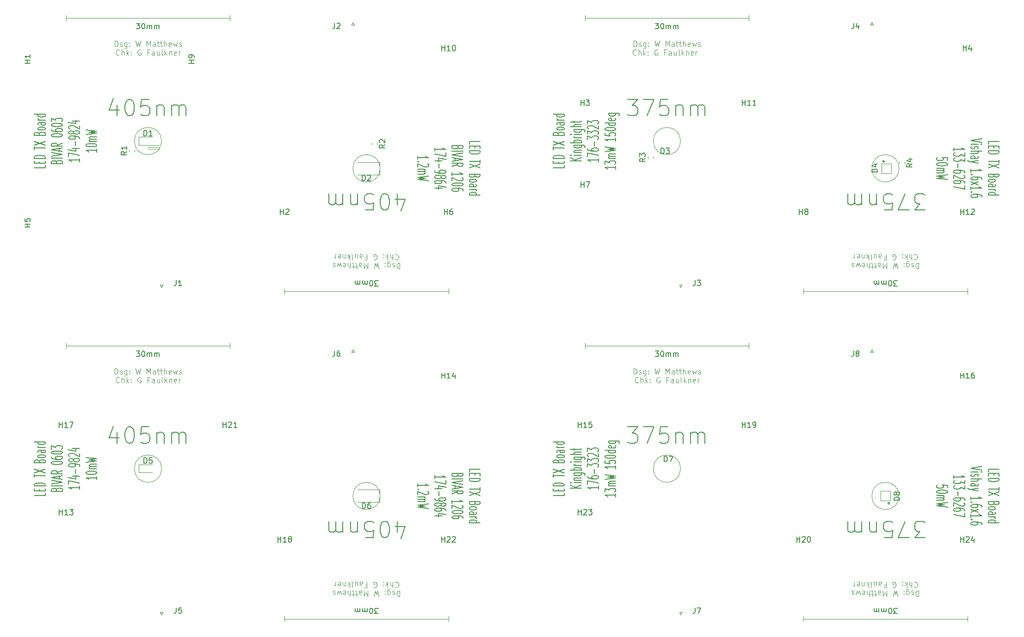
<source format=gbr>
G04 #@! TF.GenerationSoftware,KiCad,Pcbnew,(5.1.5)-3*
G04 #@! TF.CreationDate,2020-03-10T14:16:06+00:00*
G04 #@! TF.ProjectId,led_board,6c65645f-626f-4617-9264-2e6b69636164,rev?*
G04 #@! TF.SameCoordinates,Original*
G04 #@! TF.FileFunction,Legend,Top*
G04 #@! TF.FilePolarity,Positive*
%FSLAX46Y46*%
G04 Gerber Fmt 4.6, Leading zero omitted, Abs format (unit mm)*
G04 Created by KiCad (PCBNEW (5.1.5)-3) date 2020-03-10 14:16:06*
%MOMM*%
%LPD*%
G04 APERTURE LIST*
%ADD10C,0.200000*%
%ADD11C,0.120000*%
%ADD12C,0.150000*%
%ADD13C,0.100000*%
G04 APERTURE END LIST*
D10*
X100642857Y-66642857D02*
X100642857Y-64642857D01*
X101357142Y-67785714D02*
X102071428Y-65642857D01*
X100214285Y-65642857D01*
X98500000Y-67642857D02*
X98214285Y-67642857D01*
X97928571Y-67500000D01*
X97785714Y-67357142D01*
X97642857Y-67071428D01*
X97500000Y-66500000D01*
X97500000Y-65785714D01*
X97642857Y-65214285D01*
X97785714Y-64928571D01*
X97928571Y-64785714D01*
X98214285Y-64642857D01*
X98500000Y-64642857D01*
X98785714Y-64785714D01*
X98928571Y-64928571D01*
X99071428Y-65214285D01*
X99214285Y-65785714D01*
X99214285Y-66500000D01*
X99071428Y-67071428D01*
X98928571Y-67357142D01*
X98785714Y-67500000D01*
X98500000Y-67642857D01*
X94785714Y-67642857D02*
X96214285Y-67642857D01*
X96357142Y-66214285D01*
X96214285Y-66357142D01*
X95928571Y-66500000D01*
X95214285Y-66500000D01*
X94928571Y-66357142D01*
X94785714Y-66214285D01*
X94642857Y-65928571D01*
X94642857Y-65214285D01*
X94785714Y-64928571D01*
X94928571Y-64785714D01*
X95214285Y-64642857D01*
X95928571Y-64642857D01*
X96214285Y-64785714D01*
X96357142Y-64928571D01*
X93357142Y-66642857D02*
X93357142Y-64642857D01*
X93357142Y-66357142D02*
X93214285Y-66500000D01*
X92928571Y-66642857D01*
X92500000Y-66642857D01*
X92214285Y-66500000D01*
X92071428Y-66214285D01*
X92071428Y-64642857D01*
X90642857Y-64642857D02*
X90642857Y-66642857D01*
X90642857Y-66357142D02*
X90500000Y-66500000D01*
X90214285Y-66642857D01*
X89785714Y-66642857D01*
X89500000Y-66500000D01*
X89357142Y-66214285D01*
X89357142Y-64642857D01*
X89357142Y-66214285D02*
X89214285Y-66500000D01*
X88928571Y-66642857D01*
X88500000Y-66642857D01*
X88214285Y-66500000D01*
X88071428Y-66214285D01*
X88071428Y-64642857D01*
D11*
X54920000Y-56425000D02*
X57025000Y-56425000D01*
X54945000Y-56075000D02*
X57050000Y-56075000D01*
D12*
X131179761Y-119428571D02*
X131179761Y-119904761D01*
X129179761Y-119904761D01*
X130132142Y-119095238D02*
X130132142Y-118761904D01*
X131179761Y-118619047D02*
X131179761Y-119095238D01*
X129179761Y-119095238D01*
X129179761Y-118619047D01*
X131179761Y-118190476D02*
X129179761Y-118190476D01*
X129179761Y-117952380D01*
X129275000Y-117809523D01*
X129465476Y-117714285D01*
X129655952Y-117666666D01*
X130036904Y-117619047D01*
X130322619Y-117619047D01*
X130703571Y-117666666D01*
X130894047Y-117714285D01*
X131084523Y-117809523D01*
X131179761Y-117952380D01*
X131179761Y-118190476D01*
X129179761Y-116571428D02*
X129179761Y-116000000D01*
X131179761Y-116285714D02*
X129179761Y-116285714D01*
X129179761Y-115761904D02*
X131179761Y-115095238D01*
X129179761Y-115095238D02*
X131179761Y-115761904D01*
X130132142Y-113619047D02*
X130227380Y-113476190D01*
X130322619Y-113428571D01*
X130513095Y-113380952D01*
X130798809Y-113380952D01*
X130989285Y-113428571D01*
X131084523Y-113476190D01*
X131179761Y-113571428D01*
X131179761Y-113952380D01*
X129179761Y-113952380D01*
X129179761Y-113619047D01*
X129275000Y-113523809D01*
X129370238Y-113476190D01*
X129560714Y-113428571D01*
X129751190Y-113428571D01*
X129941666Y-113476190D01*
X130036904Y-113523809D01*
X130132142Y-113619047D01*
X130132142Y-113952380D01*
X131179761Y-112809523D02*
X131084523Y-112904761D01*
X130989285Y-112952380D01*
X130798809Y-113000000D01*
X130227380Y-113000000D01*
X130036904Y-112952380D01*
X129941666Y-112904761D01*
X129846428Y-112809523D01*
X129846428Y-112666666D01*
X129941666Y-112571428D01*
X130036904Y-112523809D01*
X130227380Y-112476190D01*
X130798809Y-112476190D01*
X130989285Y-112523809D01*
X131084523Y-112571428D01*
X131179761Y-112666666D01*
X131179761Y-112809523D01*
X131179761Y-111619047D02*
X130132142Y-111619047D01*
X129941666Y-111666666D01*
X129846428Y-111761904D01*
X129846428Y-111952380D01*
X129941666Y-112047619D01*
X131084523Y-111619047D02*
X131179761Y-111714285D01*
X131179761Y-111952380D01*
X131084523Y-112047619D01*
X130894047Y-112095238D01*
X130703571Y-112095238D01*
X130513095Y-112047619D01*
X130417857Y-111952380D01*
X130417857Y-111714285D01*
X130322619Y-111619047D01*
X131179761Y-111142857D02*
X129846428Y-111142857D01*
X130227380Y-111142857D02*
X130036904Y-111095238D01*
X129941666Y-111047619D01*
X129846428Y-110952380D01*
X129846428Y-110857142D01*
X131179761Y-110095238D02*
X129179761Y-110095238D01*
X131084523Y-110095238D02*
X131179761Y-110190476D01*
X131179761Y-110380952D01*
X131084523Y-110476190D01*
X130989285Y-110523809D01*
X130798809Y-110571428D01*
X130227380Y-110571428D01*
X130036904Y-110523809D01*
X129941666Y-110476190D01*
X129846428Y-110380952D01*
X129846428Y-110190476D01*
X129941666Y-110095238D01*
X134329761Y-118595238D02*
X132329761Y-118595238D01*
X134329761Y-118023809D02*
X133186904Y-118452380D01*
X132329761Y-118023809D02*
X133472619Y-118595238D01*
X134329761Y-117595238D02*
X132996428Y-117595238D01*
X132329761Y-117595238D02*
X132425000Y-117642857D01*
X132520238Y-117595238D01*
X132425000Y-117547619D01*
X132329761Y-117595238D01*
X132520238Y-117595238D01*
X132996428Y-117119047D02*
X134329761Y-117119047D01*
X133186904Y-117119047D02*
X133091666Y-117071428D01*
X132996428Y-116976190D01*
X132996428Y-116833333D01*
X133091666Y-116738095D01*
X133282142Y-116690476D01*
X134329761Y-116690476D01*
X132996428Y-115785714D02*
X134615476Y-115785714D01*
X134805952Y-115833333D01*
X134901190Y-115880952D01*
X134996428Y-115976190D01*
X134996428Y-116119047D01*
X134901190Y-116214285D01*
X134234523Y-115785714D02*
X134329761Y-115880952D01*
X134329761Y-116071428D01*
X134234523Y-116166666D01*
X134139285Y-116214285D01*
X133948809Y-116261904D01*
X133377380Y-116261904D01*
X133186904Y-116214285D01*
X133091666Y-116166666D01*
X132996428Y-116071428D01*
X132996428Y-115880952D01*
X133091666Y-115785714D01*
X134329761Y-115309523D02*
X132329761Y-115309523D01*
X133091666Y-115309523D02*
X132996428Y-115214285D01*
X132996428Y-115023809D01*
X133091666Y-114928571D01*
X133186904Y-114880952D01*
X133377380Y-114833333D01*
X133948809Y-114833333D01*
X134139285Y-114880952D01*
X134234523Y-114928571D01*
X134329761Y-115023809D01*
X134329761Y-115214285D01*
X134234523Y-115309523D01*
X134329761Y-114404761D02*
X132996428Y-114404761D01*
X133377380Y-114404761D02*
X133186904Y-114357142D01*
X133091666Y-114309523D01*
X132996428Y-114214285D01*
X132996428Y-114119047D01*
X134329761Y-113785714D02*
X132996428Y-113785714D01*
X132329761Y-113785714D02*
X132425000Y-113833333D01*
X132520238Y-113785714D01*
X132425000Y-113738095D01*
X132329761Y-113785714D01*
X132520238Y-113785714D01*
X132996428Y-112880952D02*
X134615476Y-112880952D01*
X134805952Y-112928571D01*
X134901190Y-112976190D01*
X134996428Y-113071428D01*
X134996428Y-113214285D01*
X134901190Y-113309523D01*
X134234523Y-112880952D02*
X134329761Y-112976190D01*
X134329761Y-113166666D01*
X134234523Y-113261904D01*
X134139285Y-113309523D01*
X133948809Y-113357142D01*
X133377380Y-113357142D01*
X133186904Y-113309523D01*
X133091666Y-113261904D01*
X132996428Y-113166666D01*
X132996428Y-112976190D01*
X133091666Y-112880952D01*
X134329761Y-112404761D02*
X132329761Y-112404761D01*
X134329761Y-111976190D02*
X133282142Y-111976190D01*
X133091666Y-112023809D01*
X132996428Y-112119047D01*
X132996428Y-112261904D01*
X133091666Y-112357142D01*
X133186904Y-112404761D01*
X132996428Y-111642857D02*
X132996428Y-111261904D01*
X132329761Y-111500000D02*
X134044047Y-111500000D01*
X134234523Y-111452380D01*
X134329761Y-111357142D01*
X134329761Y-111261904D01*
X137479761Y-118190476D02*
X137479761Y-118761904D01*
X137479761Y-118476190D02*
X135479761Y-118476190D01*
X135765476Y-118571428D01*
X135955952Y-118666666D01*
X136051190Y-118761904D01*
X135479761Y-117857142D02*
X135479761Y-117190476D01*
X137479761Y-117619047D01*
X135479761Y-116380952D02*
X135479761Y-116571428D01*
X135575000Y-116666666D01*
X135670238Y-116714285D01*
X135955952Y-116809523D01*
X136336904Y-116857142D01*
X137098809Y-116857142D01*
X137289285Y-116809523D01*
X137384523Y-116761904D01*
X137479761Y-116666666D01*
X137479761Y-116476190D01*
X137384523Y-116380952D01*
X137289285Y-116333333D01*
X137098809Y-116285714D01*
X136622619Y-116285714D01*
X136432142Y-116333333D01*
X136336904Y-116380952D01*
X136241666Y-116476190D01*
X136241666Y-116666666D01*
X136336904Y-116761904D01*
X136432142Y-116809523D01*
X136622619Y-116857142D01*
X136717857Y-115857142D02*
X136717857Y-115095238D01*
X135479761Y-114714285D02*
X135479761Y-114095238D01*
X136241666Y-114428571D01*
X136241666Y-114285714D01*
X136336904Y-114190476D01*
X136432142Y-114142857D01*
X136622619Y-114095238D01*
X137098809Y-114095238D01*
X137289285Y-114142857D01*
X137384523Y-114190476D01*
X137479761Y-114285714D01*
X137479761Y-114571428D01*
X137384523Y-114666666D01*
X137289285Y-114714285D01*
X135479761Y-113761904D02*
X135479761Y-113142857D01*
X136241666Y-113476190D01*
X136241666Y-113333333D01*
X136336904Y-113238095D01*
X136432142Y-113190476D01*
X136622619Y-113142857D01*
X137098809Y-113142857D01*
X137289285Y-113190476D01*
X137384523Y-113238095D01*
X137479761Y-113333333D01*
X137479761Y-113619047D01*
X137384523Y-113714285D01*
X137289285Y-113761904D01*
X135670238Y-112761904D02*
X135575000Y-112714285D01*
X135479761Y-112619047D01*
X135479761Y-112380952D01*
X135575000Y-112285714D01*
X135670238Y-112238095D01*
X135860714Y-112190476D01*
X136051190Y-112190476D01*
X136336904Y-112238095D01*
X137479761Y-112809523D01*
X137479761Y-112190476D01*
X135479761Y-111857142D02*
X135479761Y-111238095D01*
X136241666Y-111571428D01*
X136241666Y-111428571D01*
X136336904Y-111333333D01*
X136432142Y-111285714D01*
X136622619Y-111238095D01*
X137098809Y-111238095D01*
X137289285Y-111285714D01*
X137384523Y-111333333D01*
X137479761Y-111428571D01*
X137479761Y-111714285D01*
X137384523Y-111809523D01*
X137289285Y-111857142D01*
X140629761Y-119571428D02*
X140629761Y-120142857D01*
X140629761Y-119857142D02*
X138629761Y-119857142D01*
X138915476Y-119952380D01*
X139105952Y-120047619D01*
X139201190Y-120142857D01*
X138629761Y-119238095D02*
X138629761Y-118619047D01*
X139391666Y-118952380D01*
X139391666Y-118809523D01*
X139486904Y-118714285D01*
X139582142Y-118666666D01*
X139772619Y-118619047D01*
X140248809Y-118619047D01*
X140439285Y-118666666D01*
X140534523Y-118714285D01*
X140629761Y-118809523D01*
X140629761Y-119095238D01*
X140534523Y-119190476D01*
X140439285Y-119238095D01*
X140629761Y-118190476D02*
X139296428Y-118190476D01*
X139486904Y-118190476D02*
X139391666Y-118142857D01*
X139296428Y-118047619D01*
X139296428Y-117904761D01*
X139391666Y-117809523D01*
X139582142Y-117761904D01*
X140629761Y-117761904D01*
X139582142Y-117761904D02*
X139391666Y-117714285D01*
X139296428Y-117619047D01*
X139296428Y-117476190D01*
X139391666Y-117380952D01*
X139582142Y-117333333D01*
X140629761Y-117333333D01*
X138629761Y-116952380D02*
X140629761Y-116714285D01*
X139201190Y-116523809D01*
X140629761Y-116333333D01*
X138629761Y-116095238D01*
X140629761Y-114428571D02*
X140629761Y-115000000D01*
X140629761Y-114714285D02*
X138629761Y-114714285D01*
X138915476Y-114809523D01*
X139105952Y-114904761D01*
X139201190Y-115000000D01*
X138629761Y-113523809D02*
X138629761Y-114000000D01*
X139582142Y-114047619D01*
X139486904Y-114000000D01*
X139391666Y-113904761D01*
X139391666Y-113666666D01*
X139486904Y-113571428D01*
X139582142Y-113523809D01*
X139772619Y-113476190D01*
X140248809Y-113476190D01*
X140439285Y-113523809D01*
X140534523Y-113571428D01*
X140629761Y-113666666D01*
X140629761Y-113904761D01*
X140534523Y-114000000D01*
X140439285Y-114047619D01*
X138629761Y-112857142D02*
X138629761Y-112761904D01*
X138725000Y-112666666D01*
X138820238Y-112619047D01*
X139010714Y-112571428D01*
X139391666Y-112523809D01*
X139867857Y-112523809D01*
X140248809Y-112571428D01*
X140439285Y-112619047D01*
X140534523Y-112666666D01*
X140629761Y-112761904D01*
X140629761Y-112857142D01*
X140534523Y-112952380D01*
X140439285Y-113000000D01*
X140248809Y-113047619D01*
X139867857Y-113095238D01*
X139391666Y-113095238D01*
X139010714Y-113047619D01*
X138820238Y-113000000D01*
X138725000Y-112952380D01*
X138629761Y-112857142D01*
X140629761Y-111666666D02*
X138629761Y-111666666D01*
X140534523Y-111666666D02*
X140629761Y-111761904D01*
X140629761Y-111952380D01*
X140534523Y-112047619D01*
X140439285Y-112095238D01*
X140248809Y-112142857D01*
X139677380Y-112142857D01*
X139486904Y-112095238D01*
X139391666Y-112047619D01*
X139296428Y-111952380D01*
X139296428Y-111761904D01*
X139391666Y-111666666D01*
X140534523Y-110809523D02*
X140629761Y-110904761D01*
X140629761Y-111095238D01*
X140534523Y-111190476D01*
X140344047Y-111238095D01*
X139582142Y-111238095D01*
X139391666Y-111190476D01*
X139296428Y-111095238D01*
X139296428Y-110904761D01*
X139391666Y-110809523D01*
X139582142Y-110761904D01*
X139772619Y-110761904D01*
X139963095Y-111238095D01*
X139296428Y-109904761D02*
X140915476Y-109904761D01*
X141105952Y-109952380D01*
X141201190Y-110000000D01*
X141296428Y-110095238D01*
X141296428Y-110238095D01*
X141201190Y-110333333D01*
X140534523Y-109904761D02*
X140629761Y-110000000D01*
X140629761Y-110190476D01*
X140534523Y-110285714D01*
X140439285Y-110333333D01*
X140248809Y-110380952D01*
X139677380Y-110380952D01*
X139486904Y-110333333D01*
X139391666Y-110285714D01*
X139296428Y-110190476D01*
X139296428Y-110000000D01*
X139391666Y-109904761D01*
X113820238Y-115571428D02*
X113820238Y-115095238D01*
X115820238Y-115095238D01*
X114867857Y-115904761D02*
X114867857Y-116238095D01*
X113820238Y-116380952D02*
X113820238Y-115904761D01*
X115820238Y-115904761D01*
X115820238Y-116380952D01*
X113820238Y-116809523D02*
X115820238Y-116809523D01*
X115820238Y-117047619D01*
X115725000Y-117190476D01*
X115534523Y-117285714D01*
X115344047Y-117333333D01*
X114963095Y-117380952D01*
X114677380Y-117380952D01*
X114296428Y-117333333D01*
X114105952Y-117285714D01*
X113915476Y-117190476D01*
X113820238Y-117047619D01*
X113820238Y-116809523D01*
X115820238Y-118428571D02*
X115820238Y-119000000D01*
X113820238Y-118714285D02*
X115820238Y-118714285D01*
X115820238Y-119238095D02*
X113820238Y-119904761D01*
X115820238Y-119904761D02*
X113820238Y-119238095D01*
X114867857Y-121380952D02*
X114772619Y-121523809D01*
X114677380Y-121571428D01*
X114486904Y-121619047D01*
X114201190Y-121619047D01*
X114010714Y-121571428D01*
X113915476Y-121523809D01*
X113820238Y-121428571D01*
X113820238Y-121047619D01*
X115820238Y-121047619D01*
X115820238Y-121380952D01*
X115725000Y-121476190D01*
X115629761Y-121523809D01*
X115439285Y-121571428D01*
X115248809Y-121571428D01*
X115058333Y-121523809D01*
X114963095Y-121476190D01*
X114867857Y-121380952D01*
X114867857Y-121047619D01*
X113820238Y-122190476D02*
X113915476Y-122095238D01*
X114010714Y-122047619D01*
X114201190Y-122000000D01*
X114772619Y-122000000D01*
X114963095Y-122047619D01*
X115058333Y-122095238D01*
X115153571Y-122190476D01*
X115153571Y-122333333D01*
X115058333Y-122428571D01*
X114963095Y-122476190D01*
X114772619Y-122523809D01*
X114201190Y-122523809D01*
X114010714Y-122476190D01*
X113915476Y-122428571D01*
X113820238Y-122333333D01*
X113820238Y-122190476D01*
X113820238Y-123380952D02*
X114867857Y-123380952D01*
X115058333Y-123333333D01*
X115153571Y-123238095D01*
X115153571Y-123047619D01*
X115058333Y-122952380D01*
X113915476Y-123380952D02*
X113820238Y-123285714D01*
X113820238Y-123047619D01*
X113915476Y-122952380D01*
X114105952Y-122904761D01*
X114296428Y-122904761D01*
X114486904Y-122952380D01*
X114582142Y-123047619D01*
X114582142Y-123285714D01*
X114677380Y-123380952D01*
X113820238Y-123857142D02*
X115153571Y-123857142D01*
X114772619Y-123857142D02*
X114963095Y-123904761D01*
X115058333Y-123952380D01*
X115153571Y-124047619D01*
X115153571Y-124142857D01*
X113820238Y-124904761D02*
X115820238Y-124904761D01*
X113915476Y-124904761D02*
X113820238Y-124809523D01*
X113820238Y-124619047D01*
X113915476Y-124523809D01*
X114010714Y-124476190D01*
X114201190Y-124428571D01*
X114772619Y-124428571D01*
X114963095Y-124476190D01*
X115058333Y-124523809D01*
X115153571Y-124619047D01*
X115153571Y-124809523D01*
X115058333Y-124904761D01*
X111717857Y-116190476D02*
X111622619Y-116333333D01*
X111527380Y-116380952D01*
X111336904Y-116428571D01*
X111051190Y-116428571D01*
X110860714Y-116380952D01*
X110765476Y-116333333D01*
X110670238Y-116238095D01*
X110670238Y-115857142D01*
X112670238Y-115857142D01*
X112670238Y-116190476D01*
X112575000Y-116285714D01*
X112479761Y-116333333D01*
X112289285Y-116380952D01*
X112098809Y-116380952D01*
X111908333Y-116333333D01*
X111813095Y-116285714D01*
X111717857Y-116190476D01*
X111717857Y-115857142D01*
X110670238Y-116857142D02*
X112670238Y-116857142D01*
X112670238Y-117190476D02*
X110670238Y-117523809D01*
X112670238Y-117857142D01*
X111241666Y-118142857D02*
X111241666Y-118619047D01*
X110670238Y-118047619D02*
X112670238Y-118380952D01*
X110670238Y-118714285D01*
X110670238Y-119619047D02*
X111622619Y-119285714D01*
X110670238Y-119047619D02*
X112670238Y-119047619D01*
X112670238Y-119428571D01*
X112575000Y-119523809D01*
X112479761Y-119571428D01*
X112289285Y-119619047D01*
X112003571Y-119619047D01*
X111813095Y-119571428D01*
X111717857Y-119523809D01*
X111622619Y-119428571D01*
X111622619Y-119047619D01*
X110670238Y-121333333D02*
X110670238Y-120761904D01*
X110670238Y-121047619D02*
X112670238Y-121047619D01*
X112384523Y-120952380D01*
X112194047Y-120857142D01*
X112098809Y-120761904D01*
X112479761Y-121714285D02*
X112575000Y-121761904D01*
X112670238Y-121857142D01*
X112670238Y-122095238D01*
X112575000Y-122190476D01*
X112479761Y-122238095D01*
X112289285Y-122285714D01*
X112098809Y-122285714D01*
X111813095Y-122238095D01*
X110670238Y-121666666D01*
X110670238Y-122285714D01*
X112670238Y-122904761D02*
X112670238Y-123000000D01*
X112575000Y-123095238D01*
X112479761Y-123142857D01*
X112289285Y-123190476D01*
X111908333Y-123238095D01*
X111432142Y-123238095D01*
X111051190Y-123190476D01*
X110860714Y-123142857D01*
X110765476Y-123095238D01*
X110670238Y-123000000D01*
X110670238Y-122904761D01*
X110765476Y-122809523D01*
X110860714Y-122761904D01*
X111051190Y-122714285D01*
X111432142Y-122666666D01*
X111908333Y-122666666D01*
X112289285Y-122714285D01*
X112479761Y-122761904D01*
X112575000Y-122809523D01*
X112670238Y-122904761D01*
X112670238Y-124095238D02*
X112670238Y-123904761D01*
X112575000Y-123809523D01*
X112479761Y-123761904D01*
X112194047Y-123666666D01*
X111813095Y-123619047D01*
X111051190Y-123619047D01*
X110860714Y-123666666D01*
X110765476Y-123714285D01*
X110670238Y-123809523D01*
X110670238Y-124000000D01*
X110765476Y-124095238D01*
X110860714Y-124142857D01*
X111051190Y-124190476D01*
X111527380Y-124190476D01*
X111717857Y-124142857D01*
X111813095Y-124095238D01*
X111908333Y-124000000D01*
X111908333Y-123809523D01*
X111813095Y-123714285D01*
X111717857Y-123666666D01*
X111527380Y-123619047D01*
X107520238Y-116809523D02*
X107520238Y-116238095D01*
X107520238Y-116523809D02*
X109520238Y-116523809D01*
X109234523Y-116428571D01*
X109044047Y-116333333D01*
X108948809Y-116238095D01*
X109520238Y-117142857D02*
X109520238Y-117809523D01*
X107520238Y-117380952D01*
X108853571Y-118619047D02*
X107520238Y-118619047D01*
X109615476Y-118380952D02*
X108186904Y-118142857D01*
X108186904Y-118761904D01*
X108282142Y-119142857D02*
X108282142Y-119904761D01*
X107520238Y-120428571D02*
X107520238Y-120619047D01*
X107615476Y-120714285D01*
X107710714Y-120761904D01*
X107996428Y-120857142D01*
X108377380Y-120904761D01*
X109139285Y-120904761D01*
X109329761Y-120857142D01*
X109425000Y-120809523D01*
X109520238Y-120714285D01*
X109520238Y-120523809D01*
X109425000Y-120428571D01*
X109329761Y-120380952D01*
X109139285Y-120333333D01*
X108663095Y-120333333D01*
X108472619Y-120380952D01*
X108377380Y-120428571D01*
X108282142Y-120523809D01*
X108282142Y-120714285D01*
X108377380Y-120809523D01*
X108472619Y-120857142D01*
X108663095Y-120904761D01*
X108663095Y-121476190D02*
X108758333Y-121380952D01*
X108853571Y-121333333D01*
X109044047Y-121285714D01*
X109139285Y-121285714D01*
X109329761Y-121333333D01*
X109425000Y-121380952D01*
X109520238Y-121476190D01*
X109520238Y-121666666D01*
X109425000Y-121761904D01*
X109329761Y-121809523D01*
X109139285Y-121857142D01*
X109044047Y-121857142D01*
X108853571Y-121809523D01*
X108758333Y-121761904D01*
X108663095Y-121666666D01*
X108663095Y-121476190D01*
X108567857Y-121380952D01*
X108472619Y-121333333D01*
X108282142Y-121285714D01*
X107901190Y-121285714D01*
X107710714Y-121333333D01*
X107615476Y-121380952D01*
X107520238Y-121476190D01*
X107520238Y-121666666D01*
X107615476Y-121761904D01*
X107710714Y-121809523D01*
X107901190Y-121857142D01*
X108282142Y-121857142D01*
X108472619Y-121809523D01*
X108567857Y-121761904D01*
X108663095Y-121666666D01*
X109520238Y-122714285D02*
X109520238Y-122523809D01*
X109425000Y-122428571D01*
X109329761Y-122380952D01*
X109044047Y-122285714D01*
X108663095Y-122238095D01*
X107901190Y-122238095D01*
X107710714Y-122285714D01*
X107615476Y-122333333D01*
X107520238Y-122428571D01*
X107520238Y-122619047D01*
X107615476Y-122714285D01*
X107710714Y-122761904D01*
X107901190Y-122809523D01*
X108377380Y-122809523D01*
X108567857Y-122761904D01*
X108663095Y-122714285D01*
X108758333Y-122619047D01*
X108758333Y-122428571D01*
X108663095Y-122333333D01*
X108567857Y-122285714D01*
X108377380Y-122238095D01*
X108853571Y-123666666D02*
X107520238Y-123666666D01*
X109615476Y-123428571D02*
X108186904Y-123190476D01*
X108186904Y-123809523D01*
X104370238Y-118333333D02*
X104370238Y-117761904D01*
X104370238Y-118047619D02*
X106370238Y-118047619D01*
X106084523Y-117952380D01*
X105894047Y-117857142D01*
X105798809Y-117761904D01*
X104560714Y-118761904D02*
X104465476Y-118809523D01*
X104370238Y-118761904D01*
X104465476Y-118714285D01*
X104560714Y-118761904D01*
X104370238Y-118761904D01*
X106179761Y-119190476D02*
X106275000Y-119238095D01*
X106370238Y-119333333D01*
X106370238Y-119571428D01*
X106275000Y-119666666D01*
X106179761Y-119714285D01*
X105989285Y-119761904D01*
X105798809Y-119761904D01*
X105513095Y-119714285D01*
X104370238Y-119142857D01*
X104370238Y-119761904D01*
X104370238Y-120190476D02*
X105703571Y-120190476D01*
X105513095Y-120190476D02*
X105608333Y-120238095D01*
X105703571Y-120333333D01*
X105703571Y-120476190D01*
X105608333Y-120571428D01*
X105417857Y-120619047D01*
X104370238Y-120619047D01*
X105417857Y-120619047D02*
X105608333Y-120666666D01*
X105703571Y-120761904D01*
X105703571Y-120904761D01*
X105608333Y-121000000D01*
X105417857Y-121047619D01*
X104370238Y-121047619D01*
X106370238Y-121428571D02*
X104370238Y-121666666D01*
X105798809Y-121857142D01*
X104370238Y-122047619D01*
X106370238Y-122285714D01*
X36179761Y-119428571D02*
X36179761Y-119904761D01*
X34179761Y-119904761D01*
X35132142Y-119095238D02*
X35132142Y-118761904D01*
X36179761Y-118619047D02*
X36179761Y-119095238D01*
X34179761Y-119095238D01*
X34179761Y-118619047D01*
X36179761Y-118190476D02*
X34179761Y-118190476D01*
X34179761Y-117952380D01*
X34275000Y-117809523D01*
X34465476Y-117714285D01*
X34655952Y-117666666D01*
X35036904Y-117619047D01*
X35322619Y-117619047D01*
X35703571Y-117666666D01*
X35894047Y-117714285D01*
X36084523Y-117809523D01*
X36179761Y-117952380D01*
X36179761Y-118190476D01*
X34179761Y-116571428D02*
X34179761Y-116000000D01*
X36179761Y-116285714D02*
X34179761Y-116285714D01*
X34179761Y-115761904D02*
X36179761Y-115095238D01*
X34179761Y-115095238D02*
X36179761Y-115761904D01*
X35132142Y-113619047D02*
X35227380Y-113476190D01*
X35322619Y-113428571D01*
X35513095Y-113380952D01*
X35798809Y-113380952D01*
X35989285Y-113428571D01*
X36084523Y-113476190D01*
X36179761Y-113571428D01*
X36179761Y-113952380D01*
X34179761Y-113952380D01*
X34179761Y-113619047D01*
X34275000Y-113523809D01*
X34370238Y-113476190D01*
X34560714Y-113428571D01*
X34751190Y-113428571D01*
X34941666Y-113476190D01*
X35036904Y-113523809D01*
X35132142Y-113619047D01*
X35132142Y-113952380D01*
X36179761Y-112809523D02*
X36084523Y-112904761D01*
X35989285Y-112952380D01*
X35798809Y-113000000D01*
X35227380Y-113000000D01*
X35036904Y-112952380D01*
X34941666Y-112904761D01*
X34846428Y-112809523D01*
X34846428Y-112666666D01*
X34941666Y-112571428D01*
X35036904Y-112523809D01*
X35227380Y-112476190D01*
X35798809Y-112476190D01*
X35989285Y-112523809D01*
X36084523Y-112571428D01*
X36179761Y-112666666D01*
X36179761Y-112809523D01*
X36179761Y-111619047D02*
X35132142Y-111619047D01*
X34941666Y-111666666D01*
X34846428Y-111761904D01*
X34846428Y-111952380D01*
X34941666Y-112047619D01*
X36084523Y-111619047D02*
X36179761Y-111714285D01*
X36179761Y-111952380D01*
X36084523Y-112047619D01*
X35894047Y-112095238D01*
X35703571Y-112095238D01*
X35513095Y-112047619D01*
X35417857Y-111952380D01*
X35417857Y-111714285D01*
X35322619Y-111619047D01*
X36179761Y-111142857D02*
X34846428Y-111142857D01*
X35227380Y-111142857D02*
X35036904Y-111095238D01*
X34941666Y-111047619D01*
X34846428Y-110952380D01*
X34846428Y-110857142D01*
X36179761Y-110095238D02*
X34179761Y-110095238D01*
X36084523Y-110095238D02*
X36179761Y-110190476D01*
X36179761Y-110380952D01*
X36084523Y-110476190D01*
X35989285Y-110523809D01*
X35798809Y-110571428D01*
X35227380Y-110571428D01*
X35036904Y-110523809D01*
X34941666Y-110476190D01*
X34846428Y-110380952D01*
X34846428Y-110190476D01*
X34941666Y-110095238D01*
X38282142Y-118809523D02*
X38377380Y-118666666D01*
X38472619Y-118619047D01*
X38663095Y-118571428D01*
X38948809Y-118571428D01*
X39139285Y-118619047D01*
X39234523Y-118666666D01*
X39329761Y-118761904D01*
X39329761Y-119142857D01*
X37329761Y-119142857D01*
X37329761Y-118809523D01*
X37425000Y-118714285D01*
X37520238Y-118666666D01*
X37710714Y-118619047D01*
X37901190Y-118619047D01*
X38091666Y-118666666D01*
X38186904Y-118714285D01*
X38282142Y-118809523D01*
X38282142Y-119142857D01*
X39329761Y-118142857D02*
X37329761Y-118142857D01*
X37329761Y-117809523D02*
X39329761Y-117476190D01*
X37329761Y-117142857D01*
X38758333Y-116857142D02*
X38758333Y-116380952D01*
X39329761Y-116952380D02*
X37329761Y-116619047D01*
X39329761Y-116285714D01*
X39329761Y-115380952D02*
X38377380Y-115714285D01*
X39329761Y-115952380D02*
X37329761Y-115952380D01*
X37329761Y-115571428D01*
X37425000Y-115476190D01*
X37520238Y-115428571D01*
X37710714Y-115380952D01*
X37996428Y-115380952D01*
X38186904Y-115428571D01*
X38282142Y-115476190D01*
X38377380Y-115571428D01*
X38377380Y-115952380D01*
X37329761Y-114000000D02*
X37329761Y-113904761D01*
X37425000Y-113809523D01*
X37520238Y-113761904D01*
X37710714Y-113714285D01*
X38091666Y-113666666D01*
X38567857Y-113666666D01*
X38948809Y-113714285D01*
X39139285Y-113761904D01*
X39234523Y-113809523D01*
X39329761Y-113904761D01*
X39329761Y-114000000D01*
X39234523Y-114095238D01*
X39139285Y-114142857D01*
X38948809Y-114190476D01*
X38567857Y-114238095D01*
X38091666Y-114238095D01*
X37710714Y-114190476D01*
X37520238Y-114142857D01*
X37425000Y-114095238D01*
X37329761Y-114000000D01*
X37329761Y-112809523D02*
X37329761Y-113000000D01*
X37425000Y-113095238D01*
X37520238Y-113142857D01*
X37805952Y-113238095D01*
X38186904Y-113285714D01*
X38948809Y-113285714D01*
X39139285Y-113238095D01*
X39234523Y-113190476D01*
X39329761Y-113095238D01*
X39329761Y-112904761D01*
X39234523Y-112809523D01*
X39139285Y-112761904D01*
X38948809Y-112714285D01*
X38472619Y-112714285D01*
X38282142Y-112761904D01*
X38186904Y-112809523D01*
X38091666Y-112904761D01*
X38091666Y-113095238D01*
X38186904Y-113190476D01*
X38282142Y-113238095D01*
X38472619Y-113285714D01*
X37329761Y-112095238D02*
X37329761Y-112000000D01*
X37425000Y-111904761D01*
X37520238Y-111857142D01*
X37710714Y-111809523D01*
X38091666Y-111761904D01*
X38567857Y-111761904D01*
X38948809Y-111809523D01*
X39139285Y-111857142D01*
X39234523Y-111904761D01*
X39329761Y-112000000D01*
X39329761Y-112095238D01*
X39234523Y-112190476D01*
X39139285Y-112238095D01*
X38948809Y-112285714D01*
X38567857Y-112333333D01*
X38091666Y-112333333D01*
X37710714Y-112285714D01*
X37520238Y-112238095D01*
X37425000Y-112190476D01*
X37329761Y-112095238D01*
X37329761Y-111428571D02*
X37329761Y-110809523D01*
X38091666Y-111142857D01*
X38091666Y-111000000D01*
X38186904Y-110904761D01*
X38282142Y-110857142D01*
X38472619Y-110809523D01*
X38948809Y-110809523D01*
X39139285Y-110857142D01*
X39234523Y-110904761D01*
X39329761Y-111000000D01*
X39329761Y-111285714D01*
X39234523Y-111380952D01*
X39139285Y-111428571D01*
X42479761Y-118190476D02*
X42479761Y-118761904D01*
X42479761Y-118476190D02*
X40479761Y-118476190D01*
X40765476Y-118571428D01*
X40955952Y-118666666D01*
X41051190Y-118761904D01*
X40479761Y-117857142D02*
X40479761Y-117190476D01*
X42479761Y-117619047D01*
X41146428Y-116380952D02*
X42479761Y-116380952D01*
X40384523Y-116619047D02*
X41813095Y-116857142D01*
X41813095Y-116238095D01*
X41717857Y-115857142D02*
X41717857Y-115095238D01*
X42479761Y-114571428D02*
X42479761Y-114380952D01*
X42384523Y-114285714D01*
X42289285Y-114238095D01*
X42003571Y-114142857D01*
X41622619Y-114095238D01*
X40860714Y-114095238D01*
X40670238Y-114142857D01*
X40575000Y-114190476D01*
X40479761Y-114285714D01*
X40479761Y-114476190D01*
X40575000Y-114571428D01*
X40670238Y-114619047D01*
X40860714Y-114666666D01*
X41336904Y-114666666D01*
X41527380Y-114619047D01*
X41622619Y-114571428D01*
X41717857Y-114476190D01*
X41717857Y-114285714D01*
X41622619Y-114190476D01*
X41527380Y-114142857D01*
X41336904Y-114095238D01*
X41336904Y-113523809D02*
X41241666Y-113619047D01*
X41146428Y-113666666D01*
X40955952Y-113714285D01*
X40860714Y-113714285D01*
X40670238Y-113666666D01*
X40575000Y-113619047D01*
X40479761Y-113523809D01*
X40479761Y-113333333D01*
X40575000Y-113238095D01*
X40670238Y-113190476D01*
X40860714Y-113142857D01*
X40955952Y-113142857D01*
X41146428Y-113190476D01*
X41241666Y-113238095D01*
X41336904Y-113333333D01*
X41336904Y-113523809D01*
X41432142Y-113619047D01*
X41527380Y-113666666D01*
X41717857Y-113714285D01*
X42098809Y-113714285D01*
X42289285Y-113666666D01*
X42384523Y-113619047D01*
X42479761Y-113523809D01*
X42479761Y-113333333D01*
X42384523Y-113238095D01*
X42289285Y-113190476D01*
X42098809Y-113142857D01*
X41717857Y-113142857D01*
X41527380Y-113190476D01*
X41432142Y-113238095D01*
X41336904Y-113333333D01*
X40670238Y-112761904D02*
X40575000Y-112714285D01*
X40479761Y-112619047D01*
X40479761Y-112380952D01*
X40575000Y-112285714D01*
X40670238Y-112238095D01*
X40860714Y-112190476D01*
X41051190Y-112190476D01*
X41336904Y-112238095D01*
X42479761Y-112809523D01*
X42479761Y-112190476D01*
X41146428Y-111333333D02*
X42479761Y-111333333D01*
X40384523Y-111571428D02*
X41813095Y-111809523D01*
X41813095Y-111190476D01*
X45629761Y-116428571D02*
X45629761Y-117000000D01*
X45629761Y-116714285D02*
X43629761Y-116714285D01*
X43915476Y-116809523D01*
X44105952Y-116904761D01*
X44201190Y-117000000D01*
X43629761Y-115809523D02*
X43629761Y-115714285D01*
X43725000Y-115619047D01*
X43820238Y-115571428D01*
X44010714Y-115523809D01*
X44391666Y-115476190D01*
X44867857Y-115476190D01*
X45248809Y-115523809D01*
X45439285Y-115571428D01*
X45534523Y-115619047D01*
X45629761Y-115714285D01*
X45629761Y-115809523D01*
X45534523Y-115904761D01*
X45439285Y-115952380D01*
X45248809Y-116000000D01*
X44867857Y-116047619D01*
X44391666Y-116047619D01*
X44010714Y-116000000D01*
X43820238Y-115952380D01*
X43725000Y-115904761D01*
X43629761Y-115809523D01*
X45629761Y-115047619D02*
X44296428Y-115047619D01*
X44486904Y-115047619D02*
X44391666Y-115000000D01*
X44296428Y-114904761D01*
X44296428Y-114761904D01*
X44391666Y-114666666D01*
X44582142Y-114619047D01*
X45629761Y-114619047D01*
X44582142Y-114619047D02*
X44391666Y-114571428D01*
X44296428Y-114476190D01*
X44296428Y-114333333D01*
X44391666Y-114238095D01*
X44582142Y-114190476D01*
X45629761Y-114190476D01*
X43629761Y-113809523D02*
X45629761Y-113571428D01*
X44201190Y-113380952D01*
X45629761Y-113190476D01*
X43629761Y-112952380D01*
D11*
X54895000Y-55725000D02*
X57000000Y-55725000D01*
D10*
X49357142Y-108357142D02*
X49357142Y-110357142D01*
X48642857Y-107214285D02*
X47928571Y-109357142D01*
X49785714Y-109357142D01*
X51500000Y-107357142D02*
X51785714Y-107357142D01*
X52071428Y-107500000D01*
X52214285Y-107642857D01*
X52357142Y-107928571D01*
X52500000Y-108500000D01*
X52500000Y-109214285D01*
X52357142Y-109785714D01*
X52214285Y-110071428D01*
X52071428Y-110214285D01*
X51785714Y-110357142D01*
X51500000Y-110357142D01*
X51214285Y-110214285D01*
X51071428Y-110071428D01*
X50928571Y-109785714D01*
X50785714Y-109214285D01*
X50785714Y-108500000D01*
X50928571Y-107928571D01*
X51071428Y-107642857D01*
X51214285Y-107500000D01*
X51500000Y-107357142D01*
X55214285Y-107357142D02*
X53785714Y-107357142D01*
X53642857Y-108785714D01*
X53785714Y-108642857D01*
X54071428Y-108500000D01*
X54785714Y-108500000D01*
X55071428Y-108642857D01*
X55214285Y-108785714D01*
X55357142Y-109071428D01*
X55357142Y-109785714D01*
X55214285Y-110071428D01*
X55071428Y-110214285D01*
X54785714Y-110357142D01*
X54071428Y-110357142D01*
X53785714Y-110214285D01*
X53642857Y-110071428D01*
X56642857Y-108357142D02*
X56642857Y-110357142D01*
X56642857Y-108642857D02*
X56785714Y-108500000D01*
X57071428Y-108357142D01*
X57500000Y-108357142D01*
X57785714Y-108500000D01*
X57928571Y-108785714D01*
X57928571Y-110357142D01*
X59357142Y-110357142D02*
X59357142Y-108357142D01*
X59357142Y-108642857D02*
X59500000Y-108500000D01*
X59785714Y-108357142D01*
X60214285Y-108357142D01*
X60500000Y-108500000D01*
X60642857Y-108785714D01*
X60642857Y-110357142D01*
X60642857Y-108785714D02*
X60785714Y-108500000D01*
X61071428Y-108357142D01*
X61500000Y-108357142D01*
X61785714Y-108500000D01*
X61928571Y-108785714D01*
X61928571Y-110357142D01*
X100642857Y-126642857D02*
X100642857Y-124642857D01*
X101357142Y-127785714D02*
X102071428Y-125642857D01*
X100214285Y-125642857D01*
X98500000Y-127642857D02*
X98214285Y-127642857D01*
X97928571Y-127500000D01*
X97785714Y-127357142D01*
X97642857Y-127071428D01*
X97500000Y-126500000D01*
X97500000Y-125785714D01*
X97642857Y-125214285D01*
X97785714Y-124928571D01*
X97928571Y-124785714D01*
X98214285Y-124642857D01*
X98500000Y-124642857D01*
X98785714Y-124785714D01*
X98928571Y-124928571D01*
X99071428Y-125214285D01*
X99214285Y-125785714D01*
X99214285Y-126500000D01*
X99071428Y-127071428D01*
X98928571Y-127357142D01*
X98785714Y-127500000D01*
X98500000Y-127642857D01*
X94785714Y-127642857D02*
X96214285Y-127642857D01*
X96357142Y-126214285D01*
X96214285Y-126357142D01*
X95928571Y-126500000D01*
X95214285Y-126500000D01*
X94928571Y-126357142D01*
X94785714Y-126214285D01*
X94642857Y-125928571D01*
X94642857Y-125214285D01*
X94785714Y-124928571D01*
X94928571Y-124785714D01*
X95214285Y-124642857D01*
X95928571Y-124642857D01*
X96214285Y-124785714D01*
X96357142Y-124928571D01*
X93357142Y-126642857D02*
X93357142Y-124642857D01*
X93357142Y-126357142D02*
X93214285Y-126500000D01*
X92928571Y-126642857D01*
X92500000Y-126642857D01*
X92214285Y-126500000D01*
X92071428Y-126214285D01*
X92071428Y-124642857D01*
X90642857Y-124642857D02*
X90642857Y-126642857D01*
X90642857Y-126357142D02*
X90500000Y-126500000D01*
X90214285Y-126642857D01*
X89785714Y-126642857D01*
X89500000Y-126500000D01*
X89357142Y-126214285D01*
X89357142Y-124642857D01*
X89357142Y-126214285D02*
X89214285Y-126500000D01*
X88928571Y-126642857D01*
X88500000Y-126642857D01*
X88214285Y-126500000D01*
X88071428Y-126214285D01*
X88071428Y-124642857D01*
D12*
X131179761Y-59428571D02*
X131179761Y-59904761D01*
X129179761Y-59904761D01*
X130132142Y-59095238D02*
X130132142Y-58761904D01*
X131179761Y-58619047D02*
X131179761Y-59095238D01*
X129179761Y-59095238D01*
X129179761Y-58619047D01*
X131179761Y-58190476D02*
X129179761Y-58190476D01*
X129179761Y-57952380D01*
X129275000Y-57809523D01*
X129465476Y-57714285D01*
X129655952Y-57666666D01*
X130036904Y-57619047D01*
X130322619Y-57619047D01*
X130703571Y-57666666D01*
X130894047Y-57714285D01*
X131084523Y-57809523D01*
X131179761Y-57952380D01*
X131179761Y-58190476D01*
X129179761Y-56571428D02*
X129179761Y-56000000D01*
X131179761Y-56285714D02*
X129179761Y-56285714D01*
X129179761Y-55761904D02*
X131179761Y-55095238D01*
X129179761Y-55095238D02*
X131179761Y-55761904D01*
X130132142Y-53619047D02*
X130227380Y-53476190D01*
X130322619Y-53428571D01*
X130513095Y-53380952D01*
X130798809Y-53380952D01*
X130989285Y-53428571D01*
X131084523Y-53476190D01*
X131179761Y-53571428D01*
X131179761Y-53952380D01*
X129179761Y-53952380D01*
X129179761Y-53619047D01*
X129275000Y-53523809D01*
X129370238Y-53476190D01*
X129560714Y-53428571D01*
X129751190Y-53428571D01*
X129941666Y-53476190D01*
X130036904Y-53523809D01*
X130132142Y-53619047D01*
X130132142Y-53952380D01*
X131179761Y-52809523D02*
X131084523Y-52904761D01*
X130989285Y-52952380D01*
X130798809Y-53000000D01*
X130227380Y-53000000D01*
X130036904Y-52952380D01*
X129941666Y-52904761D01*
X129846428Y-52809523D01*
X129846428Y-52666666D01*
X129941666Y-52571428D01*
X130036904Y-52523809D01*
X130227380Y-52476190D01*
X130798809Y-52476190D01*
X130989285Y-52523809D01*
X131084523Y-52571428D01*
X131179761Y-52666666D01*
X131179761Y-52809523D01*
X131179761Y-51619047D02*
X130132142Y-51619047D01*
X129941666Y-51666666D01*
X129846428Y-51761904D01*
X129846428Y-51952380D01*
X129941666Y-52047619D01*
X131084523Y-51619047D02*
X131179761Y-51714285D01*
X131179761Y-51952380D01*
X131084523Y-52047619D01*
X130894047Y-52095238D01*
X130703571Y-52095238D01*
X130513095Y-52047619D01*
X130417857Y-51952380D01*
X130417857Y-51714285D01*
X130322619Y-51619047D01*
X131179761Y-51142857D02*
X129846428Y-51142857D01*
X130227380Y-51142857D02*
X130036904Y-51095238D01*
X129941666Y-51047619D01*
X129846428Y-50952380D01*
X129846428Y-50857142D01*
X131179761Y-50095238D02*
X129179761Y-50095238D01*
X131084523Y-50095238D02*
X131179761Y-50190476D01*
X131179761Y-50380952D01*
X131084523Y-50476190D01*
X130989285Y-50523809D01*
X130798809Y-50571428D01*
X130227380Y-50571428D01*
X130036904Y-50523809D01*
X129941666Y-50476190D01*
X129846428Y-50380952D01*
X129846428Y-50190476D01*
X129941666Y-50095238D01*
X134329761Y-58595238D02*
X132329761Y-58595238D01*
X134329761Y-58023809D02*
X133186904Y-58452380D01*
X132329761Y-58023809D02*
X133472619Y-58595238D01*
X134329761Y-57595238D02*
X132996428Y-57595238D01*
X132329761Y-57595238D02*
X132425000Y-57642857D01*
X132520238Y-57595238D01*
X132425000Y-57547619D01*
X132329761Y-57595238D01*
X132520238Y-57595238D01*
X132996428Y-57119047D02*
X134329761Y-57119047D01*
X133186904Y-57119047D02*
X133091666Y-57071428D01*
X132996428Y-56976190D01*
X132996428Y-56833333D01*
X133091666Y-56738095D01*
X133282142Y-56690476D01*
X134329761Y-56690476D01*
X132996428Y-55785714D02*
X134615476Y-55785714D01*
X134805952Y-55833333D01*
X134901190Y-55880952D01*
X134996428Y-55976190D01*
X134996428Y-56119047D01*
X134901190Y-56214285D01*
X134234523Y-55785714D02*
X134329761Y-55880952D01*
X134329761Y-56071428D01*
X134234523Y-56166666D01*
X134139285Y-56214285D01*
X133948809Y-56261904D01*
X133377380Y-56261904D01*
X133186904Y-56214285D01*
X133091666Y-56166666D01*
X132996428Y-56071428D01*
X132996428Y-55880952D01*
X133091666Y-55785714D01*
X134329761Y-55309523D02*
X132329761Y-55309523D01*
X133091666Y-55309523D02*
X132996428Y-55214285D01*
X132996428Y-55023809D01*
X133091666Y-54928571D01*
X133186904Y-54880952D01*
X133377380Y-54833333D01*
X133948809Y-54833333D01*
X134139285Y-54880952D01*
X134234523Y-54928571D01*
X134329761Y-55023809D01*
X134329761Y-55214285D01*
X134234523Y-55309523D01*
X134329761Y-54404761D02*
X132996428Y-54404761D01*
X133377380Y-54404761D02*
X133186904Y-54357142D01*
X133091666Y-54309523D01*
X132996428Y-54214285D01*
X132996428Y-54119047D01*
X134329761Y-53785714D02*
X132996428Y-53785714D01*
X132329761Y-53785714D02*
X132425000Y-53833333D01*
X132520238Y-53785714D01*
X132425000Y-53738095D01*
X132329761Y-53785714D01*
X132520238Y-53785714D01*
X132996428Y-52880952D02*
X134615476Y-52880952D01*
X134805952Y-52928571D01*
X134901190Y-52976190D01*
X134996428Y-53071428D01*
X134996428Y-53214285D01*
X134901190Y-53309523D01*
X134234523Y-52880952D02*
X134329761Y-52976190D01*
X134329761Y-53166666D01*
X134234523Y-53261904D01*
X134139285Y-53309523D01*
X133948809Y-53357142D01*
X133377380Y-53357142D01*
X133186904Y-53309523D01*
X133091666Y-53261904D01*
X132996428Y-53166666D01*
X132996428Y-52976190D01*
X133091666Y-52880952D01*
X134329761Y-52404761D02*
X132329761Y-52404761D01*
X134329761Y-51976190D02*
X133282142Y-51976190D01*
X133091666Y-52023809D01*
X132996428Y-52119047D01*
X132996428Y-52261904D01*
X133091666Y-52357142D01*
X133186904Y-52404761D01*
X132996428Y-51642857D02*
X132996428Y-51261904D01*
X132329761Y-51500000D02*
X134044047Y-51500000D01*
X134234523Y-51452380D01*
X134329761Y-51357142D01*
X134329761Y-51261904D01*
X137479761Y-58190476D02*
X137479761Y-58761904D01*
X137479761Y-58476190D02*
X135479761Y-58476190D01*
X135765476Y-58571428D01*
X135955952Y-58666666D01*
X136051190Y-58761904D01*
X135479761Y-57857142D02*
X135479761Y-57190476D01*
X137479761Y-57619047D01*
X135479761Y-56380952D02*
X135479761Y-56571428D01*
X135575000Y-56666666D01*
X135670238Y-56714285D01*
X135955952Y-56809523D01*
X136336904Y-56857142D01*
X137098809Y-56857142D01*
X137289285Y-56809523D01*
X137384523Y-56761904D01*
X137479761Y-56666666D01*
X137479761Y-56476190D01*
X137384523Y-56380952D01*
X137289285Y-56333333D01*
X137098809Y-56285714D01*
X136622619Y-56285714D01*
X136432142Y-56333333D01*
X136336904Y-56380952D01*
X136241666Y-56476190D01*
X136241666Y-56666666D01*
X136336904Y-56761904D01*
X136432142Y-56809523D01*
X136622619Y-56857142D01*
X136717857Y-55857142D02*
X136717857Y-55095238D01*
X135479761Y-54714285D02*
X135479761Y-54095238D01*
X136241666Y-54428571D01*
X136241666Y-54285714D01*
X136336904Y-54190476D01*
X136432142Y-54142857D01*
X136622619Y-54095238D01*
X137098809Y-54095238D01*
X137289285Y-54142857D01*
X137384523Y-54190476D01*
X137479761Y-54285714D01*
X137479761Y-54571428D01*
X137384523Y-54666666D01*
X137289285Y-54714285D01*
X135479761Y-53761904D02*
X135479761Y-53142857D01*
X136241666Y-53476190D01*
X136241666Y-53333333D01*
X136336904Y-53238095D01*
X136432142Y-53190476D01*
X136622619Y-53142857D01*
X137098809Y-53142857D01*
X137289285Y-53190476D01*
X137384523Y-53238095D01*
X137479761Y-53333333D01*
X137479761Y-53619047D01*
X137384523Y-53714285D01*
X137289285Y-53761904D01*
X135670238Y-52761904D02*
X135575000Y-52714285D01*
X135479761Y-52619047D01*
X135479761Y-52380952D01*
X135575000Y-52285714D01*
X135670238Y-52238095D01*
X135860714Y-52190476D01*
X136051190Y-52190476D01*
X136336904Y-52238095D01*
X137479761Y-52809523D01*
X137479761Y-52190476D01*
X135479761Y-51857142D02*
X135479761Y-51238095D01*
X136241666Y-51571428D01*
X136241666Y-51428571D01*
X136336904Y-51333333D01*
X136432142Y-51285714D01*
X136622619Y-51238095D01*
X137098809Y-51238095D01*
X137289285Y-51285714D01*
X137384523Y-51333333D01*
X137479761Y-51428571D01*
X137479761Y-51714285D01*
X137384523Y-51809523D01*
X137289285Y-51857142D01*
X140629761Y-59571428D02*
X140629761Y-60142857D01*
X140629761Y-59857142D02*
X138629761Y-59857142D01*
X138915476Y-59952380D01*
X139105952Y-60047619D01*
X139201190Y-60142857D01*
X138629761Y-59238095D02*
X138629761Y-58619047D01*
X139391666Y-58952380D01*
X139391666Y-58809523D01*
X139486904Y-58714285D01*
X139582142Y-58666666D01*
X139772619Y-58619047D01*
X140248809Y-58619047D01*
X140439285Y-58666666D01*
X140534523Y-58714285D01*
X140629761Y-58809523D01*
X140629761Y-59095238D01*
X140534523Y-59190476D01*
X140439285Y-59238095D01*
X140629761Y-58190476D02*
X139296428Y-58190476D01*
X139486904Y-58190476D02*
X139391666Y-58142857D01*
X139296428Y-58047619D01*
X139296428Y-57904761D01*
X139391666Y-57809523D01*
X139582142Y-57761904D01*
X140629761Y-57761904D01*
X139582142Y-57761904D02*
X139391666Y-57714285D01*
X139296428Y-57619047D01*
X139296428Y-57476190D01*
X139391666Y-57380952D01*
X139582142Y-57333333D01*
X140629761Y-57333333D01*
X138629761Y-56952380D02*
X140629761Y-56714285D01*
X139201190Y-56523809D01*
X140629761Y-56333333D01*
X138629761Y-56095238D01*
X140629761Y-54428571D02*
X140629761Y-55000000D01*
X140629761Y-54714285D02*
X138629761Y-54714285D01*
X138915476Y-54809523D01*
X139105952Y-54904761D01*
X139201190Y-55000000D01*
X138629761Y-53523809D02*
X138629761Y-54000000D01*
X139582142Y-54047619D01*
X139486904Y-54000000D01*
X139391666Y-53904761D01*
X139391666Y-53666666D01*
X139486904Y-53571428D01*
X139582142Y-53523809D01*
X139772619Y-53476190D01*
X140248809Y-53476190D01*
X140439285Y-53523809D01*
X140534523Y-53571428D01*
X140629761Y-53666666D01*
X140629761Y-53904761D01*
X140534523Y-54000000D01*
X140439285Y-54047619D01*
X138629761Y-52857142D02*
X138629761Y-52761904D01*
X138725000Y-52666666D01*
X138820238Y-52619047D01*
X139010714Y-52571428D01*
X139391666Y-52523809D01*
X139867857Y-52523809D01*
X140248809Y-52571428D01*
X140439285Y-52619047D01*
X140534523Y-52666666D01*
X140629761Y-52761904D01*
X140629761Y-52857142D01*
X140534523Y-52952380D01*
X140439285Y-53000000D01*
X140248809Y-53047619D01*
X139867857Y-53095238D01*
X139391666Y-53095238D01*
X139010714Y-53047619D01*
X138820238Y-53000000D01*
X138725000Y-52952380D01*
X138629761Y-52857142D01*
X140629761Y-51666666D02*
X138629761Y-51666666D01*
X140534523Y-51666666D02*
X140629761Y-51761904D01*
X140629761Y-51952380D01*
X140534523Y-52047619D01*
X140439285Y-52095238D01*
X140248809Y-52142857D01*
X139677380Y-52142857D01*
X139486904Y-52095238D01*
X139391666Y-52047619D01*
X139296428Y-51952380D01*
X139296428Y-51761904D01*
X139391666Y-51666666D01*
X140534523Y-50809523D02*
X140629761Y-50904761D01*
X140629761Y-51095238D01*
X140534523Y-51190476D01*
X140344047Y-51238095D01*
X139582142Y-51238095D01*
X139391666Y-51190476D01*
X139296428Y-51095238D01*
X139296428Y-50904761D01*
X139391666Y-50809523D01*
X139582142Y-50761904D01*
X139772619Y-50761904D01*
X139963095Y-51238095D01*
X139296428Y-49904761D02*
X140915476Y-49904761D01*
X141105952Y-49952380D01*
X141201190Y-50000000D01*
X141296428Y-50095238D01*
X141296428Y-50238095D01*
X141201190Y-50333333D01*
X140534523Y-49904761D02*
X140629761Y-50000000D01*
X140629761Y-50190476D01*
X140534523Y-50285714D01*
X140439285Y-50333333D01*
X140248809Y-50380952D01*
X139677380Y-50380952D01*
X139486904Y-50333333D01*
X139391666Y-50285714D01*
X139296428Y-50190476D01*
X139296428Y-50000000D01*
X139391666Y-49904761D01*
X208820238Y-115571428D02*
X208820238Y-115095238D01*
X210820238Y-115095238D01*
X209867857Y-115904761D02*
X209867857Y-116238095D01*
X208820238Y-116380952D02*
X208820238Y-115904761D01*
X210820238Y-115904761D01*
X210820238Y-116380952D01*
X208820238Y-116809523D02*
X210820238Y-116809523D01*
X210820238Y-117047619D01*
X210725000Y-117190476D01*
X210534523Y-117285714D01*
X210344047Y-117333333D01*
X209963095Y-117380952D01*
X209677380Y-117380952D01*
X209296428Y-117333333D01*
X209105952Y-117285714D01*
X208915476Y-117190476D01*
X208820238Y-117047619D01*
X208820238Y-116809523D01*
X210820238Y-118428571D02*
X210820238Y-119000000D01*
X208820238Y-118714285D02*
X210820238Y-118714285D01*
X210820238Y-119238095D02*
X208820238Y-119904761D01*
X210820238Y-119904761D02*
X208820238Y-119238095D01*
X209867857Y-121380952D02*
X209772619Y-121523809D01*
X209677380Y-121571428D01*
X209486904Y-121619047D01*
X209201190Y-121619047D01*
X209010714Y-121571428D01*
X208915476Y-121523809D01*
X208820238Y-121428571D01*
X208820238Y-121047619D01*
X210820238Y-121047619D01*
X210820238Y-121380952D01*
X210725000Y-121476190D01*
X210629761Y-121523809D01*
X210439285Y-121571428D01*
X210248809Y-121571428D01*
X210058333Y-121523809D01*
X209963095Y-121476190D01*
X209867857Y-121380952D01*
X209867857Y-121047619D01*
X208820238Y-122190476D02*
X208915476Y-122095238D01*
X209010714Y-122047619D01*
X209201190Y-122000000D01*
X209772619Y-122000000D01*
X209963095Y-122047619D01*
X210058333Y-122095238D01*
X210153571Y-122190476D01*
X210153571Y-122333333D01*
X210058333Y-122428571D01*
X209963095Y-122476190D01*
X209772619Y-122523809D01*
X209201190Y-122523809D01*
X209010714Y-122476190D01*
X208915476Y-122428571D01*
X208820238Y-122333333D01*
X208820238Y-122190476D01*
X208820238Y-123380952D02*
X209867857Y-123380952D01*
X210058333Y-123333333D01*
X210153571Y-123238095D01*
X210153571Y-123047619D01*
X210058333Y-122952380D01*
X208915476Y-123380952D02*
X208820238Y-123285714D01*
X208820238Y-123047619D01*
X208915476Y-122952380D01*
X209105952Y-122904761D01*
X209296428Y-122904761D01*
X209486904Y-122952380D01*
X209582142Y-123047619D01*
X209582142Y-123285714D01*
X209677380Y-123380952D01*
X208820238Y-123857142D02*
X210153571Y-123857142D01*
X209772619Y-123857142D02*
X209963095Y-123904761D01*
X210058333Y-123952380D01*
X210153571Y-124047619D01*
X210153571Y-124142857D01*
X208820238Y-124904761D02*
X210820238Y-124904761D01*
X208915476Y-124904761D02*
X208820238Y-124809523D01*
X208820238Y-124619047D01*
X208915476Y-124523809D01*
X209010714Y-124476190D01*
X209201190Y-124428571D01*
X209772619Y-124428571D01*
X209963095Y-124476190D01*
X210058333Y-124523809D01*
X210153571Y-124619047D01*
X210153571Y-124809523D01*
X210058333Y-124904761D01*
X207670238Y-114571428D02*
X205670238Y-114904761D01*
X207670238Y-115238095D01*
X205670238Y-115571428D02*
X207003571Y-115571428D01*
X207670238Y-115571428D02*
X207575000Y-115523809D01*
X207479761Y-115571428D01*
X207575000Y-115619047D01*
X207670238Y-115571428D01*
X207479761Y-115571428D01*
X205765476Y-116000000D02*
X205670238Y-116095238D01*
X205670238Y-116285714D01*
X205765476Y-116380952D01*
X205955952Y-116428571D01*
X206051190Y-116428571D01*
X206241666Y-116380952D01*
X206336904Y-116285714D01*
X206336904Y-116142857D01*
X206432142Y-116047619D01*
X206622619Y-116000000D01*
X206717857Y-116000000D01*
X206908333Y-116047619D01*
X207003571Y-116142857D01*
X207003571Y-116285714D01*
X206908333Y-116380952D01*
X205670238Y-116857142D02*
X207670238Y-116857142D01*
X205670238Y-117285714D02*
X206717857Y-117285714D01*
X206908333Y-117238095D01*
X207003571Y-117142857D01*
X207003571Y-117000000D01*
X206908333Y-116904761D01*
X206813095Y-116857142D01*
X205670238Y-118190476D02*
X206717857Y-118190476D01*
X206908333Y-118142857D01*
X207003571Y-118047619D01*
X207003571Y-117857142D01*
X206908333Y-117761904D01*
X205765476Y-118190476D02*
X205670238Y-118095238D01*
X205670238Y-117857142D01*
X205765476Y-117761904D01*
X205955952Y-117714285D01*
X206146428Y-117714285D01*
X206336904Y-117761904D01*
X206432142Y-117857142D01*
X206432142Y-118095238D01*
X206527380Y-118190476D01*
X207003571Y-118571428D02*
X205670238Y-118809523D01*
X207003571Y-119047619D02*
X205670238Y-118809523D01*
X205194047Y-118714285D01*
X205098809Y-118666666D01*
X205003571Y-118571428D01*
X205670238Y-120714285D02*
X205670238Y-120142857D01*
X205670238Y-120428571D02*
X207670238Y-120428571D01*
X207384523Y-120333333D01*
X207194047Y-120238095D01*
X207098809Y-120142857D01*
X205860714Y-121142857D02*
X205765476Y-121190476D01*
X205670238Y-121142857D01*
X205765476Y-121095238D01*
X205860714Y-121142857D01*
X205670238Y-121142857D01*
X207670238Y-122047619D02*
X207670238Y-121857142D01*
X207575000Y-121761904D01*
X207479761Y-121714285D01*
X207194047Y-121619047D01*
X206813095Y-121571428D01*
X206051190Y-121571428D01*
X205860714Y-121619047D01*
X205765476Y-121666666D01*
X205670238Y-121761904D01*
X205670238Y-121952380D01*
X205765476Y-122047619D01*
X205860714Y-122095238D01*
X206051190Y-122142857D01*
X206527380Y-122142857D01*
X206717857Y-122095238D01*
X206813095Y-122047619D01*
X206908333Y-121952380D01*
X206908333Y-121761904D01*
X206813095Y-121666666D01*
X206717857Y-121619047D01*
X206527380Y-121571428D01*
X205670238Y-122476190D02*
X207003571Y-123000000D01*
X207003571Y-122476190D02*
X205670238Y-123000000D01*
X205670238Y-123904761D02*
X205670238Y-123333333D01*
X205670238Y-123619047D02*
X207670238Y-123619047D01*
X207384523Y-123523809D01*
X207194047Y-123428571D01*
X207098809Y-123333333D01*
X205860714Y-124333333D02*
X205765476Y-124380952D01*
X205670238Y-124333333D01*
X205765476Y-124285714D01*
X205860714Y-124333333D01*
X205670238Y-124333333D01*
X207670238Y-125238095D02*
X207670238Y-125047619D01*
X207575000Y-124952380D01*
X207479761Y-124904761D01*
X207194047Y-124809523D01*
X206813095Y-124761904D01*
X206051190Y-124761904D01*
X205860714Y-124809523D01*
X205765476Y-124857142D01*
X205670238Y-124952380D01*
X205670238Y-125142857D01*
X205765476Y-125238095D01*
X205860714Y-125285714D01*
X206051190Y-125333333D01*
X206527380Y-125333333D01*
X206717857Y-125285714D01*
X206813095Y-125238095D01*
X206908333Y-125142857D01*
X206908333Y-124952380D01*
X206813095Y-124857142D01*
X206717857Y-124809523D01*
X206527380Y-124761904D01*
X202520238Y-116809523D02*
X202520238Y-116238095D01*
X202520238Y-116523809D02*
X204520238Y-116523809D01*
X204234523Y-116428571D01*
X204044047Y-116333333D01*
X203948809Y-116238095D01*
X204520238Y-117142857D02*
X204520238Y-117761904D01*
X203758333Y-117428571D01*
X203758333Y-117571428D01*
X203663095Y-117666666D01*
X203567857Y-117714285D01*
X203377380Y-117761904D01*
X202901190Y-117761904D01*
X202710714Y-117714285D01*
X202615476Y-117666666D01*
X202520238Y-117571428D01*
X202520238Y-117285714D01*
X202615476Y-117190476D01*
X202710714Y-117142857D01*
X204520238Y-118095238D02*
X204520238Y-118714285D01*
X203758333Y-118380952D01*
X203758333Y-118523809D01*
X203663095Y-118619047D01*
X203567857Y-118666666D01*
X203377380Y-118714285D01*
X202901190Y-118714285D01*
X202710714Y-118666666D01*
X202615476Y-118619047D01*
X202520238Y-118523809D01*
X202520238Y-118238095D01*
X202615476Y-118142857D01*
X202710714Y-118095238D01*
X203282142Y-119142857D02*
X203282142Y-119904761D01*
X204520238Y-120809523D02*
X204520238Y-120619047D01*
X204425000Y-120523809D01*
X204329761Y-120476190D01*
X204044047Y-120380952D01*
X203663095Y-120333333D01*
X202901190Y-120333333D01*
X202710714Y-120380952D01*
X202615476Y-120428571D01*
X202520238Y-120523809D01*
X202520238Y-120714285D01*
X202615476Y-120809523D01*
X202710714Y-120857142D01*
X202901190Y-120904761D01*
X203377380Y-120904761D01*
X203567857Y-120857142D01*
X203663095Y-120809523D01*
X203758333Y-120714285D01*
X203758333Y-120523809D01*
X203663095Y-120428571D01*
X203567857Y-120380952D01*
X203377380Y-120333333D01*
X204329761Y-121285714D02*
X204425000Y-121333333D01*
X204520238Y-121428571D01*
X204520238Y-121666666D01*
X204425000Y-121761904D01*
X204329761Y-121809523D01*
X204139285Y-121857142D01*
X203948809Y-121857142D01*
X203663095Y-121809523D01*
X202520238Y-121238095D01*
X202520238Y-121857142D01*
X204520238Y-122714285D02*
X204520238Y-122523809D01*
X204425000Y-122428571D01*
X204329761Y-122380952D01*
X204044047Y-122285714D01*
X203663095Y-122238095D01*
X202901190Y-122238095D01*
X202710714Y-122285714D01*
X202615476Y-122333333D01*
X202520238Y-122428571D01*
X202520238Y-122619047D01*
X202615476Y-122714285D01*
X202710714Y-122761904D01*
X202901190Y-122809523D01*
X203377380Y-122809523D01*
X203567857Y-122761904D01*
X203663095Y-122714285D01*
X203758333Y-122619047D01*
X203758333Y-122428571D01*
X203663095Y-122333333D01*
X203567857Y-122285714D01*
X203377380Y-122238095D01*
X204520238Y-123142857D02*
X204520238Y-123809523D01*
X202520238Y-123380952D01*
X201370238Y-118523809D02*
X201370238Y-118047619D01*
X200417857Y-118000000D01*
X200513095Y-118047619D01*
X200608333Y-118142857D01*
X200608333Y-118380952D01*
X200513095Y-118476190D01*
X200417857Y-118523809D01*
X200227380Y-118571428D01*
X199751190Y-118571428D01*
X199560714Y-118523809D01*
X199465476Y-118476190D01*
X199370238Y-118380952D01*
X199370238Y-118142857D01*
X199465476Y-118047619D01*
X199560714Y-118000000D01*
X201370238Y-119190476D02*
X201370238Y-119285714D01*
X201275000Y-119380952D01*
X201179761Y-119428571D01*
X200989285Y-119476190D01*
X200608333Y-119523809D01*
X200132142Y-119523809D01*
X199751190Y-119476190D01*
X199560714Y-119428571D01*
X199465476Y-119380952D01*
X199370238Y-119285714D01*
X199370238Y-119190476D01*
X199465476Y-119095238D01*
X199560714Y-119047619D01*
X199751190Y-119000000D01*
X200132142Y-118952380D01*
X200608333Y-118952380D01*
X200989285Y-119000000D01*
X201179761Y-119047619D01*
X201275000Y-119095238D01*
X201370238Y-119190476D01*
X199370238Y-119952380D02*
X200703571Y-119952380D01*
X200513095Y-119952380D02*
X200608333Y-120000000D01*
X200703571Y-120095238D01*
X200703571Y-120238095D01*
X200608333Y-120333333D01*
X200417857Y-120380952D01*
X199370238Y-120380952D01*
X200417857Y-120380952D02*
X200608333Y-120428571D01*
X200703571Y-120523809D01*
X200703571Y-120666666D01*
X200608333Y-120761904D01*
X200417857Y-120809523D01*
X199370238Y-120809523D01*
X201370238Y-121190476D02*
X199370238Y-121428571D01*
X200798809Y-121619047D01*
X199370238Y-121809523D01*
X201370238Y-122047619D01*
X208820238Y-55571428D02*
X208820238Y-55095238D01*
X210820238Y-55095238D01*
X209867857Y-55904761D02*
X209867857Y-56238095D01*
X208820238Y-56380952D02*
X208820238Y-55904761D01*
X210820238Y-55904761D01*
X210820238Y-56380952D01*
X208820238Y-56809523D02*
X210820238Y-56809523D01*
X210820238Y-57047619D01*
X210725000Y-57190476D01*
X210534523Y-57285714D01*
X210344047Y-57333333D01*
X209963095Y-57380952D01*
X209677380Y-57380952D01*
X209296428Y-57333333D01*
X209105952Y-57285714D01*
X208915476Y-57190476D01*
X208820238Y-57047619D01*
X208820238Y-56809523D01*
X210820238Y-58428571D02*
X210820238Y-59000000D01*
X208820238Y-58714285D02*
X210820238Y-58714285D01*
X210820238Y-59238095D02*
X208820238Y-59904761D01*
X210820238Y-59904761D02*
X208820238Y-59238095D01*
X209867857Y-61380952D02*
X209772619Y-61523809D01*
X209677380Y-61571428D01*
X209486904Y-61619047D01*
X209201190Y-61619047D01*
X209010714Y-61571428D01*
X208915476Y-61523809D01*
X208820238Y-61428571D01*
X208820238Y-61047619D01*
X210820238Y-61047619D01*
X210820238Y-61380952D01*
X210725000Y-61476190D01*
X210629761Y-61523809D01*
X210439285Y-61571428D01*
X210248809Y-61571428D01*
X210058333Y-61523809D01*
X209963095Y-61476190D01*
X209867857Y-61380952D01*
X209867857Y-61047619D01*
X208820238Y-62190476D02*
X208915476Y-62095238D01*
X209010714Y-62047619D01*
X209201190Y-62000000D01*
X209772619Y-62000000D01*
X209963095Y-62047619D01*
X210058333Y-62095238D01*
X210153571Y-62190476D01*
X210153571Y-62333333D01*
X210058333Y-62428571D01*
X209963095Y-62476190D01*
X209772619Y-62523809D01*
X209201190Y-62523809D01*
X209010714Y-62476190D01*
X208915476Y-62428571D01*
X208820238Y-62333333D01*
X208820238Y-62190476D01*
X208820238Y-63380952D02*
X209867857Y-63380952D01*
X210058333Y-63333333D01*
X210153571Y-63238095D01*
X210153571Y-63047619D01*
X210058333Y-62952380D01*
X208915476Y-63380952D02*
X208820238Y-63285714D01*
X208820238Y-63047619D01*
X208915476Y-62952380D01*
X209105952Y-62904761D01*
X209296428Y-62904761D01*
X209486904Y-62952380D01*
X209582142Y-63047619D01*
X209582142Y-63285714D01*
X209677380Y-63380952D01*
X208820238Y-63857142D02*
X210153571Y-63857142D01*
X209772619Y-63857142D02*
X209963095Y-63904761D01*
X210058333Y-63952380D01*
X210153571Y-64047619D01*
X210153571Y-64142857D01*
X208820238Y-64904761D02*
X210820238Y-64904761D01*
X208915476Y-64904761D02*
X208820238Y-64809523D01*
X208820238Y-64619047D01*
X208915476Y-64523809D01*
X209010714Y-64476190D01*
X209201190Y-64428571D01*
X209772619Y-64428571D01*
X209963095Y-64476190D01*
X210058333Y-64523809D01*
X210153571Y-64619047D01*
X210153571Y-64809523D01*
X210058333Y-64904761D01*
X207670238Y-54571428D02*
X205670238Y-54904761D01*
X207670238Y-55238095D01*
X205670238Y-55571428D02*
X207003571Y-55571428D01*
X207670238Y-55571428D02*
X207575000Y-55523809D01*
X207479761Y-55571428D01*
X207575000Y-55619047D01*
X207670238Y-55571428D01*
X207479761Y-55571428D01*
X205765476Y-56000000D02*
X205670238Y-56095238D01*
X205670238Y-56285714D01*
X205765476Y-56380952D01*
X205955952Y-56428571D01*
X206051190Y-56428571D01*
X206241666Y-56380952D01*
X206336904Y-56285714D01*
X206336904Y-56142857D01*
X206432142Y-56047619D01*
X206622619Y-56000000D01*
X206717857Y-56000000D01*
X206908333Y-56047619D01*
X207003571Y-56142857D01*
X207003571Y-56285714D01*
X206908333Y-56380952D01*
X205670238Y-56857142D02*
X207670238Y-56857142D01*
X205670238Y-57285714D02*
X206717857Y-57285714D01*
X206908333Y-57238095D01*
X207003571Y-57142857D01*
X207003571Y-57000000D01*
X206908333Y-56904761D01*
X206813095Y-56857142D01*
X205670238Y-58190476D02*
X206717857Y-58190476D01*
X206908333Y-58142857D01*
X207003571Y-58047619D01*
X207003571Y-57857142D01*
X206908333Y-57761904D01*
X205765476Y-58190476D02*
X205670238Y-58095238D01*
X205670238Y-57857142D01*
X205765476Y-57761904D01*
X205955952Y-57714285D01*
X206146428Y-57714285D01*
X206336904Y-57761904D01*
X206432142Y-57857142D01*
X206432142Y-58095238D01*
X206527380Y-58190476D01*
X207003571Y-58571428D02*
X205670238Y-58809523D01*
X207003571Y-59047619D02*
X205670238Y-58809523D01*
X205194047Y-58714285D01*
X205098809Y-58666666D01*
X205003571Y-58571428D01*
X205670238Y-60714285D02*
X205670238Y-60142857D01*
X205670238Y-60428571D02*
X207670238Y-60428571D01*
X207384523Y-60333333D01*
X207194047Y-60238095D01*
X207098809Y-60142857D01*
X205860714Y-61142857D02*
X205765476Y-61190476D01*
X205670238Y-61142857D01*
X205765476Y-61095238D01*
X205860714Y-61142857D01*
X205670238Y-61142857D01*
X207670238Y-62047619D02*
X207670238Y-61857142D01*
X207575000Y-61761904D01*
X207479761Y-61714285D01*
X207194047Y-61619047D01*
X206813095Y-61571428D01*
X206051190Y-61571428D01*
X205860714Y-61619047D01*
X205765476Y-61666666D01*
X205670238Y-61761904D01*
X205670238Y-61952380D01*
X205765476Y-62047619D01*
X205860714Y-62095238D01*
X206051190Y-62142857D01*
X206527380Y-62142857D01*
X206717857Y-62095238D01*
X206813095Y-62047619D01*
X206908333Y-61952380D01*
X206908333Y-61761904D01*
X206813095Y-61666666D01*
X206717857Y-61619047D01*
X206527380Y-61571428D01*
X205670238Y-62476190D02*
X207003571Y-63000000D01*
X207003571Y-62476190D02*
X205670238Y-63000000D01*
X205670238Y-63904761D02*
X205670238Y-63333333D01*
X205670238Y-63619047D02*
X207670238Y-63619047D01*
X207384523Y-63523809D01*
X207194047Y-63428571D01*
X207098809Y-63333333D01*
X205860714Y-64333333D02*
X205765476Y-64380952D01*
X205670238Y-64333333D01*
X205765476Y-64285714D01*
X205860714Y-64333333D01*
X205670238Y-64333333D01*
X207670238Y-65238095D02*
X207670238Y-65047619D01*
X207575000Y-64952380D01*
X207479761Y-64904761D01*
X207194047Y-64809523D01*
X206813095Y-64761904D01*
X206051190Y-64761904D01*
X205860714Y-64809523D01*
X205765476Y-64857142D01*
X205670238Y-64952380D01*
X205670238Y-65142857D01*
X205765476Y-65238095D01*
X205860714Y-65285714D01*
X206051190Y-65333333D01*
X206527380Y-65333333D01*
X206717857Y-65285714D01*
X206813095Y-65238095D01*
X206908333Y-65142857D01*
X206908333Y-64952380D01*
X206813095Y-64857142D01*
X206717857Y-64809523D01*
X206527380Y-64761904D01*
X202520238Y-56809523D02*
X202520238Y-56238095D01*
X202520238Y-56523809D02*
X204520238Y-56523809D01*
X204234523Y-56428571D01*
X204044047Y-56333333D01*
X203948809Y-56238095D01*
X204520238Y-57142857D02*
X204520238Y-57761904D01*
X203758333Y-57428571D01*
X203758333Y-57571428D01*
X203663095Y-57666666D01*
X203567857Y-57714285D01*
X203377380Y-57761904D01*
X202901190Y-57761904D01*
X202710714Y-57714285D01*
X202615476Y-57666666D01*
X202520238Y-57571428D01*
X202520238Y-57285714D01*
X202615476Y-57190476D01*
X202710714Y-57142857D01*
X204520238Y-58095238D02*
X204520238Y-58714285D01*
X203758333Y-58380952D01*
X203758333Y-58523809D01*
X203663095Y-58619047D01*
X203567857Y-58666666D01*
X203377380Y-58714285D01*
X202901190Y-58714285D01*
X202710714Y-58666666D01*
X202615476Y-58619047D01*
X202520238Y-58523809D01*
X202520238Y-58238095D01*
X202615476Y-58142857D01*
X202710714Y-58095238D01*
X203282142Y-59142857D02*
X203282142Y-59904761D01*
X204520238Y-60809523D02*
X204520238Y-60619047D01*
X204425000Y-60523809D01*
X204329761Y-60476190D01*
X204044047Y-60380952D01*
X203663095Y-60333333D01*
X202901190Y-60333333D01*
X202710714Y-60380952D01*
X202615476Y-60428571D01*
X202520238Y-60523809D01*
X202520238Y-60714285D01*
X202615476Y-60809523D01*
X202710714Y-60857142D01*
X202901190Y-60904761D01*
X203377380Y-60904761D01*
X203567857Y-60857142D01*
X203663095Y-60809523D01*
X203758333Y-60714285D01*
X203758333Y-60523809D01*
X203663095Y-60428571D01*
X203567857Y-60380952D01*
X203377380Y-60333333D01*
X204329761Y-61285714D02*
X204425000Y-61333333D01*
X204520238Y-61428571D01*
X204520238Y-61666666D01*
X204425000Y-61761904D01*
X204329761Y-61809523D01*
X204139285Y-61857142D01*
X203948809Y-61857142D01*
X203663095Y-61809523D01*
X202520238Y-61238095D01*
X202520238Y-61857142D01*
X204520238Y-62714285D02*
X204520238Y-62523809D01*
X204425000Y-62428571D01*
X204329761Y-62380952D01*
X204044047Y-62285714D01*
X203663095Y-62238095D01*
X202901190Y-62238095D01*
X202710714Y-62285714D01*
X202615476Y-62333333D01*
X202520238Y-62428571D01*
X202520238Y-62619047D01*
X202615476Y-62714285D01*
X202710714Y-62761904D01*
X202901190Y-62809523D01*
X203377380Y-62809523D01*
X203567857Y-62761904D01*
X203663095Y-62714285D01*
X203758333Y-62619047D01*
X203758333Y-62428571D01*
X203663095Y-62333333D01*
X203567857Y-62285714D01*
X203377380Y-62238095D01*
X204520238Y-63142857D02*
X204520238Y-63809523D01*
X202520238Y-63380952D01*
X201370238Y-58523809D02*
X201370238Y-58047619D01*
X200417857Y-58000000D01*
X200513095Y-58047619D01*
X200608333Y-58142857D01*
X200608333Y-58380952D01*
X200513095Y-58476190D01*
X200417857Y-58523809D01*
X200227380Y-58571428D01*
X199751190Y-58571428D01*
X199560714Y-58523809D01*
X199465476Y-58476190D01*
X199370238Y-58380952D01*
X199370238Y-58142857D01*
X199465476Y-58047619D01*
X199560714Y-58000000D01*
X201370238Y-59190476D02*
X201370238Y-59285714D01*
X201275000Y-59380952D01*
X201179761Y-59428571D01*
X200989285Y-59476190D01*
X200608333Y-59523809D01*
X200132142Y-59523809D01*
X199751190Y-59476190D01*
X199560714Y-59428571D01*
X199465476Y-59380952D01*
X199370238Y-59285714D01*
X199370238Y-59190476D01*
X199465476Y-59095238D01*
X199560714Y-59047619D01*
X199751190Y-59000000D01*
X200132142Y-58952380D01*
X200608333Y-58952380D01*
X200989285Y-59000000D01*
X201179761Y-59047619D01*
X201275000Y-59095238D01*
X201370238Y-59190476D01*
X199370238Y-59952380D02*
X200703571Y-59952380D01*
X200513095Y-59952380D02*
X200608333Y-60000000D01*
X200703571Y-60095238D01*
X200703571Y-60238095D01*
X200608333Y-60333333D01*
X200417857Y-60380952D01*
X199370238Y-60380952D01*
X200417857Y-60380952D02*
X200608333Y-60428571D01*
X200703571Y-60523809D01*
X200703571Y-60666666D01*
X200608333Y-60761904D01*
X200417857Y-60809523D01*
X199370238Y-60809523D01*
X201370238Y-61190476D02*
X199370238Y-61428571D01*
X200798809Y-61619047D01*
X199370238Y-61809523D01*
X201370238Y-62047619D01*
X113820238Y-55571428D02*
X113820238Y-55095238D01*
X115820238Y-55095238D01*
X114867857Y-55904761D02*
X114867857Y-56238095D01*
X113820238Y-56380952D02*
X113820238Y-55904761D01*
X115820238Y-55904761D01*
X115820238Y-56380952D01*
X113820238Y-56809523D02*
X115820238Y-56809523D01*
X115820238Y-57047619D01*
X115725000Y-57190476D01*
X115534523Y-57285714D01*
X115344047Y-57333333D01*
X114963095Y-57380952D01*
X114677380Y-57380952D01*
X114296428Y-57333333D01*
X114105952Y-57285714D01*
X113915476Y-57190476D01*
X113820238Y-57047619D01*
X113820238Y-56809523D01*
X115820238Y-58428571D02*
X115820238Y-59000000D01*
X113820238Y-58714285D02*
X115820238Y-58714285D01*
X115820238Y-59238095D02*
X113820238Y-59904761D01*
X115820238Y-59904761D02*
X113820238Y-59238095D01*
X114867857Y-61380952D02*
X114772619Y-61523809D01*
X114677380Y-61571428D01*
X114486904Y-61619047D01*
X114201190Y-61619047D01*
X114010714Y-61571428D01*
X113915476Y-61523809D01*
X113820238Y-61428571D01*
X113820238Y-61047619D01*
X115820238Y-61047619D01*
X115820238Y-61380952D01*
X115725000Y-61476190D01*
X115629761Y-61523809D01*
X115439285Y-61571428D01*
X115248809Y-61571428D01*
X115058333Y-61523809D01*
X114963095Y-61476190D01*
X114867857Y-61380952D01*
X114867857Y-61047619D01*
X113820238Y-62190476D02*
X113915476Y-62095238D01*
X114010714Y-62047619D01*
X114201190Y-62000000D01*
X114772619Y-62000000D01*
X114963095Y-62047619D01*
X115058333Y-62095238D01*
X115153571Y-62190476D01*
X115153571Y-62333333D01*
X115058333Y-62428571D01*
X114963095Y-62476190D01*
X114772619Y-62523809D01*
X114201190Y-62523809D01*
X114010714Y-62476190D01*
X113915476Y-62428571D01*
X113820238Y-62333333D01*
X113820238Y-62190476D01*
X113820238Y-63380952D02*
X114867857Y-63380952D01*
X115058333Y-63333333D01*
X115153571Y-63238095D01*
X115153571Y-63047619D01*
X115058333Y-62952380D01*
X113915476Y-63380952D02*
X113820238Y-63285714D01*
X113820238Y-63047619D01*
X113915476Y-62952380D01*
X114105952Y-62904761D01*
X114296428Y-62904761D01*
X114486904Y-62952380D01*
X114582142Y-63047619D01*
X114582142Y-63285714D01*
X114677380Y-63380952D01*
X113820238Y-63857142D02*
X115153571Y-63857142D01*
X114772619Y-63857142D02*
X114963095Y-63904761D01*
X115058333Y-63952380D01*
X115153571Y-64047619D01*
X115153571Y-64142857D01*
X113820238Y-64904761D02*
X115820238Y-64904761D01*
X113915476Y-64904761D02*
X113820238Y-64809523D01*
X113820238Y-64619047D01*
X113915476Y-64523809D01*
X114010714Y-64476190D01*
X114201190Y-64428571D01*
X114772619Y-64428571D01*
X114963095Y-64476190D01*
X115058333Y-64523809D01*
X115153571Y-64619047D01*
X115153571Y-64809523D01*
X115058333Y-64904761D01*
X111717857Y-56190476D02*
X111622619Y-56333333D01*
X111527380Y-56380952D01*
X111336904Y-56428571D01*
X111051190Y-56428571D01*
X110860714Y-56380952D01*
X110765476Y-56333333D01*
X110670238Y-56238095D01*
X110670238Y-55857142D01*
X112670238Y-55857142D01*
X112670238Y-56190476D01*
X112575000Y-56285714D01*
X112479761Y-56333333D01*
X112289285Y-56380952D01*
X112098809Y-56380952D01*
X111908333Y-56333333D01*
X111813095Y-56285714D01*
X111717857Y-56190476D01*
X111717857Y-55857142D01*
X110670238Y-56857142D02*
X112670238Y-56857142D01*
X112670238Y-57190476D02*
X110670238Y-57523809D01*
X112670238Y-57857142D01*
X111241666Y-58142857D02*
X111241666Y-58619047D01*
X110670238Y-58047619D02*
X112670238Y-58380952D01*
X110670238Y-58714285D01*
X110670238Y-59619047D02*
X111622619Y-59285714D01*
X110670238Y-59047619D02*
X112670238Y-59047619D01*
X112670238Y-59428571D01*
X112575000Y-59523809D01*
X112479761Y-59571428D01*
X112289285Y-59619047D01*
X112003571Y-59619047D01*
X111813095Y-59571428D01*
X111717857Y-59523809D01*
X111622619Y-59428571D01*
X111622619Y-59047619D01*
X110670238Y-61333333D02*
X110670238Y-60761904D01*
X110670238Y-61047619D02*
X112670238Y-61047619D01*
X112384523Y-60952380D01*
X112194047Y-60857142D01*
X112098809Y-60761904D01*
X112479761Y-61714285D02*
X112575000Y-61761904D01*
X112670238Y-61857142D01*
X112670238Y-62095238D01*
X112575000Y-62190476D01*
X112479761Y-62238095D01*
X112289285Y-62285714D01*
X112098809Y-62285714D01*
X111813095Y-62238095D01*
X110670238Y-61666666D01*
X110670238Y-62285714D01*
X112670238Y-62904761D02*
X112670238Y-63000000D01*
X112575000Y-63095238D01*
X112479761Y-63142857D01*
X112289285Y-63190476D01*
X111908333Y-63238095D01*
X111432142Y-63238095D01*
X111051190Y-63190476D01*
X110860714Y-63142857D01*
X110765476Y-63095238D01*
X110670238Y-63000000D01*
X110670238Y-62904761D01*
X110765476Y-62809523D01*
X110860714Y-62761904D01*
X111051190Y-62714285D01*
X111432142Y-62666666D01*
X111908333Y-62666666D01*
X112289285Y-62714285D01*
X112479761Y-62761904D01*
X112575000Y-62809523D01*
X112670238Y-62904761D01*
X112670238Y-64095238D02*
X112670238Y-63904761D01*
X112575000Y-63809523D01*
X112479761Y-63761904D01*
X112194047Y-63666666D01*
X111813095Y-63619047D01*
X111051190Y-63619047D01*
X110860714Y-63666666D01*
X110765476Y-63714285D01*
X110670238Y-63809523D01*
X110670238Y-64000000D01*
X110765476Y-64095238D01*
X110860714Y-64142857D01*
X111051190Y-64190476D01*
X111527380Y-64190476D01*
X111717857Y-64142857D01*
X111813095Y-64095238D01*
X111908333Y-64000000D01*
X111908333Y-63809523D01*
X111813095Y-63714285D01*
X111717857Y-63666666D01*
X111527380Y-63619047D01*
X107520238Y-56809523D02*
X107520238Y-56238095D01*
X107520238Y-56523809D02*
X109520238Y-56523809D01*
X109234523Y-56428571D01*
X109044047Y-56333333D01*
X108948809Y-56238095D01*
X109520238Y-57142857D02*
X109520238Y-57809523D01*
X107520238Y-57380952D01*
X108853571Y-58619047D02*
X107520238Y-58619047D01*
X109615476Y-58380952D02*
X108186904Y-58142857D01*
X108186904Y-58761904D01*
X108282142Y-59142857D02*
X108282142Y-59904761D01*
X107520238Y-60428571D02*
X107520238Y-60619047D01*
X107615476Y-60714285D01*
X107710714Y-60761904D01*
X107996428Y-60857142D01*
X108377380Y-60904761D01*
X109139285Y-60904761D01*
X109329761Y-60857142D01*
X109425000Y-60809523D01*
X109520238Y-60714285D01*
X109520238Y-60523809D01*
X109425000Y-60428571D01*
X109329761Y-60380952D01*
X109139285Y-60333333D01*
X108663095Y-60333333D01*
X108472619Y-60380952D01*
X108377380Y-60428571D01*
X108282142Y-60523809D01*
X108282142Y-60714285D01*
X108377380Y-60809523D01*
X108472619Y-60857142D01*
X108663095Y-60904761D01*
X108663095Y-61476190D02*
X108758333Y-61380952D01*
X108853571Y-61333333D01*
X109044047Y-61285714D01*
X109139285Y-61285714D01*
X109329761Y-61333333D01*
X109425000Y-61380952D01*
X109520238Y-61476190D01*
X109520238Y-61666666D01*
X109425000Y-61761904D01*
X109329761Y-61809523D01*
X109139285Y-61857142D01*
X109044047Y-61857142D01*
X108853571Y-61809523D01*
X108758333Y-61761904D01*
X108663095Y-61666666D01*
X108663095Y-61476190D01*
X108567857Y-61380952D01*
X108472619Y-61333333D01*
X108282142Y-61285714D01*
X107901190Y-61285714D01*
X107710714Y-61333333D01*
X107615476Y-61380952D01*
X107520238Y-61476190D01*
X107520238Y-61666666D01*
X107615476Y-61761904D01*
X107710714Y-61809523D01*
X107901190Y-61857142D01*
X108282142Y-61857142D01*
X108472619Y-61809523D01*
X108567857Y-61761904D01*
X108663095Y-61666666D01*
X109520238Y-62714285D02*
X109520238Y-62523809D01*
X109425000Y-62428571D01*
X109329761Y-62380952D01*
X109044047Y-62285714D01*
X108663095Y-62238095D01*
X107901190Y-62238095D01*
X107710714Y-62285714D01*
X107615476Y-62333333D01*
X107520238Y-62428571D01*
X107520238Y-62619047D01*
X107615476Y-62714285D01*
X107710714Y-62761904D01*
X107901190Y-62809523D01*
X108377380Y-62809523D01*
X108567857Y-62761904D01*
X108663095Y-62714285D01*
X108758333Y-62619047D01*
X108758333Y-62428571D01*
X108663095Y-62333333D01*
X108567857Y-62285714D01*
X108377380Y-62238095D01*
X108853571Y-63666666D02*
X107520238Y-63666666D01*
X109615476Y-63428571D02*
X108186904Y-63190476D01*
X108186904Y-63809523D01*
X104370238Y-58333333D02*
X104370238Y-57761904D01*
X104370238Y-58047619D02*
X106370238Y-58047619D01*
X106084523Y-57952380D01*
X105894047Y-57857142D01*
X105798809Y-57761904D01*
X104560714Y-58761904D02*
X104465476Y-58809523D01*
X104370238Y-58761904D01*
X104465476Y-58714285D01*
X104560714Y-58761904D01*
X104370238Y-58761904D01*
X106179761Y-59190476D02*
X106275000Y-59238095D01*
X106370238Y-59333333D01*
X106370238Y-59571428D01*
X106275000Y-59666666D01*
X106179761Y-59714285D01*
X105989285Y-59761904D01*
X105798809Y-59761904D01*
X105513095Y-59714285D01*
X104370238Y-59142857D01*
X104370238Y-59761904D01*
X104370238Y-60190476D02*
X105703571Y-60190476D01*
X105513095Y-60190476D02*
X105608333Y-60238095D01*
X105703571Y-60333333D01*
X105703571Y-60476190D01*
X105608333Y-60571428D01*
X105417857Y-60619047D01*
X104370238Y-60619047D01*
X105417857Y-60619047D02*
X105608333Y-60666666D01*
X105703571Y-60761904D01*
X105703571Y-60904761D01*
X105608333Y-61000000D01*
X105417857Y-61047619D01*
X104370238Y-61047619D01*
X106370238Y-61428571D02*
X104370238Y-61666666D01*
X105798809Y-61857142D01*
X104370238Y-62047619D01*
X106370238Y-62285714D01*
X36179761Y-59428571D02*
X36179761Y-59904761D01*
X34179761Y-59904761D01*
X35132142Y-59095238D02*
X35132142Y-58761904D01*
X36179761Y-58619047D02*
X36179761Y-59095238D01*
X34179761Y-59095238D01*
X34179761Y-58619047D01*
X36179761Y-58190476D02*
X34179761Y-58190476D01*
X34179761Y-57952380D01*
X34275000Y-57809523D01*
X34465476Y-57714285D01*
X34655952Y-57666666D01*
X35036904Y-57619047D01*
X35322619Y-57619047D01*
X35703571Y-57666666D01*
X35894047Y-57714285D01*
X36084523Y-57809523D01*
X36179761Y-57952380D01*
X36179761Y-58190476D01*
X34179761Y-56571428D02*
X34179761Y-56000000D01*
X36179761Y-56285714D02*
X34179761Y-56285714D01*
X34179761Y-55761904D02*
X36179761Y-55095238D01*
X34179761Y-55095238D02*
X36179761Y-55761904D01*
X35132142Y-53619047D02*
X35227380Y-53476190D01*
X35322619Y-53428571D01*
X35513095Y-53380952D01*
X35798809Y-53380952D01*
X35989285Y-53428571D01*
X36084523Y-53476190D01*
X36179761Y-53571428D01*
X36179761Y-53952380D01*
X34179761Y-53952380D01*
X34179761Y-53619047D01*
X34275000Y-53523809D01*
X34370238Y-53476190D01*
X34560714Y-53428571D01*
X34751190Y-53428571D01*
X34941666Y-53476190D01*
X35036904Y-53523809D01*
X35132142Y-53619047D01*
X35132142Y-53952380D01*
X36179761Y-52809523D02*
X36084523Y-52904761D01*
X35989285Y-52952380D01*
X35798809Y-53000000D01*
X35227380Y-53000000D01*
X35036904Y-52952380D01*
X34941666Y-52904761D01*
X34846428Y-52809523D01*
X34846428Y-52666666D01*
X34941666Y-52571428D01*
X35036904Y-52523809D01*
X35227380Y-52476190D01*
X35798809Y-52476190D01*
X35989285Y-52523809D01*
X36084523Y-52571428D01*
X36179761Y-52666666D01*
X36179761Y-52809523D01*
X36179761Y-51619047D02*
X35132142Y-51619047D01*
X34941666Y-51666666D01*
X34846428Y-51761904D01*
X34846428Y-51952380D01*
X34941666Y-52047619D01*
X36084523Y-51619047D02*
X36179761Y-51714285D01*
X36179761Y-51952380D01*
X36084523Y-52047619D01*
X35894047Y-52095238D01*
X35703571Y-52095238D01*
X35513095Y-52047619D01*
X35417857Y-51952380D01*
X35417857Y-51714285D01*
X35322619Y-51619047D01*
X36179761Y-51142857D02*
X34846428Y-51142857D01*
X35227380Y-51142857D02*
X35036904Y-51095238D01*
X34941666Y-51047619D01*
X34846428Y-50952380D01*
X34846428Y-50857142D01*
X36179761Y-50095238D02*
X34179761Y-50095238D01*
X36084523Y-50095238D02*
X36179761Y-50190476D01*
X36179761Y-50380952D01*
X36084523Y-50476190D01*
X35989285Y-50523809D01*
X35798809Y-50571428D01*
X35227380Y-50571428D01*
X35036904Y-50523809D01*
X34941666Y-50476190D01*
X34846428Y-50380952D01*
X34846428Y-50190476D01*
X34941666Y-50095238D01*
X38282142Y-58809523D02*
X38377380Y-58666666D01*
X38472619Y-58619047D01*
X38663095Y-58571428D01*
X38948809Y-58571428D01*
X39139285Y-58619047D01*
X39234523Y-58666666D01*
X39329761Y-58761904D01*
X39329761Y-59142857D01*
X37329761Y-59142857D01*
X37329761Y-58809523D01*
X37425000Y-58714285D01*
X37520238Y-58666666D01*
X37710714Y-58619047D01*
X37901190Y-58619047D01*
X38091666Y-58666666D01*
X38186904Y-58714285D01*
X38282142Y-58809523D01*
X38282142Y-59142857D01*
X39329761Y-58142857D02*
X37329761Y-58142857D01*
X37329761Y-57809523D02*
X39329761Y-57476190D01*
X37329761Y-57142857D01*
X38758333Y-56857142D02*
X38758333Y-56380952D01*
X39329761Y-56952380D02*
X37329761Y-56619047D01*
X39329761Y-56285714D01*
X39329761Y-55380952D02*
X38377380Y-55714285D01*
X39329761Y-55952380D02*
X37329761Y-55952380D01*
X37329761Y-55571428D01*
X37425000Y-55476190D01*
X37520238Y-55428571D01*
X37710714Y-55380952D01*
X37996428Y-55380952D01*
X38186904Y-55428571D01*
X38282142Y-55476190D01*
X38377380Y-55571428D01*
X38377380Y-55952380D01*
X37329761Y-54000000D02*
X37329761Y-53904761D01*
X37425000Y-53809523D01*
X37520238Y-53761904D01*
X37710714Y-53714285D01*
X38091666Y-53666666D01*
X38567857Y-53666666D01*
X38948809Y-53714285D01*
X39139285Y-53761904D01*
X39234523Y-53809523D01*
X39329761Y-53904761D01*
X39329761Y-54000000D01*
X39234523Y-54095238D01*
X39139285Y-54142857D01*
X38948809Y-54190476D01*
X38567857Y-54238095D01*
X38091666Y-54238095D01*
X37710714Y-54190476D01*
X37520238Y-54142857D01*
X37425000Y-54095238D01*
X37329761Y-54000000D01*
X37329761Y-52809523D02*
X37329761Y-53000000D01*
X37425000Y-53095238D01*
X37520238Y-53142857D01*
X37805952Y-53238095D01*
X38186904Y-53285714D01*
X38948809Y-53285714D01*
X39139285Y-53238095D01*
X39234523Y-53190476D01*
X39329761Y-53095238D01*
X39329761Y-52904761D01*
X39234523Y-52809523D01*
X39139285Y-52761904D01*
X38948809Y-52714285D01*
X38472619Y-52714285D01*
X38282142Y-52761904D01*
X38186904Y-52809523D01*
X38091666Y-52904761D01*
X38091666Y-53095238D01*
X38186904Y-53190476D01*
X38282142Y-53238095D01*
X38472619Y-53285714D01*
X37329761Y-52095238D02*
X37329761Y-52000000D01*
X37425000Y-51904761D01*
X37520238Y-51857142D01*
X37710714Y-51809523D01*
X38091666Y-51761904D01*
X38567857Y-51761904D01*
X38948809Y-51809523D01*
X39139285Y-51857142D01*
X39234523Y-51904761D01*
X39329761Y-52000000D01*
X39329761Y-52095238D01*
X39234523Y-52190476D01*
X39139285Y-52238095D01*
X38948809Y-52285714D01*
X38567857Y-52333333D01*
X38091666Y-52333333D01*
X37710714Y-52285714D01*
X37520238Y-52238095D01*
X37425000Y-52190476D01*
X37329761Y-52095238D01*
X37329761Y-51428571D02*
X37329761Y-50809523D01*
X38091666Y-51142857D01*
X38091666Y-51000000D01*
X38186904Y-50904761D01*
X38282142Y-50857142D01*
X38472619Y-50809523D01*
X38948809Y-50809523D01*
X39139285Y-50857142D01*
X39234523Y-50904761D01*
X39329761Y-51000000D01*
X39329761Y-51285714D01*
X39234523Y-51380952D01*
X39139285Y-51428571D01*
X42479761Y-58190476D02*
X42479761Y-58761904D01*
X42479761Y-58476190D02*
X40479761Y-58476190D01*
X40765476Y-58571428D01*
X40955952Y-58666666D01*
X41051190Y-58761904D01*
X40479761Y-57857142D02*
X40479761Y-57190476D01*
X42479761Y-57619047D01*
X41146428Y-56380952D02*
X42479761Y-56380952D01*
X40384523Y-56619047D02*
X41813095Y-56857142D01*
X41813095Y-56238095D01*
X41717857Y-55857142D02*
X41717857Y-55095238D01*
X42479761Y-54571428D02*
X42479761Y-54380952D01*
X42384523Y-54285714D01*
X42289285Y-54238095D01*
X42003571Y-54142857D01*
X41622619Y-54095238D01*
X40860714Y-54095238D01*
X40670238Y-54142857D01*
X40575000Y-54190476D01*
X40479761Y-54285714D01*
X40479761Y-54476190D01*
X40575000Y-54571428D01*
X40670238Y-54619047D01*
X40860714Y-54666666D01*
X41336904Y-54666666D01*
X41527380Y-54619047D01*
X41622619Y-54571428D01*
X41717857Y-54476190D01*
X41717857Y-54285714D01*
X41622619Y-54190476D01*
X41527380Y-54142857D01*
X41336904Y-54095238D01*
X41336904Y-53523809D02*
X41241666Y-53619047D01*
X41146428Y-53666666D01*
X40955952Y-53714285D01*
X40860714Y-53714285D01*
X40670238Y-53666666D01*
X40575000Y-53619047D01*
X40479761Y-53523809D01*
X40479761Y-53333333D01*
X40575000Y-53238095D01*
X40670238Y-53190476D01*
X40860714Y-53142857D01*
X40955952Y-53142857D01*
X41146428Y-53190476D01*
X41241666Y-53238095D01*
X41336904Y-53333333D01*
X41336904Y-53523809D01*
X41432142Y-53619047D01*
X41527380Y-53666666D01*
X41717857Y-53714285D01*
X42098809Y-53714285D01*
X42289285Y-53666666D01*
X42384523Y-53619047D01*
X42479761Y-53523809D01*
X42479761Y-53333333D01*
X42384523Y-53238095D01*
X42289285Y-53190476D01*
X42098809Y-53142857D01*
X41717857Y-53142857D01*
X41527380Y-53190476D01*
X41432142Y-53238095D01*
X41336904Y-53333333D01*
X40670238Y-52761904D02*
X40575000Y-52714285D01*
X40479761Y-52619047D01*
X40479761Y-52380952D01*
X40575000Y-52285714D01*
X40670238Y-52238095D01*
X40860714Y-52190476D01*
X41051190Y-52190476D01*
X41336904Y-52238095D01*
X42479761Y-52809523D01*
X42479761Y-52190476D01*
X41146428Y-51333333D02*
X42479761Y-51333333D01*
X40384523Y-51571428D02*
X41813095Y-51809523D01*
X41813095Y-51190476D01*
X45629761Y-56428571D02*
X45629761Y-57000000D01*
X45629761Y-56714285D02*
X43629761Y-56714285D01*
X43915476Y-56809523D01*
X44105952Y-56904761D01*
X44201190Y-57000000D01*
X43629761Y-55809523D02*
X43629761Y-55714285D01*
X43725000Y-55619047D01*
X43820238Y-55571428D01*
X44010714Y-55523809D01*
X44391666Y-55476190D01*
X44867857Y-55476190D01*
X45248809Y-55523809D01*
X45439285Y-55571428D01*
X45534523Y-55619047D01*
X45629761Y-55714285D01*
X45629761Y-55809523D01*
X45534523Y-55904761D01*
X45439285Y-55952380D01*
X45248809Y-56000000D01*
X44867857Y-56047619D01*
X44391666Y-56047619D01*
X44010714Y-56000000D01*
X43820238Y-55952380D01*
X43725000Y-55904761D01*
X43629761Y-55809523D01*
X45629761Y-55047619D02*
X44296428Y-55047619D01*
X44486904Y-55047619D02*
X44391666Y-55000000D01*
X44296428Y-54904761D01*
X44296428Y-54761904D01*
X44391666Y-54666666D01*
X44582142Y-54619047D01*
X45629761Y-54619047D01*
X44582142Y-54619047D02*
X44391666Y-54571428D01*
X44296428Y-54476190D01*
X44296428Y-54333333D01*
X44391666Y-54238095D01*
X44582142Y-54190476D01*
X45629761Y-54190476D01*
X43629761Y-53809523D02*
X45629761Y-53571428D01*
X44201190Y-53380952D01*
X45629761Y-53190476D01*
X43629761Y-52952380D01*
D13*
X48904761Y-97652380D02*
X48904761Y-96652380D01*
X49142857Y-96652380D01*
X49285714Y-96700000D01*
X49380952Y-96795238D01*
X49428571Y-96890476D01*
X49476190Y-97080952D01*
X49476190Y-97223809D01*
X49428571Y-97414285D01*
X49380952Y-97509523D01*
X49285714Y-97604761D01*
X49142857Y-97652380D01*
X48904761Y-97652380D01*
X49857142Y-97604761D02*
X49952380Y-97652380D01*
X50142857Y-97652380D01*
X50238095Y-97604761D01*
X50285714Y-97509523D01*
X50285714Y-97461904D01*
X50238095Y-97366666D01*
X50142857Y-97319047D01*
X50000000Y-97319047D01*
X49904761Y-97271428D01*
X49857142Y-97176190D01*
X49857142Y-97128571D01*
X49904761Y-97033333D01*
X50000000Y-96985714D01*
X50142857Y-96985714D01*
X50238095Y-97033333D01*
X51142857Y-96985714D02*
X51142857Y-97795238D01*
X51095238Y-97890476D01*
X51047619Y-97938095D01*
X50952380Y-97985714D01*
X50809523Y-97985714D01*
X50714285Y-97938095D01*
X51142857Y-97604761D02*
X51047619Y-97652380D01*
X50857142Y-97652380D01*
X50761904Y-97604761D01*
X50714285Y-97557142D01*
X50666666Y-97461904D01*
X50666666Y-97176190D01*
X50714285Y-97080952D01*
X50761904Y-97033333D01*
X50857142Y-96985714D01*
X51047619Y-96985714D01*
X51142857Y-97033333D01*
X51619047Y-97557142D02*
X51666666Y-97604761D01*
X51619047Y-97652380D01*
X51571428Y-97604761D01*
X51619047Y-97557142D01*
X51619047Y-97652380D01*
X51619047Y-97033333D02*
X51666666Y-97080952D01*
X51619047Y-97128571D01*
X51571428Y-97080952D01*
X51619047Y-97033333D01*
X51619047Y-97128571D01*
X52761904Y-96652380D02*
X53000000Y-97652380D01*
X53190476Y-96938095D01*
X53380952Y-97652380D01*
X53619047Y-96652380D01*
X54761904Y-97652380D02*
X54761904Y-96652380D01*
X55095238Y-97366666D01*
X55428571Y-96652380D01*
X55428571Y-97652380D01*
X56333333Y-97652380D02*
X56333333Y-97128571D01*
X56285714Y-97033333D01*
X56190476Y-96985714D01*
X56000000Y-96985714D01*
X55904761Y-97033333D01*
X56333333Y-97604761D02*
X56238095Y-97652380D01*
X56000000Y-97652380D01*
X55904761Y-97604761D01*
X55857142Y-97509523D01*
X55857142Y-97414285D01*
X55904761Y-97319047D01*
X56000000Y-97271428D01*
X56238095Y-97271428D01*
X56333333Y-97223809D01*
X56666666Y-96985714D02*
X57047619Y-96985714D01*
X56809523Y-96652380D02*
X56809523Y-97509523D01*
X56857142Y-97604761D01*
X56952380Y-97652380D01*
X57047619Y-97652380D01*
X57238095Y-96985714D02*
X57619047Y-96985714D01*
X57380952Y-96652380D02*
X57380952Y-97509523D01*
X57428571Y-97604761D01*
X57523809Y-97652380D01*
X57619047Y-97652380D01*
X57952380Y-97652380D02*
X57952380Y-96652380D01*
X58380952Y-97652380D02*
X58380952Y-97128571D01*
X58333333Y-97033333D01*
X58238095Y-96985714D01*
X58095238Y-96985714D01*
X58000000Y-97033333D01*
X57952380Y-97080952D01*
X59238095Y-97604761D02*
X59142857Y-97652380D01*
X58952380Y-97652380D01*
X58857142Y-97604761D01*
X58809523Y-97509523D01*
X58809523Y-97128571D01*
X58857142Y-97033333D01*
X58952380Y-96985714D01*
X59142857Y-96985714D01*
X59238095Y-97033333D01*
X59285714Y-97128571D01*
X59285714Y-97223809D01*
X58809523Y-97319047D01*
X59619047Y-96985714D02*
X59809523Y-97652380D01*
X60000000Y-97176190D01*
X60190476Y-97652380D01*
X60380952Y-96985714D01*
X60714285Y-97604761D02*
X60809523Y-97652380D01*
X60999999Y-97652380D01*
X61095238Y-97604761D01*
X61142857Y-97509523D01*
X61142857Y-97461904D01*
X61095238Y-97366666D01*
X60999999Y-97319047D01*
X60857142Y-97319047D01*
X60761904Y-97271428D01*
X60714285Y-97176190D01*
X60714285Y-97128571D01*
X60761904Y-97033333D01*
X60857142Y-96985714D01*
X60999999Y-96985714D01*
X61095238Y-97033333D01*
X49761904Y-99157142D02*
X49714285Y-99204761D01*
X49571428Y-99252380D01*
X49476190Y-99252380D01*
X49333333Y-99204761D01*
X49238095Y-99109523D01*
X49190476Y-99014285D01*
X49142857Y-98823809D01*
X49142857Y-98680952D01*
X49190476Y-98490476D01*
X49238095Y-98395238D01*
X49333333Y-98300000D01*
X49476190Y-98252380D01*
X49571428Y-98252380D01*
X49714285Y-98300000D01*
X49761904Y-98347619D01*
X50190476Y-99252380D02*
X50190476Y-98252380D01*
X50619047Y-99252380D02*
X50619047Y-98728571D01*
X50571428Y-98633333D01*
X50476190Y-98585714D01*
X50333333Y-98585714D01*
X50238095Y-98633333D01*
X50190476Y-98680952D01*
X51095238Y-99252380D02*
X51095238Y-98252380D01*
X51190476Y-98871428D02*
X51476190Y-99252380D01*
X51476190Y-98585714D02*
X51095238Y-98966666D01*
X51904761Y-99157142D02*
X51952380Y-99204761D01*
X51904761Y-99252380D01*
X51857142Y-99204761D01*
X51904761Y-99157142D01*
X51904761Y-99252380D01*
X51904761Y-98633333D02*
X51952380Y-98680952D01*
X51904761Y-98728571D01*
X51857142Y-98680952D01*
X51904761Y-98633333D01*
X51904761Y-98728571D01*
X53666666Y-98300000D02*
X53571428Y-98252380D01*
X53428571Y-98252380D01*
X53285714Y-98300000D01*
X53190476Y-98395238D01*
X53142857Y-98490476D01*
X53095238Y-98680952D01*
X53095238Y-98823809D01*
X53142857Y-99014285D01*
X53190476Y-99109523D01*
X53285714Y-99204761D01*
X53428571Y-99252380D01*
X53523809Y-99252380D01*
X53666666Y-99204761D01*
X53714285Y-99157142D01*
X53714285Y-98823809D01*
X53523809Y-98823809D01*
X55238095Y-98728571D02*
X54904761Y-98728571D01*
X54904761Y-99252380D02*
X54904761Y-98252380D01*
X55380952Y-98252380D01*
X56190476Y-99252380D02*
X56190476Y-98728571D01*
X56142857Y-98633333D01*
X56047619Y-98585714D01*
X55857142Y-98585714D01*
X55761904Y-98633333D01*
X56190476Y-99204761D02*
X56095238Y-99252380D01*
X55857142Y-99252380D01*
X55761904Y-99204761D01*
X55714285Y-99109523D01*
X55714285Y-99014285D01*
X55761904Y-98919047D01*
X55857142Y-98871428D01*
X56095238Y-98871428D01*
X56190476Y-98823809D01*
X57095238Y-98585714D02*
X57095238Y-99252380D01*
X56666666Y-98585714D02*
X56666666Y-99109523D01*
X56714285Y-99204761D01*
X56809523Y-99252380D01*
X56952380Y-99252380D01*
X57047619Y-99204761D01*
X57095238Y-99157142D01*
X57714285Y-99252380D02*
X57619047Y-99204761D01*
X57571428Y-99109523D01*
X57571428Y-98252380D01*
X58095238Y-99252380D02*
X58095238Y-98252380D01*
X58190476Y-98871428D02*
X58476190Y-99252380D01*
X58476190Y-98585714D02*
X58095238Y-98966666D01*
X58904761Y-98585714D02*
X58904761Y-99252380D01*
X58904761Y-98680952D02*
X58952380Y-98633333D01*
X59047619Y-98585714D01*
X59190476Y-98585714D01*
X59285714Y-98633333D01*
X59333333Y-98728571D01*
X59333333Y-99252380D01*
X60190476Y-99204761D02*
X60095238Y-99252380D01*
X59904761Y-99252380D01*
X59809523Y-99204761D01*
X59761904Y-99109523D01*
X59761904Y-98728571D01*
X59809523Y-98633333D01*
X59904761Y-98585714D01*
X60095238Y-98585714D01*
X60190476Y-98633333D01*
X60238095Y-98728571D01*
X60238095Y-98823809D01*
X59761904Y-98919047D01*
X60666666Y-99252380D02*
X60666666Y-98585714D01*
X60666666Y-98776190D02*
X60714285Y-98680952D01*
X60761904Y-98633333D01*
X60857142Y-98585714D01*
X60952380Y-98585714D01*
X101095238Y-137347619D02*
X101095238Y-138347619D01*
X100857142Y-138347619D01*
X100714285Y-138300000D01*
X100619047Y-138204761D01*
X100571428Y-138109523D01*
X100523809Y-137919047D01*
X100523809Y-137776190D01*
X100571428Y-137585714D01*
X100619047Y-137490476D01*
X100714285Y-137395238D01*
X100857142Y-137347619D01*
X101095238Y-137347619D01*
X100142857Y-137395238D02*
X100047619Y-137347619D01*
X99857142Y-137347619D01*
X99761904Y-137395238D01*
X99714285Y-137490476D01*
X99714285Y-137538095D01*
X99761904Y-137633333D01*
X99857142Y-137680952D01*
X100000000Y-137680952D01*
X100095238Y-137728571D01*
X100142857Y-137823809D01*
X100142857Y-137871428D01*
X100095238Y-137966666D01*
X100000000Y-138014285D01*
X99857142Y-138014285D01*
X99761904Y-137966666D01*
X98857142Y-138014285D02*
X98857142Y-137204761D01*
X98904761Y-137109523D01*
X98952380Y-137061904D01*
X99047619Y-137014285D01*
X99190476Y-137014285D01*
X99285714Y-137061904D01*
X98857142Y-137395238D02*
X98952380Y-137347619D01*
X99142857Y-137347619D01*
X99238095Y-137395238D01*
X99285714Y-137442857D01*
X99333333Y-137538095D01*
X99333333Y-137823809D01*
X99285714Y-137919047D01*
X99238095Y-137966666D01*
X99142857Y-138014285D01*
X98952380Y-138014285D01*
X98857142Y-137966666D01*
X98380952Y-137442857D02*
X98333333Y-137395238D01*
X98380952Y-137347619D01*
X98428571Y-137395238D01*
X98380952Y-137442857D01*
X98380952Y-137347619D01*
X98380952Y-137966666D02*
X98333333Y-137919047D01*
X98380952Y-137871428D01*
X98428571Y-137919047D01*
X98380952Y-137966666D01*
X98380952Y-137871428D01*
X97238095Y-138347619D02*
X97000000Y-137347619D01*
X96809523Y-138061904D01*
X96619047Y-137347619D01*
X96380952Y-138347619D01*
X95238095Y-137347619D02*
X95238095Y-138347619D01*
X94904761Y-137633333D01*
X94571428Y-138347619D01*
X94571428Y-137347619D01*
X93666666Y-137347619D02*
X93666666Y-137871428D01*
X93714285Y-137966666D01*
X93809523Y-138014285D01*
X94000000Y-138014285D01*
X94095238Y-137966666D01*
X93666666Y-137395238D02*
X93761904Y-137347619D01*
X94000000Y-137347619D01*
X94095238Y-137395238D01*
X94142857Y-137490476D01*
X94142857Y-137585714D01*
X94095238Y-137680952D01*
X94000000Y-137728571D01*
X93761904Y-137728571D01*
X93666666Y-137776190D01*
X93333333Y-138014285D02*
X92952380Y-138014285D01*
X93190476Y-138347619D02*
X93190476Y-137490476D01*
X93142857Y-137395238D01*
X93047619Y-137347619D01*
X92952380Y-137347619D01*
X92761904Y-138014285D02*
X92380952Y-138014285D01*
X92619047Y-138347619D02*
X92619047Y-137490476D01*
X92571428Y-137395238D01*
X92476190Y-137347619D01*
X92380952Y-137347619D01*
X92047619Y-137347619D02*
X92047619Y-138347619D01*
X91619047Y-137347619D02*
X91619047Y-137871428D01*
X91666666Y-137966666D01*
X91761904Y-138014285D01*
X91904761Y-138014285D01*
X92000000Y-137966666D01*
X92047619Y-137919047D01*
X90761904Y-137395238D02*
X90857142Y-137347619D01*
X91047619Y-137347619D01*
X91142857Y-137395238D01*
X91190476Y-137490476D01*
X91190476Y-137871428D01*
X91142857Y-137966666D01*
X91047619Y-138014285D01*
X90857142Y-138014285D01*
X90761904Y-137966666D01*
X90714285Y-137871428D01*
X90714285Y-137776190D01*
X91190476Y-137680952D01*
X90380952Y-138014285D02*
X90190476Y-137347619D01*
X90000000Y-137823809D01*
X89809523Y-137347619D01*
X89619047Y-138014285D01*
X89285714Y-137395238D02*
X89190476Y-137347619D01*
X89000000Y-137347619D01*
X88904761Y-137395238D01*
X88857142Y-137490476D01*
X88857142Y-137538095D01*
X88904761Y-137633333D01*
X89000000Y-137680952D01*
X89142857Y-137680952D01*
X89238095Y-137728571D01*
X89285714Y-137823809D01*
X89285714Y-137871428D01*
X89238095Y-137966666D01*
X89142857Y-138014285D01*
X89000000Y-138014285D01*
X88904761Y-137966666D01*
X100238095Y-135842857D02*
X100285714Y-135795238D01*
X100428571Y-135747619D01*
X100523809Y-135747619D01*
X100666666Y-135795238D01*
X100761904Y-135890476D01*
X100809523Y-135985714D01*
X100857142Y-136176190D01*
X100857142Y-136319047D01*
X100809523Y-136509523D01*
X100761904Y-136604761D01*
X100666666Y-136700000D01*
X100523809Y-136747619D01*
X100428571Y-136747619D01*
X100285714Y-136700000D01*
X100238095Y-136652380D01*
X99809523Y-135747619D02*
X99809523Y-136747619D01*
X99380952Y-135747619D02*
X99380952Y-136271428D01*
X99428571Y-136366666D01*
X99523809Y-136414285D01*
X99666666Y-136414285D01*
X99761904Y-136366666D01*
X99809523Y-136319047D01*
X98904761Y-135747619D02*
X98904761Y-136747619D01*
X98809523Y-136128571D02*
X98523809Y-135747619D01*
X98523809Y-136414285D02*
X98904761Y-136033333D01*
X98095238Y-135842857D02*
X98047619Y-135795238D01*
X98095238Y-135747619D01*
X98142857Y-135795238D01*
X98095238Y-135842857D01*
X98095238Y-135747619D01*
X98095238Y-136366666D02*
X98047619Y-136319047D01*
X98095238Y-136271428D01*
X98142857Y-136319047D01*
X98095238Y-136366666D01*
X98095238Y-136271428D01*
X96333333Y-136700000D02*
X96428571Y-136747619D01*
X96571428Y-136747619D01*
X96714285Y-136700000D01*
X96809523Y-136604761D01*
X96857142Y-136509523D01*
X96904761Y-136319047D01*
X96904761Y-136176190D01*
X96857142Y-135985714D01*
X96809523Y-135890476D01*
X96714285Y-135795238D01*
X96571428Y-135747619D01*
X96476190Y-135747619D01*
X96333333Y-135795238D01*
X96285714Y-135842857D01*
X96285714Y-136176190D01*
X96476190Y-136176190D01*
X94761904Y-136271428D02*
X95095238Y-136271428D01*
X95095238Y-135747619D02*
X95095238Y-136747619D01*
X94619047Y-136747619D01*
X93809523Y-135747619D02*
X93809523Y-136271428D01*
X93857142Y-136366666D01*
X93952380Y-136414285D01*
X94142857Y-136414285D01*
X94238095Y-136366666D01*
X93809523Y-135795238D02*
X93904761Y-135747619D01*
X94142857Y-135747619D01*
X94238095Y-135795238D01*
X94285714Y-135890476D01*
X94285714Y-135985714D01*
X94238095Y-136080952D01*
X94142857Y-136128571D01*
X93904761Y-136128571D01*
X93809523Y-136176190D01*
X92904761Y-136414285D02*
X92904761Y-135747619D01*
X93333333Y-136414285D02*
X93333333Y-135890476D01*
X93285714Y-135795238D01*
X93190476Y-135747619D01*
X93047619Y-135747619D01*
X92952380Y-135795238D01*
X92904761Y-135842857D01*
X92285714Y-135747619D02*
X92380952Y-135795238D01*
X92428571Y-135890476D01*
X92428571Y-136747619D01*
X91904761Y-135747619D02*
X91904761Y-136747619D01*
X91809523Y-136128571D02*
X91523809Y-135747619D01*
X91523809Y-136414285D02*
X91904761Y-136033333D01*
X91095238Y-136414285D02*
X91095238Y-135747619D01*
X91095238Y-136319047D02*
X91047619Y-136366666D01*
X90952380Y-136414285D01*
X90809523Y-136414285D01*
X90714285Y-136366666D01*
X90666666Y-136271428D01*
X90666666Y-135747619D01*
X89809523Y-135795238D02*
X89904761Y-135747619D01*
X90095238Y-135747619D01*
X90190476Y-135795238D01*
X90238095Y-135890476D01*
X90238095Y-136271428D01*
X90190476Y-136366666D01*
X90095238Y-136414285D01*
X89904761Y-136414285D01*
X89809523Y-136366666D01*
X89761904Y-136271428D01*
X89761904Y-136176190D01*
X90238095Y-136080952D01*
X89333333Y-135747619D02*
X89333333Y-136414285D01*
X89333333Y-136223809D02*
X89285714Y-136319047D01*
X89238095Y-136366666D01*
X89142857Y-136414285D01*
X89047619Y-136414285D01*
X143904761Y-97652380D02*
X143904761Y-96652380D01*
X144142857Y-96652380D01*
X144285714Y-96700000D01*
X144380952Y-96795238D01*
X144428571Y-96890476D01*
X144476190Y-97080952D01*
X144476190Y-97223809D01*
X144428571Y-97414285D01*
X144380952Y-97509523D01*
X144285714Y-97604761D01*
X144142857Y-97652380D01*
X143904761Y-97652380D01*
X144857142Y-97604761D02*
X144952380Y-97652380D01*
X145142857Y-97652380D01*
X145238095Y-97604761D01*
X145285714Y-97509523D01*
X145285714Y-97461904D01*
X145238095Y-97366666D01*
X145142857Y-97319047D01*
X145000000Y-97319047D01*
X144904761Y-97271428D01*
X144857142Y-97176190D01*
X144857142Y-97128571D01*
X144904761Y-97033333D01*
X145000000Y-96985714D01*
X145142857Y-96985714D01*
X145238095Y-97033333D01*
X146142857Y-96985714D02*
X146142857Y-97795238D01*
X146095238Y-97890476D01*
X146047619Y-97938095D01*
X145952380Y-97985714D01*
X145809523Y-97985714D01*
X145714285Y-97938095D01*
X146142857Y-97604761D02*
X146047619Y-97652380D01*
X145857142Y-97652380D01*
X145761904Y-97604761D01*
X145714285Y-97557142D01*
X145666666Y-97461904D01*
X145666666Y-97176190D01*
X145714285Y-97080952D01*
X145761904Y-97033333D01*
X145857142Y-96985714D01*
X146047619Y-96985714D01*
X146142857Y-97033333D01*
X146619047Y-97557142D02*
X146666666Y-97604761D01*
X146619047Y-97652380D01*
X146571428Y-97604761D01*
X146619047Y-97557142D01*
X146619047Y-97652380D01*
X146619047Y-97033333D02*
X146666666Y-97080952D01*
X146619047Y-97128571D01*
X146571428Y-97080952D01*
X146619047Y-97033333D01*
X146619047Y-97128571D01*
X147761904Y-96652380D02*
X148000000Y-97652380D01*
X148190476Y-96938095D01*
X148380952Y-97652380D01*
X148619047Y-96652380D01*
X149761904Y-97652380D02*
X149761904Y-96652380D01*
X150095238Y-97366666D01*
X150428571Y-96652380D01*
X150428571Y-97652380D01*
X151333333Y-97652380D02*
X151333333Y-97128571D01*
X151285714Y-97033333D01*
X151190476Y-96985714D01*
X151000000Y-96985714D01*
X150904761Y-97033333D01*
X151333333Y-97604761D02*
X151238095Y-97652380D01*
X151000000Y-97652380D01*
X150904761Y-97604761D01*
X150857142Y-97509523D01*
X150857142Y-97414285D01*
X150904761Y-97319047D01*
X151000000Y-97271428D01*
X151238095Y-97271428D01*
X151333333Y-97223809D01*
X151666666Y-96985714D02*
X152047619Y-96985714D01*
X151809523Y-96652380D02*
X151809523Y-97509523D01*
X151857142Y-97604761D01*
X151952380Y-97652380D01*
X152047619Y-97652380D01*
X152238095Y-96985714D02*
X152619047Y-96985714D01*
X152380952Y-96652380D02*
X152380952Y-97509523D01*
X152428571Y-97604761D01*
X152523809Y-97652380D01*
X152619047Y-97652380D01*
X152952380Y-97652380D02*
X152952380Y-96652380D01*
X153380952Y-97652380D02*
X153380952Y-97128571D01*
X153333333Y-97033333D01*
X153238095Y-96985714D01*
X153095238Y-96985714D01*
X153000000Y-97033333D01*
X152952380Y-97080952D01*
X154238095Y-97604761D02*
X154142857Y-97652380D01*
X153952380Y-97652380D01*
X153857142Y-97604761D01*
X153809523Y-97509523D01*
X153809523Y-97128571D01*
X153857142Y-97033333D01*
X153952380Y-96985714D01*
X154142857Y-96985714D01*
X154238095Y-97033333D01*
X154285714Y-97128571D01*
X154285714Y-97223809D01*
X153809523Y-97319047D01*
X154619047Y-96985714D02*
X154809523Y-97652380D01*
X155000000Y-97176190D01*
X155190476Y-97652380D01*
X155380952Y-96985714D01*
X155714285Y-97604761D02*
X155809523Y-97652380D01*
X156000000Y-97652380D01*
X156095238Y-97604761D01*
X156142857Y-97509523D01*
X156142857Y-97461904D01*
X156095238Y-97366666D01*
X156000000Y-97319047D01*
X155857142Y-97319047D01*
X155761904Y-97271428D01*
X155714285Y-97176190D01*
X155714285Y-97128571D01*
X155761904Y-97033333D01*
X155857142Y-96985714D01*
X156000000Y-96985714D01*
X156095238Y-97033333D01*
X144761904Y-99157142D02*
X144714285Y-99204761D01*
X144571428Y-99252380D01*
X144476190Y-99252380D01*
X144333333Y-99204761D01*
X144238095Y-99109523D01*
X144190476Y-99014285D01*
X144142857Y-98823809D01*
X144142857Y-98680952D01*
X144190476Y-98490476D01*
X144238095Y-98395238D01*
X144333333Y-98300000D01*
X144476190Y-98252380D01*
X144571428Y-98252380D01*
X144714285Y-98300000D01*
X144761904Y-98347619D01*
X145190476Y-99252380D02*
X145190476Y-98252380D01*
X145619047Y-99252380D02*
X145619047Y-98728571D01*
X145571428Y-98633333D01*
X145476190Y-98585714D01*
X145333333Y-98585714D01*
X145238095Y-98633333D01*
X145190476Y-98680952D01*
X146095238Y-99252380D02*
X146095238Y-98252380D01*
X146190476Y-98871428D02*
X146476190Y-99252380D01*
X146476190Y-98585714D02*
X146095238Y-98966666D01*
X146904761Y-99157142D02*
X146952380Y-99204761D01*
X146904761Y-99252380D01*
X146857142Y-99204761D01*
X146904761Y-99157142D01*
X146904761Y-99252380D01*
X146904761Y-98633333D02*
X146952380Y-98680952D01*
X146904761Y-98728571D01*
X146857142Y-98680952D01*
X146904761Y-98633333D01*
X146904761Y-98728571D01*
X148666666Y-98300000D02*
X148571428Y-98252380D01*
X148428571Y-98252380D01*
X148285714Y-98300000D01*
X148190476Y-98395238D01*
X148142857Y-98490476D01*
X148095238Y-98680952D01*
X148095238Y-98823809D01*
X148142857Y-99014285D01*
X148190476Y-99109523D01*
X148285714Y-99204761D01*
X148428571Y-99252380D01*
X148523809Y-99252380D01*
X148666666Y-99204761D01*
X148714285Y-99157142D01*
X148714285Y-98823809D01*
X148523809Y-98823809D01*
X150238095Y-98728571D02*
X149904761Y-98728571D01*
X149904761Y-99252380D02*
X149904761Y-98252380D01*
X150380952Y-98252380D01*
X151190476Y-99252380D02*
X151190476Y-98728571D01*
X151142857Y-98633333D01*
X151047619Y-98585714D01*
X150857142Y-98585714D01*
X150761904Y-98633333D01*
X151190476Y-99204761D02*
X151095238Y-99252380D01*
X150857142Y-99252380D01*
X150761904Y-99204761D01*
X150714285Y-99109523D01*
X150714285Y-99014285D01*
X150761904Y-98919047D01*
X150857142Y-98871428D01*
X151095238Y-98871428D01*
X151190476Y-98823809D01*
X152095238Y-98585714D02*
X152095238Y-99252380D01*
X151666666Y-98585714D02*
X151666666Y-99109523D01*
X151714285Y-99204761D01*
X151809523Y-99252380D01*
X151952380Y-99252380D01*
X152047619Y-99204761D01*
X152095238Y-99157142D01*
X152714285Y-99252380D02*
X152619047Y-99204761D01*
X152571428Y-99109523D01*
X152571428Y-98252380D01*
X153095238Y-99252380D02*
X153095238Y-98252380D01*
X153190476Y-98871428D02*
X153476190Y-99252380D01*
X153476190Y-98585714D02*
X153095238Y-98966666D01*
X153904761Y-98585714D02*
X153904761Y-99252380D01*
X153904761Y-98680952D02*
X153952380Y-98633333D01*
X154047619Y-98585714D01*
X154190476Y-98585714D01*
X154285714Y-98633333D01*
X154333333Y-98728571D01*
X154333333Y-99252380D01*
X155190476Y-99204761D02*
X155095238Y-99252380D01*
X154904761Y-99252380D01*
X154809523Y-99204761D01*
X154761904Y-99109523D01*
X154761904Y-98728571D01*
X154809523Y-98633333D01*
X154904761Y-98585714D01*
X155095238Y-98585714D01*
X155190476Y-98633333D01*
X155238095Y-98728571D01*
X155238095Y-98823809D01*
X154761904Y-98919047D01*
X155666666Y-99252380D02*
X155666666Y-98585714D01*
X155666666Y-98776190D02*
X155714285Y-98680952D01*
X155761904Y-98633333D01*
X155857142Y-98585714D01*
X155952380Y-98585714D01*
X196095238Y-137347619D02*
X196095238Y-138347619D01*
X195857142Y-138347619D01*
X195714285Y-138300000D01*
X195619047Y-138204761D01*
X195571428Y-138109523D01*
X195523809Y-137919047D01*
X195523809Y-137776190D01*
X195571428Y-137585714D01*
X195619047Y-137490476D01*
X195714285Y-137395238D01*
X195857142Y-137347619D01*
X196095238Y-137347619D01*
X195142857Y-137395238D02*
X195047619Y-137347619D01*
X194857142Y-137347619D01*
X194761904Y-137395238D01*
X194714285Y-137490476D01*
X194714285Y-137538095D01*
X194761904Y-137633333D01*
X194857142Y-137680952D01*
X195000000Y-137680952D01*
X195095238Y-137728571D01*
X195142857Y-137823809D01*
X195142857Y-137871428D01*
X195095238Y-137966666D01*
X195000000Y-138014285D01*
X194857142Y-138014285D01*
X194761904Y-137966666D01*
X193857142Y-138014285D02*
X193857142Y-137204761D01*
X193904761Y-137109523D01*
X193952380Y-137061904D01*
X194047619Y-137014285D01*
X194190476Y-137014285D01*
X194285714Y-137061904D01*
X193857142Y-137395238D02*
X193952380Y-137347619D01*
X194142857Y-137347619D01*
X194238095Y-137395238D01*
X194285714Y-137442857D01*
X194333333Y-137538095D01*
X194333333Y-137823809D01*
X194285714Y-137919047D01*
X194238095Y-137966666D01*
X194142857Y-138014285D01*
X193952380Y-138014285D01*
X193857142Y-137966666D01*
X193380952Y-137442857D02*
X193333333Y-137395238D01*
X193380952Y-137347619D01*
X193428571Y-137395238D01*
X193380952Y-137442857D01*
X193380952Y-137347619D01*
X193380952Y-137966666D02*
X193333333Y-137919047D01*
X193380952Y-137871428D01*
X193428571Y-137919047D01*
X193380952Y-137966666D01*
X193380952Y-137871428D01*
X192238095Y-138347619D02*
X192000000Y-137347619D01*
X191809523Y-138061904D01*
X191619047Y-137347619D01*
X191380952Y-138347619D01*
X190238095Y-137347619D02*
X190238095Y-138347619D01*
X189904761Y-137633333D01*
X189571428Y-138347619D01*
X189571428Y-137347619D01*
X188666666Y-137347619D02*
X188666666Y-137871428D01*
X188714285Y-137966666D01*
X188809523Y-138014285D01*
X189000000Y-138014285D01*
X189095238Y-137966666D01*
X188666666Y-137395238D02*
X188761904Y-137347619D01*
X189000000Y-137347619D01*
X189095238Y-137395238D01*
X189142857Y-137490476D01*
X189142857Y-137585714D01*
X189095238Y-137680952D01*
X189000000Y-137728571D01*
X188761904Y-137728571D01*
X188666666Y-137776190D01*
X188333333Y-138014285D02*
X187952380Y-138014285D01*
X188190476Y-138347619D02*
X188190476Y-137490476D01*
X188142857Y-137395238D01*
X188047619Y-137347619D01*
X187952380Y-137347619D01*
X187761904Y-138014285D02*
X187380952Y-138014285D01*
X187619047Y-138347619D02*
X187619047Y-137490476D01*
X187571428Y-137395238D01*
X187476190Y-137347619D01*
X187380952Y-137347619D01*
X187047619Y-137347619D02*
X187047619Y-138347619D01*
X186619047Y-137347619D02*
X186619047Y-137871428D01*
X186666666Y-137966666D01*
X186761904Y-138014285D01*
X186904761Y-138014285D01*
X187000000Y-137966666D01*
X187047619Y-137919047D01*
X185761904Y-137395238D02*
X185857142Y-137347619D01*
X186047619Y-137347619D01*
X186142857Y-137395238D01*
X186190476Y-137490476D01*
X186190476Y-137871428D01*
X186142857Y-137966666D01*
X186047619Y-138014285D01*
X185857142Y-138014285D01*
X185761904Y-137966666D01*
X185714285Y-137871428D01*
X185714285Y-137776190D01*
X186190476Y-137680952D01*
X185380952Y-138014285D02*
X185190476Y-137347619D01*
X185000000Y-137823809D01*
X184809523Y-137347619D01*
X184619047Y-138014285D01*
X184285714Y-137395238D02*
X184190476Y-137347619D01*
X184000000Y-137347619D01*
X183904761Y-137395238D01*
X183857142Y-137490476D01*
X183857142Y-137538095D01*
X183904761Y-137633333D01*
X184000000Y-137680952D01*
X184142857Y-137680952D01*
X184238095Y-137728571D01*
X184285714Y-137823809D01*
X184285714Y-137871428D01*
X184238095Y-137966666D01*
X184142857Y-138014285D01*
X184000000Y-138014285D01*
X183904761Y-137966666D01*
X195238095Y-135842857D02*
X195285714Y-135795238D01*
X195428571Y-135747619D01*
X195523809Y-135747619D01*
X195666666Y-135795238D01*
X195761904Y-135890476D01*
X195809523Y-135985714D01*
X195857142Y-136176190D01*
X195857142Y-136319047D01*
X195809523Y-136509523D01*
X195761904Y-136604761D01*
X195666666Y-136700000D01*
X195523809Y-136747619D01*
X195428571Y-136747619D01*
X195285714Y-136700000D01*
X195238095Y-136652380D01*
X194809523Y-135747619D02*
X194809523Y-136747619D01*
X194380952Y-135747619D02*
X194380952Y-136271428D01*
X194428571Y-136366666D01*
X194523809Y-136414285D01*
X194666666Y-136414285D01*
X194761904Y-136366666D01*
X194809523Y-136319047D01*
X193904761Y-135747619D02*
X193904761Y-136747619D01*
X193809523Y-136128571D02*
X193523809Y-135747619D01*
X193523809Y-136414285D02*
X193904761Y-136033333D01*
X193095238Y-135842857D02*
X193047619Y-135795238D01*
X193095238Y-135747619D01*
X193142857Y-135795238D01*
X193095238Y-135842857D01*
X193095238Y-135747619D01*
X193095238Y-136366666D02*
X193047619Y-136319047D01*
X193095238Y-136271428D01*
X193142857Y-136319047D01*
X193095238Y-136366666D01*
X193095238Y-136271428D01*
X191333333Y-136700000D02*
X191428571Y-136747619D01*
X191571428Y-136747619D01*
X191714285Y-136700000D01*
X191809523Y-136604761D01*
X191857142Y-136509523D01*
X191904761Y-136319047D01*
X191904761Y-136176190D01*
X191857142Y-135985714D01*
X191809523Y-135890476D01*
X191714285Y-135795238D01*
X191571428Y-135747619D01*
X191476190Y-135747619D01*
X191333333Y-135795238D01*
X191285714Y-135842857D01*
X191285714Y-136176190D01*
X191476190Y-136176190D01*
X189761904Y-136271428D02*
X190095238Y-136271428D01*
X190095238Y-135747619D02*
X190095238Y-136747619D01*
X189619047Y-136747619D01*
X188809523Y-135747619D02*
X188809523Y-136271428D01*
X188857142Y-136366666D01*
X188952380Y-136414285D01*
X189142857Y-136414285D01*
X189238095Y-136366666D01*
X188809523Y-135795238D02*
X188904761Y-135747619D01*
X189142857Y-135747619D01*
X189238095Y-135795238D01*
X189285714Y-135890476D01*
X189285714Y-135985714D01*
X189238095Y-136080952D01*
X189142857Y-136128571D01*
X188904761Y-136128571D01*
X188809523Y-136176190D01*
X187904761Y-136414285D02*
X187904761Y-135747619D01*
X188333333Y-136414285D02*
X188333333Y-135890476D01*
X188285714Y-135795238D01*
X188190476Y-135747619D01*
X188047619Y-135747619D01*
X187952380Y-135795238D01*
X187904761Y-135842857D01*
X187285714Y-135747619D02*
X187380952Y-135795238D01*
X187428571Y-135890476D01*
X187428571Y-136747619D01*
X186904761Y-135747619D02*
X186904761Y-136747619D01*
X186809523Y-136128571D02*
X186523809Y-135747619D01*
X186523809Y-136414285D02*
X186904761Y-136033333D01*
X186095238Y-136414285D02*
X186095238Y-135747619D01*
X186095238Y-136319047D02*
X186047619Y-136366666D01*
X185952380Y-136414285D01*
X185809523Y-136414285D01*
X185714285Y-136366666D01*
X185666666Y-136271428D01*
X185666666Y-135747619D01*
X184809523Y-135795238D02*
X184904761Y-135747619D01*
X185095238Y-135747619D01*
X185190476Y-135795238D01*
X185238095Y-135890476D01*
X185238095Y-136271428D01*
X185190476Y-136366666D01*
X185095238Y-136414285D01*
X184904761Y-136414285D01*
X184809523Y-136366666D01*
X184761904Y-136271428D01*
X184761904Y-136176190D01*
X185238095Y-136080952D01*
X184333333Y-135747619D02*
X184333333Y-136414285D01*
X184333333Y-136223809D02*
X184285714Y-136319047D01*
X184238095Y-136366666D01*
X184142857Y-136414285D01*
X184047619Y-136414285D01*
X196095238Y-77347619D02*
X196095238Y-78347619D01*
X195857142Y-78347619D01*
X195714285Y-78300000D01*
X195619047Y-78204761D01*
X195571428Y-78109523D01*
X195523809Y-77919047D01*
X195523809Y-77776190D01*
X195571428Y-77585714D01*
X195619047Y-77490476D01*
X195714285Y-77395238D01*
X195857142Y-77347619D01*
X196095238Y-77347619D01*
X195142857Y-77395238D02*
X195047619Y-77347619D01*
X194857142Y-77347619D01*
X194761904Y-77395238D01*
X194714285Y-77490476D01*
X194714285Y-77538095D01*
X194761904Y-77633333D01*
X194857142Y-77680952D01*
X195000000Y-77680952D01*
X195095238Y-77728571D01*
X195142857Y-77823809D01*
X195142857Y-77871428D01*
X195095238Y-77966666D01*
X195000000Y-78014285D01*
X194857142Y-78014285D01*
X194761904Y-77966666D01*
X193857142Y-78014285D02*
X193857142Y-77204761D01*
X193904761Y-77109523D01*
X193952380Y-77061904D01*
X194047619Y-77014285D01*
X194190476Y-77014285D01*
X194285714Y-77061904D01*
X193857142Y-77395238D02*
X193952380Y-77347619D01*
X194142857Y-77347619D01*
X194238095Y-77395238D01*
X194285714Y-77442857D01*
X194333333Y-77538095D01*
X194333333Y-77823809D01*
X194285714Y-77919047D01*
X194238095Y-77966666D01*
X194142857Y-78014285D01*
X193952380Y-78014285D01*
X193857142Y-77966666D01*
X193380952Y-77442857D02*
X193333333Y-77395238D01*
X193380952Y-77347619D01*
X193428571Y-77395238D01*
X193380952Y-77442857D01*
X193380952Y-77347619D01*
X193380952Y-77966666D02*
X193333333Y-77919047D01*
X193380952Y-77871428D01*
X193428571Y-77919047D01*
X193380952Y-77966666D01*
X193380952Y-77871428D01*
X192238095Y-78347619D02*
X192000000Y-77347619D01*
X191809523Y-78061904D01*
X191619047Y-77347619D01*
X191380952Y-78347619D01*
X190238095Y-77347619D02*
X190238095Y-78347619D01*
X189904761Y-77633333D01*
X189571428Y-78347619D01*
X189571428Y-77347619D01*
X188666666Y-77347619D02*
X188666666Y-77871428D01*
X188714285Y-77966666D01*
X188809523Y-78014285D01*
X189000000Y-78014285D01*
X189095238Y-77966666D01*
X188666666Y-77395238D02*
X188761904Y-77347619D01*
X189000000Y-77347619D01*
X189095238Y-77395238D01*
X189142857Y-77490476D01*
X189142857Y-77585714D01*
X189095238Y-77680952D01*
X189000000Y-77728571D01*
X188761904Y-77728571D01*
X188666666Y-77776190D01*
X188333333Y-78014285D02*
X187952380Y-78014285D01*
X188190476Y-78347619D02*
X188190476Y-77490476D01*
X188142857Y-77395238D01*
X188047619Y-77347619D01*
X187952380Y-77347619D01*
X187761904Y-78014285D02*
X187380952Y-78014285D01*
X187619047Y-78347619D02*
X187619047Y-77490476D01*
X187571428Y-77395238D01*
X187476190Y-77347619D01*
X187380952Y-77347619D01*
X187047619Y-77347619D02*
X187047619Y-78347619D01*
X186619047Y-77347619D02*
X186619047Y-77871428D01*
X186666666Y-77966666D01*
X186761904Y-78014285D01*
X186904761Y-78014285D01*
X187000000Y-77966666D01*
X187047619Y-77919047D01*
X185761904Y-77395238D02*
X185857142Y-77347619D01*
X186047619Y-77347619D01*
X186142857Y-77395238D01*
X186190476Y-77490476D01*
X186190476Y-77871428D01*
X186142857Y-77966666D01*
X186047619Y-78014285D01*
X185857142Y-78014285D01*
X185761904Y-77966666D01*
X185714285Y-77871428D01*
X185714285Y-77776190D01*
X186190476Y-77680952D01*
X185380952Y-78014285D02*
X185190476Y-77347619D01*
X185000000Y-77823809D01*
X184809523Y-77347619D01*
X184619047Y-78014285D01*
X184285714Y-77395238D02*
X184190476Y-77347619D01*
X184000000Y-77347619D01*
X183904761Y-77395238D01*
X183857142Y-77490476D01*
X183857142Y-77538095D01*
X183904761Y-77633333D01*
X184000000Y-77680952D01*
X184142857Y-77680952D01*
X184238095Y-77728571D01*
X184285714Y-77823809D01*
X184285714Y-77871428D01*
X184238095Y-77966666D01*
X184142857Y-78014285D01*
X184000000Y-78014285D01*
X183904761Y-77966666D01*
X195238095Y-75842857D02*
X195285714Y-75795238D01*
X195428571Y-75747619D01*
X195523809Y-75747619D01*
X195666666Y-75795238D01*
X195761904Y-75890476D01*
X195809523Y-75985714D01*
X195857142Y-76176190D01*
X195857142Y-76319047D01*
X195809523Y-76509523D01*
X195761904Y-76604761D01*
X195666666Y-76700000D01*
X195523809Y-76747619D01*
X195428571Y-76747619D01*
X195285714Y-76700000D01*
X195238095Y-76652380D01*
X194809523Y-75747619D02*
X194809523Y-76747619D01*
X194380952Y-75747619D02*
X194380952Y-76271428D01*
X194428571Y-76366666D01*
X194523809Y-76414285D01*
X194666666Y-76414285D01*
X194761904Y-76366666D01*
X194809523Y-76319047D01*
X193904761Y-75747619D02*
X193904761Y-76747619D01*
X193809523Y-76128571D02*
X193523809Y-75747619D01*
X193523809Y-76414285D02*
X193904761Y-76033333D01*
X193095238Y-75842857D02*
X193047619Y-75795238D01*
X193095238Y-75747619D01*
X193142857Y-75795238D01*
X193095238Y-75842857D01*
X193095238Y-75747619D01*
X193095238Y-76366666D02*
X193047619Y-76319047D01*
X193095238Y-76271428D01*
X193142857Y-76319047D01*
X193095238Y-76366666D01*
X193095238Y-76271428D01*
X191333333Y-76700000D02*
X191428571Y-76747619D01*
X191571428Y-76747619D01*
X191714285Y-76700000D01*
X191809523Y-76604761D01*
X191857142Y-76509523D01*
X191904761Y-76319047D01*
X191904761Y-76176190D01*
X191857142Y-75985714D01*
X191809523Y-75890476D01*
X191714285Y-75795238D01*
X191571428Y-75747619D01*
X191476190Y-75747619D01*
X191333333Y-75795238D01*
X191285714Y-75842857D01*
X191285714Y-76176190D01*
X191476190Y-76176190D01*
X189761904Y-76271428D02*
X190095238Y-76271428D01*
X190095238Y-75747619D02*
X190095238Y-76747619D01*
X189619047Y-76747619D01*
X188809523Y-75747619D02*
X188809523Y-76271428D01*
X188857142Y-76366666D01*
X188952380Y-76414285D01*
X189142857Y-76414285D01*
X189238095Y-76366666D01*
X188809523Y-75795238D02*
X188904761Y-75747619D01*
X189142857Y-75747619D01*
X189238095Y-75795238D01*
X189285714Y-75890476D01*
X189285714Y-75985714D01*
X189238095Y-76080952D01*
X189142857Y-76128571D01*
X188904761Y-76128571D01*
X188809523Y-76176190D01*
X187904761Y-76414285D02*
X187904761Y-75747619D01*
X188333333Y-76414285D02*
X188333333Y-75890476D01*
X188285714Y-75795238D01*
X188190476Y-75747619D01*
X188047619Y-75747619D01*
X187952380Y-75795238D01*
X187904761Y-75842857D01*
X187285714Y-75747619D02*
X187380952Y-75795238D01*
X187428571Y-75890476D01*
X187428571Y-76747619D01*
X186904761Y-75747619D02*
X186904761Y-76747619D01*
X186809523Y-76128571D02*
X186523809Y-75747619D01*
X186523809Y-76414285D02*
X186904761Y-76033333D01*
X186095238Y-76414285D02*
X186095238Y-75747619D01*
X186095238Y-76319047D02*
X186047619Y-76366666D01*
X185952380Y-76414285D01*
X185809523Y-76414285D01*
X185714285Y-76366666D01*
X185666666Y-76271428D01*
X185666666Y-75747619D01*
X184809523Y-75795238D02*
X184904761Y-75747619D01*
X185095238Y-75747619D01*
X185190476Y-75795238D01*
X185238095Y-75890476D01*
X185238095Y-76271428D01*
X185190476Y-76366666D01*
X185095238Y-76414285D01*
X184904761Y-76414285D01*
X184809523Y-76366666D01*
X184761904Y-76271428D01*
X184761904Y-76176190D01*
X185238095Y-76080952D01*
X184333333Y-75747619D02*
X184333333Y-76414285D01*
X184333333Y-76223809D02*
X184285714Y-76319047D01*
X184238095Y-76366666D01*
X184142857Y-76414285D01*
X184047619Y-76414285D01*
X143904761Y-37652380D02*
X143904761Y-36652380D01*
X144142857Y-36652380D01*
X144285714Y-36700000D01*
X144380952Y-36795238D01*
X144428571Y-36890476D01*
X144476190Y-37080952D01*
X144476190Y-37223809D01*
X144428571Y-37414285D01*
X144380952Y-37509523D01*
X144285714Y-37604761D01*
X144142857Y-37652380D01*
X143904761Y-37652380D01*
X144857142Y-37604761D02*
X144952380Y-37652380D01*
X145142857Y-37652380D01*
X145238095Y-37604761D01*
X145285714Y-37509523D01*
X145285714Y-37461904D01*
X145238095Y-37366666D01*
X145142857Y-37319047D01*
X145000000Y-37319047D01*
X144904761Y-37271428D01*
X144857142Y-37176190D01*
X144857142Y-37128571D01*
X144904761Y-37033333D01*
X145000000Y-36985714D01*
X145142857Y-36985714D01*
X145238095Y-37033333D01*
X146142857Y-36985714D02*
X146142857Y-37795238D01*
X146095238Y-37890476D01*
X146047619Y-37938095D01*
X145952380Y-37985714D01*
X145809523Y-37985714D01*
X145714285Y-37938095D01*
X146142857Y-37604761D02*
X146047619Y-37652380D01*
X145857142Y-37652380D01*
X145761904Y-37604761D01*
X145714285Y-37557142D01*
X145666666Y-37461904D01*
X145666666Y-37176190D01*
X145714285Y-37080952D01*
X145761904Y-37033333D01*
X145857142Y-36985714D01*
X146047619Y-36985714D01*
X146142857Y-37033333D01*
X146619047Y-37557142D02*
X146666666Y-37604761D01*
X146619047Y-37652380D01*
X146571428Y-37604761D01*
X146619047Y-37557142D01*
X146619047Y-37652380D01*
X146619047Y-37033333D02*
X146666666Y-37080952D01*
X146619047Y-37128571D01*
X146571428Y-37080952D01*
X146619047Y-37033333D01*
X146619047Y-37128571D01*
X147761904Y-36652380D02*
X148000000Y-37652380D01*
X148190476Y-36938095D01*
X148380952Y-37652380D01*
X148619047Y-36652380D01*
X149761904Y-37652380D02*
X149761904Y-36652380D01*
X150095238Y-37366666D01*
X150428571Y-36652380D01*
X150428571Y-37652380D01*
X151333333Y-37652380D02*
X151333333Y-37128571D01*
X151285714Y-37033333D01*
X151190476Y-36985714D01*
X151000000Y-36985714D01*
X150904761Y-37033333D01*
X151333333Y-37604761D02*
X151238095Y-37652380D01*
X151000000Y-37652380D01*
X150904761Y-37604761D01*
X150857142Y-37509523D01*
X150857142Y-37414285D01*
X150904761Y-37319047D01*
X151000000Y-37271428D01*
X151238095Y-37271428D01*
X151333333Y-37223809D01*
X151666666Y-36985714D02*
X152047619Y-36985714D01*
X151809523Y-36652380D02*
X151809523Y-37509523D01*
X151857142Y-37604761D01*
X151952380Y-37652380D01*
X152047619Y-37652380D01*
X152238095Y-36985714D02*
X152619047Y-36985714D01*
X152380952Y-36652380D02*
X152380952Y-37509523D01*
X152428571Y-37604761D01*
X152523809Y-37652380D01*
X152619047Y-37652380D01*
X152952380Y-37652380D02*
X152952380Y-36652380D01*
X153380952Y-37652380D02*
X153380952Y-37128571D01*
X153333333Y-37033333D01*
X153238095Y-36985714D01*
X153095238Y-36985714D01*
X153000000Y-37033333D01*
X152952380Y-37080952D01*
X154238095Y-37604761D02*
X154142857Y-37652380D01*
X153952380Y-37652380D01*
X153857142Y-37604761D01*
X153809523Y-37509523D01*
X153809523Y-37128571D01*
X153857142Y-37033333D01*
X153952380Y-36985714D01*
X154142857Y-36985714D01*
X154238095Y-37033333D01*
X154285714Y-37128571D01*
X154285714Y-37223809D01*
X153809523Y-37319047D01*
X154619047Y-36985714D02*
X154809523Y-37652380D01*
X155000000Y-37176190D01*
X155190476Y-37652380D01*
X155380952Y-36985714D01*
X155714285Y-37604761D02*
X155809523Y-37652380D01*
X156000000Y-37652380D01*
X156095238Y-37604761D01*
X156142857Y-37509523D01*
X156142857Y-37461904D01*
X156095238Y-37366666D01*
X156000000Y-37319047D01*
X155857142Y-37319047D01*
X155761904Y-37271428D01*
X155714285Y-37176190D01*
X155714285Y-37128571D01*
X155761904Y-37033333D01*
X155857142Y-36985714D01*
X156000000Y-36985714D01*
X156095238Y-37033333D01*
X144380952Y-39157142D02*
X144333333Y-39204761D01*
X144190476Y-39252380D01*
X144095238Y-39252380D01*
X143952380Y-39204761D01*
X143857142Y-39109523D01*
X143809523Y-39014285D01*
X143761904Y-38823809D01*
X143761904Y-38680952D01*
X143809523Y-38490476D01*
X143857142Y-38395238D01*
X143952380Y-38300000D01*
X144095238Y-38252380D01*
X144190476Y-38252380D01*
X144333333Y-38300000D01*
X144380952Y-38347619D01*
X144809523Y-39252380D02*
X144809523Y-38252380D01*
X145238095Y-39252380D02*
X145238095Y-38728571D01*
X145190476Y-38633333D01*
X145095238Y-38585714D01*
X144952380Y-38585714D01*
X144857142Y-38633333D01*
X144809523Y-38680952D01*
X145714285Y-39252380D02*
X145714285Y-38252380D01*
X145809523Y-38871428D02*
X146095238Y-39252380D01*
X146095238Y-38585714D02*
X145714285Y-38966666D01*
X146523809Y-39157142D02*
X146571428Y-39204761D01*
X146523809Y-39252380D01*
X146476190Y-39204761D01*
X146523809Y-39157142D01*
X146523809Y-39252380D01*
X146523809Y-38633333D02*
X146571428Y-38680952D01*
X146523809Y-38728571D01*
X146476190Y-38680952D01*
X146523809Y-38633333D01*
X146523809Y-38728571D01*
X148285714Y-38300000D02*
X148190476Y-38252380D01*
X148047619Y-38252380D01*
X147904761Y-38300000D01*
X147809523Y-38395238D01*
X147761904Y-38490476D01*
X147714285Y-38680952D01*
X147714285Y-38823809D01*
X147761904Y-39014285D01*
X147809523Y-39109523D01*
X147904761Y-39204761D01*
X148047619Y-39252380D01*
X148142857Y-39252380D01*
X148285714Y-39204761D01*
X148333333Y-39157142D01*
X148333333Y-38823809D01*
X148142857Y-38823809D01*
X149857142Y-38728571D02*
X149523809Y-38728571D01*
X149523809Y-39252380D02*
X149523809Y-38252380D01*
X150000000Y-38252380D01*
X150809523Y-39252380D02*
X150809523Y-38728571D01*
X150761904Y-38633333D01*
X150666666Y-38585714D01*
X150476190Y-38585714D01*
X150380952Y-38633333D01*
X150809523Y-39204761D02*
X150714285Y-39252380D01*
X150476190Y-39252380D01*
X150380952Y-39204761D01*
X150333333Y-39109523D01*
X150333333Y-39014285D01*
X150380952Y-38919047D01*
X150476190Y-38871428D01*
X150714285Y-38871428D01*
X150809523Y-38823809D01*
X151714285Y-38585714D02*
X151714285Y-39252380D01*
X151285714Y-38585714D02*
X151285714Y-39109523D01*
X151333333Y-39204761D01*
X151428571Y-39252380D01*
X151571428Y-39252380D01*
X151666666Y-39204761D01*
X151714285Y-39157142D01*
X152333333Y-39252380D02*
X152238095Y-39204761D01*
X152190476Y-39109523D01*
X152190476Y-38252380D01*
X152714285Y-39252380D02*
X152714285Y-38252380D01*
X152809523Y-38871428D02*
X153095238Y-39252380D01*
X153095238Y-38585714D02*
X152714285Y-38966666D01*
X153523809Y-38585714D02*
X153523809Y-39252380D01*
X153523809Y-38680952D02*
X153571428Y-38633333D01*
X153666666Y-38585714D01*
X153809523Y-38585714D01*
X153904761Y-38633333D01*
X153952380Y-38728571D01*
X153952380Y-39252380D01*
X154809523Y-39204761D02*
X154714285Y-39252380D01*
X154523809Y-39252380D01*
X154428571Y-39204761D01*
X154380952Y-39109523D01*
X154380952Y-38728571D01*
X154428571Y-38633333D01*
X154523809Y-38585714D01*
X154714285Y-38585714D01*
X154809523Y-38633333D01*
X154857142Y-38728571D01*
X154857142Y-38823809D01*
X154380952Y-38919047D01*
X155285714Y-39252380D02*
X155285714Y-38585714D01*
X155285714Y-38776190D02*
X155333333Y-38680952D01*
X155380952Y-38633333D01*
X155476190Y-38585714D01*
X155571428Y-38585714D01*
X101095238Y-77347619D02*
X101095238Y-78347619D01*
X100857142Y-78347619D01*
X100714285Y-78300000D01*
X100619047Y-78204761D01*
X100571428Y-78109523D01*
X100523809Y-77919047D01*
X100523809Y-77776190D01*
X100571428Y-77585714D01*
X100619047Y-77490476D01*
X100714285Y-77395238D01*
X100857142Y-77347619D01*
X101095238Y-77347619D01*
X100142857Y-77395238D02*
X100047619Y-77347619D01*
X99857142Y-77347619D01*
X99761904Y-77395238D01*
X99714285Y-77490476D01*
X99714285Y-77538095D01*
X99761904Y-77633333D01*
X99857142Y-77680952D01*
X100000000Y-77680952D01*
X100095238Y-77728571D01*
X100142857Y-77823809D01*
X100142857Y-77871428D01*
X100095238Y-77966666D01*
X100000000Y-78014285D01*
X99857142Y-78014285D01*
X99761904Y-77966666D01*
X98857142Y-78014285D02*
X98857142Y-77204761D01*
X98904761Y-77109523D01*
X98952380Y-77061904D01*
X99047619Y-77014285D01*
X99190476Y-77014285D01*
X99285714Y-77061904D01*
X98857142Y-77395238D02*
X98952380Y-77347619D01*
X99142857Y-77347619D01*
X99238095Y-77395238D01*
X99285714Y-77442857D01*
X99333333Y-77538095D01*
X99333333Y-77823809D01*
X99285714Y-77919047D01*
X99238095Y-77966666D01*
X99142857Y-78014285D01*
X98952380Y-78014285D01*
X98857142Y-77966666D01*
X98380952Y-77442857D02*
X98333333Y-77395238D01*
X98380952Y-77347619D01*
X98428571Y-77395238D01*
X98380952Y-77442857D01*
X98380952Y-77347619D01*
X98380952Y-77966666D02*
X98333333Y-77919047D01*
X98380952Y-77871428D01*
X98428571Y-77919047D01*
X98380952Y-77966666D01*
X98380952Y-77871428D01*
X97238095Y-78347619D02*
X97000000Y-77347619D01*
X96809523Y-78061904D01*
X96619047Y-77347619D01*
X96380952Y-78347619D01*
X95238095Y-77347619D02*
X95238095Y-78347619D01*
X94904761Y-77633333D01*
X94571428Y-78347619D01*
X94571428Y-77347619D01*
X93666666Y-77347619D02*
X93666666Y-77871428D01*
X93714285Y-77966666D01*
X93809523Y-78014285D01*
X94000000Y-78014285D01*
X94095238Y-77966666D01*
X93666666Y-77395238D02*
X93761904Y-77347619D01*
X94000000Y-77347619D01*
X94095238Y-77395238D01*
X94142857Y-77490476D01*
X94142857Y-77585714D01*
X94095238Y-77680952D01*
X94000000Y-77728571D01*
X93761904Y-77728571D01*
X93666666Y-77776190D01*
X93333333Y-78014285D02*
X92952380Y-78014285D01*
X93190476Y-78347619D02*
X93190476Y-77490476D01*
X93142857Y-77395238D01*
X93047619Y-77347619D01*
X92952380Y-77347619D01*
X92761904Y-78014285D02*
X92380952Y-78014285D01*
X92619047Y-78347619D02*
X92619047Y-77490476D01*
X92571428Y-77395238D01*
X92476190Y-77347619D01*
X92380952Y-77347619D01*
X92047619Y-77347619D02*
X92047619Y-78347619D01*
X91619047Y-77347619D02*
X91619047Y-77871428D01*
X91666666Y-77966666D01*
X91761904Y-78014285D01*
X91904761Y-78014285D01*
X92000000Y-77966666D01*
X92047619Y-77919047D01*
X90761904Y-77395238D02*
X90857142Y-77347619D01*
X91047619Y-77347619D01*
X91142857Y-77395238D01*
X91190476Y-77490476D01*
X91190476Y-77871428D01*
X91142857Y-77966666D01*
X91047619Y-78014285D01*
X90857142Y-78014285D01*
X90761904Y-77966666D01*
X90714285Y-77871428D01*
X90714285Y-77776190D01*
X91190476Y-77680952D01*
X90380952Y-78014285D02*
X90190476Y-77347619D01*
X90000000Y-77823809D01*
X89809523Y-77347619D01*
X89619047Y-78014285D01*
X89285714Y-77395238D02*
X89190476Y-77347619D01*
X89000000Y-77347619D01*
X88904761Y-77395238D01*
X88857142Y-77490476D01*
X88857142Y-77538095D01*
X88904761Y-77633333D01*
X89000000Y-77680952D01*
X89142857Y-77680952D01*
X89238095Y-77728571D01*
X89285714Y-77823809D01*
X89285714Y-77871428D01*
X89238095Y-77966666D01*
X89142857Y-78014285D01*
X89000000Y-78014285D01*
X88904761Y-77966666D01*
X100238095Y-75842857D02*
X100285714Y-75795238D01*
X100428571Y-75747619D01*
X100523809Y-75747619D01*
X100666666Y-75795238D01*
X100761904Y-75890476D01*
X100809523Y-75985714D01*
X100857142Y-76176190D01*
X100857142Y-76319047D01*
X100809523Y-76509523D01*
X100761904Y-76604761D01*
X100666666Y-76700000D01*
X100523809Y-76747619D01*
X100428571Y-76747619D01*
X100285714Y-76700000D01*
X100238095Y-76652380D01*
X99809523Y-75747619D02*
X99809523Y-76747619D01*
X99380952Y-75747619D02*
X99380952Y-76271428D01*
X99428571Y-76366666D01*
X99523809Y-76414285D01*
X99666666Y-76414285D01*
X99761904Y-76366666D01*
X99809523Y-76319047D01*
X98904761Y-75747619D02*
X98904761Y-76747619D01*
X98809523Y-76128571D02*
X98523809Y-75747619D01*
X98523809Y-76414285D02*
X98904761Y-76033333D01*
X98095238Y-75842857D02*
X98047619Y-75795238D01*
X98095238Y-75747619D01*
X98142857Y-75795238D01*
X98095238Y-75842857D01*
X98095238Y-75747619D01*
X98095238Y-76366666D02*
X98047619Y-76319047D01*
X98095238Y-76271428D01*
X98142857Y-76319047D01*
X98095238Y-76366666D01*
X98095238Y-76271428D01*
X96333333Y-76700000D02*
X96428571Y-76747619D01*
X96571428Y-76747619D01*
X96714285Y-76700000D01*
X96809523Y-76604761D01*
X96857142Y-76509523D01*
X96904761Y-76319047D01*
X96904761Y-76176190D01*
X96857142Y-75985714D01*
X96809523Y-75890476D01*
X96714285Y-75795238D01*
X96571428Y-75747619D01*
X96476190Y-75747619D01*
X96333333Y-75795238D01*
X96285714Y-75842857D01*
X96285714Y-76176190D01*
X96476190Y-76176190D01*
X94761904Y-76271428D02*
X95095238Y-76271428D01*
X95095238Y-75747619D02*
X95095238Y-76747619D01*
X94619047Y-76747619D01*
X93809523Y-75747619D02*
X93809523Y-76271428D01*
X93857142Y-76366666D01*
X93952380Y-76414285D01*
X94142857Y-76414285D01*
X94238095Y-76366666D01*
X93809523Y-75795238D02*
X93904761Y-75747619D01*
X94142857Y-75747619D01*
X94238095Y-75795238D01*
X94285714Y-75890476D01*
X94285714Y-75985714D01*
X94238095Y-76080952D01*
X94142857Y-76128571D01*
X93904761Y-76128571D01*
X93809523Y-76176190D01*
X92904761Y-76414285D02*
X92904761Y-75747619D01*
X93333333Y-76414285D02*
X93333333Y-75890476D01*
X93285714Y-75795238D01*
X93190476Y-75747619D01*
X93047619Y-75747619D01*
X92952380Y-75795238D01*
X92904761Y-75842857D01*
X92285714Y-75747619D02*
X92380952Y-75795238D01*
X92428571Y-75890476D01*
X92428571Y-76747619D01*
X91904761Y-75747619D02*
X91904761Y-76747619D01*
X91809523Y-76128571D02*
X91523809Y-75747619D01*
X91523809Y-76414285D02*
X91904761Y-76033333D01*
X91095238Y-76414285D02*
X91095238Y-75747619D01*
X91095238Y-76319047D02*
X91047619Y-76366666D01*
X90952380Y-76414285D01*
X90809523Y-76414285D01*
X90714285Y-76366666D01*
X90666666Y-76271428D01*
X90666666Y-75747619D01*
X89809523Y-75795238D02*
X89904761Y-75747619D01*
X90095238Y-75747619D01*
X90190476Y-75795238D01*
X90238095Y-75890476D01*
X90238095Y-76271428D01*
X90190476Y-76366666D01*
X90095238Y-76414285D01*
X89904761Y-76414285D01*
X89809523Y-76366666D01*
X89761904Y-76271428D01*
X89761904Y-76176190D01*
X90238095Y-76080952D01*
X89333333Y-75747619D02*
X89333333Y-76414285D01*
X89333333Y-76223809D02*
X89285714Y-76319047D01*
X89238095Y-76366666D01*
X89142857Y-76414285D01*
X89047619Y-76414285D01*
X48904761Y-37652380D02*
X48904761Y-36652380D01*
X49142857Y-36652380D01*
X49285714Y-36700000D01*
X49380952Y-36795238D01*
X49428571Y-36890476D01*
X49476190Y-37080952D01*
X49476190Y-37223809D01*
X49428571Y-37414285D01*
X49380952Y-37509523D01*
X49285714Y-37604761D01*
X49142857Y-37652380D01*
X48904761Y-37652380D01*
X49857142Y-37604761D02*
X49952380Y-37652380D01*
X50142857Y-37652380D01*
X50238095Y-37604761D01*
X50285714Y-37509523D01*
X50285714Y-37461904D01*
X50238095Y-37366666D01*
X50142857Y-37319047D01*
X50000000Y-37319047D01*
X49904761Y-37271428D01*
X49857142Y-37176190D01*
X49857142Y-37128571D01*
X49904761Y-37033333D01*
X50000000Y-36985714D01*
X50142857Y-36985714D01*
X50238095Y-37033333D01*
X51142857Y-36985714D02*
X51142857Y-37795238D01*
X51095238Y-37890476D01*
X51047619Y-37938095D01*
X50952380Y-37985714D01*
X50809523Y-37985714D01*
X50714285Y-37938095D01*
X51142857Y-37604761D02*
X51047619Y-37652380D01*
X50857142Y-37652380D01*
X50761904Y-37604761D01*
X50714285Y-37557142D01*
X50666666Y-37461904D01*
X50666666Y-37176190D01*
X50714285Y-37080952D01*
X50761904Y-37033333D01*
X50857142Y-36985714D01*
X51047619Y-36985714D01*
X51142857Y-37033333D01*
X51619047Y-37557142D02*
X51666666Y-37604761D01*
X51619047Y-37652380D01*
X51571428Y-37604761D01*
X51619047Y-37557142D01*
X51619047Y-37652380D01*
X51619047Y-37033333D02*
X51666666Y-37080952D01*
X51619047Y-37128571D01*
X51571428Y-37080952D01*
X51619047Y-37033333D01*
X51619047Y-37128571D01*
X52761904Y-36652380D02*
X53000000Y-37652380D01*
X53190476Y-36938095D01*
X53380952Y-37652380D01*
X53619047Y-36652380D01*
X54761904Y-37652380D02*
X54761904Y-36652380D01*
X55095238Y-37366666D01*
X55428571Y-36652380D01*
X55428571Y-37652380D01*
X56333333Y-37652380D02*
X56333333Y-37128571D01*
X56285714Y-37033333D01*
X56190476Y-36985714D01*
X56000000Y-36985714D01*
X55904761Y-37033333D01*
X56333333Y-37604761D02*
X56238095Y-37652380D01*
X56000000Y-37652380D01*
X55904761Y-37604761D01*
X55857142Y-37509523D01*
X55857142Y-37414285D01*
X55904761Y-37319047D01*
X56000000Y-37271428D01*
X56238095Y-37271428D01*
X56333333Y-37223809D01*
X56666666Y-36985714D02*
X57047619Y-36985714D01*
X56809523Y-36652380D02*
X56809523Y-37509523D01*
X56857142Y-37604761D01*
X56952380Y-37652380D01*
X57047619Y-37652380D01*
X57238095Y-36985714D02*
X57619047Y-36985714D01*
X57380952Y-36652380D02*
X57380952Y-37509523D01*
X57428571Y-37604761D01*
X57523809Y-37652380D01*
X57619047Y-37652380D01*
X57952380Y-37652380D02*
X57952380Y-36652380D01*
X58380952Y-37652380D02*
X58380952Y-37128571D01*
X58333333Y-37033333D01*
X58238095Y-36985714D01*
X58095238Y-36985714D01*
X58000000Y-37033333D01*
X57952380Y-37080952D01*
X59238095Y-37604761D02*
X59142857Y-37652380D01*
X58952380Y-37652380D01*
X58857142Y-37604761D01*
X58809523Y-37509523D01*
X58809523Y-37128571D01*
X58857142Y-37033333D01*
X58952380Y-36985714D01*
X59142857Y-36985714D01*
X59238095Y-37033333D01*
X59285714Y-37128571D01*
X59285714Y-37223809D01*
X58809523Y-37319047D01*
X59619047Y-36985714D02*
X59809523Y-37652380D01*
X60000000Y-37176190D01*
X60190476Y-37652380D01*
X60380952Y-36985714D01*
X60714285Y-37604761D02*
X60809523Y-37652380D01*
X60999999Y-37652380D01*
X61095238Y-37604761D01*
X61142857Y-37509523D01*
X61142857Y-37461904D01*
X61095238Y-37366666D01*
X60999999Y-37319047D01*
X60857142Y-37319047D01*
X60761904Y-37271428D01*
X60714285Y-37176190D01*
X60714285Y-37128571D01*
X60761904Y-37033333D01*
X60857142Y-36985714D01*
X60999999Y-36985714D01*
X61095238Y-37033333D01*
X49761904Y-39157142D02*
X49714285Y-39204761D01*
X49571428Y-39252380D01*
X49476190Y-39252380D01*
X49333333Y-39204761D01*
X49238095Y-39109523D01*
X49190476Y-39014285D01*
X49142857Y-38823809D01*
X49142857Y-38680952D01*
X49190476Y-38490476D01*
X49238095Y-38395238D01*
X49333333Y-38300000D01*
X49476190Y-38252380D01*
X49571428Y-38252380D01*
X49714285Y-38300000D01*
X49761904Y-38347619D01*
X50190476Y-39252380D02*
X50190476Y-38252380D01*
X50619047Y-39252380D02*
X50619047Y-38728571D01*
X50571428Y-38633333D01*
X50476190Y-38585714D01*
X50333333Y-38585714D01*
X50238095Y-38633333D01*
X50190476Y-38680952D01*
X51095238Y-39252380D02*
X51095238Y-38252380D01*
X51190476Y-38871428D02*
X51476190Y-39252380D01*
X51476190Y-38585714D02*
X51095238Y-38966666D01*
X51904761Y-39157142D02*
X51952380Y-39204761D01*
X51904761Y-39252380D01*
X51857142Y-39204761D01*
X51904761Y-39157142D01*
X51904761Y-39252380D01*
X51904761Y-38633333D02*
X51952380Y-38680952D01*
X51904761Y-38728571D01*
X51857142Y-38680952D01*
X51904761Y-38633333D01*
X51904761Y-38728571D01*
X53666666Y-38300000D02*
X53571428Y-38252380D01*
X53428571Y-38252380D01*
X53285714Y-38300000D01*
X53190476Y-38395238D01*
X53142857Y-38490476D01*
X53095238Y-38680952D01*
X53095238Y-38823809D01*
X53142857Y-39014285D01*
X53190476Y-39109523D01*
X53285714Y-39204761D01*
X53428571Y-39252380D01*
X53523809Y-39252380D01*
X53666666Y-39204761D01*
X53714285Y-39157142D01*
X53714285Y-38823809D01*
X53523809Y-38823809D01*
X55238095Y-38728571D02*
X54904761Y-38728571D01*
X54904761Y-39252380D02*
X54904761Y-38252380D01*
X55380952Y-38252380D01*
X56190476Y-39252380D02*
X56190476Y-38728571D01*
X56142857Y-38633333D01*
X56047619Y-38585714D01*
X55857142Y-38585714D01*
X55761904Y-38633333D01*
X56190476Y-39204761D02*
X56095238Y-39252380D01*
X55857142Y-39252380D01*
X55761904Y-39204761D01*
X55714285Y-39109523D01*
X55714285Y-39014285D01*
X55761904Y-38919047D01*
X55857142Y-38871428D01*
X56095238Y-38871428D01*
X56190476Y-38823809D01*
X57095238Y-38585714D02*
X57095238Y-39252380D01*
X56666666Y-38585714D02*
X56666666Y-39109523D01*
X56714285Y-39204761D01*
X56809523Y-39252380D01*
X56952380Y-39252380D01*
X57047619Y-39204761D01*
X57095238Y-39157142D01*
X57714285Y-39252380D02*
X57619047Y-39204761D01*
X57571428Y-39109523D01*
X57571428Y-38252380D01*
X58095238Y-39252380D02*
X58095238Y-38252380D01*
X58190476Y-38871428D02*
X58476190Y-39252380D01*
X58476190Y-38585714D02*
X58095238Y-38966666D01*
X58904761Y-38585714D02*
X58904761Y-39252380D01*
X58904761Y-38680952D02*
X58952380Y-38633333D01*
X59047619Y-38585714D01*
X59190476Y-38585714D01*
X59285714Y-38633333D01*
X59333333Y-38728571D01*
X59333333Y-39252380D01*
X60190476Y-39204761D02*
X60095238Y-39252380D01*
X59904761Y-39252380D01*
X59809523Y-39204761D01*
X59761904Y-39109523D01*
X59761904Y-38728571D01*
X59809523Y-38633333D01*
X59904761Y-38585714D01*
X60095238Y-38585714D01*
X60190476Y-38633333D01*
X60238095Y-38728571D01*
X60238095Y-38823809D01*
X59761904Y-38919047D01*
X60666666Y-39252380D02*
X60666666Y-38585714D01*
X60666666Y-38776190D02*
X60714285Y-38680952D01*
X60761904Y-38633333D01*
X60857142Y-38585714D01*
X60952380Y-38585714D01*
D12*
X147857142Y-33452380D02*
X148476190Y-33452380D01*
X148142857Y-33833333D01*
X148285714Y-33833333D01*
X148380952Y-33880952D01*
X148428571Y-33928571D01*
X148476190Y-34023809D01*
X148476190Y-34261904D01*
X148428571Y-34357142D01*
X148380952Y-34404761D01*
X148285714Y-34452380D01*
X148000000Y-34452380D01*
X147904761Y-34404761D01*
X147857142Y-34357142D01*
X149095238Y-33452380D02*
X149190476Y-33452380D01*
X149285714Y-33500000D01*
X149333333Y-33547619D01*
X149380952Y-33642857D01*
X149428571Y-33833333D01*
X149428571Y-34071428D01*
X149380952Y-34261904D01*
X149333333Y-34357142D01*
X149285714Y-34404761D01*
X149190476Y-34452380D01*
X149095238Y-34452380D01*
X149000000Y-34404761D01*
X148952380Y-34357142D01*
X148904761Y-34261904D01*
X148857142Y-34071428D01*
X148857142Y-33833333D01*
X148904761Y-33642857D01*
X148952380Y-33547619D01*
X149000000Y-33500000D01*
X149095238Y-33452380D01*
X149857142Y-34452380D02*
X149857142Y-33785714D01*
X149857142Y-33880952D02*
X149904761Y-33833333D01*
X150000000Y-33785714D01*
X150142857Y-33785714D01*
X150238095Y-33833333D01*
X150285714Y-33928571D01*
X150285714Y-34452380D01*
X150285714Y-33928571D02*
X150333333Y-33833333D01*
X150428571Y-33785714D01*
X150571428Y-33785714D01*
X150666666Y-33833333D01*
X150714285Y-33928571D01*
X150714285Y-34452380D01*
X151190476Y-34452380D02*
X151190476Y-33785714D01*
X151190476Y-33880952D02*
X151238095Y-33833333D01*
X151333333Y-33785714D01*
X151476190Y-33785714D01*
X151571428Y-33833333D01*
X151619047Y-33928571D01*
X151619047Y-34452380D01*
X151619047Y-33928571D02*
X151666666Y-33833333D01*
X151761904Y-33785714D01*
X151904761Y-33785714D01*
X152000000Y-33833333D01*
X152047619Y-33928571D01*
X152047619Y-34452380D01*
D11*
X165000000Y-33000000D02*
X165000000Y-32000000D01*
X135000000Y-32500000D02*
X165000000Y-32500000D01*
X135000000Y-33000000D02*
X135000000Y-32000000D01*
D12*
X192142857Y-81547619D02*
X191523809Y-81547619D01*
X191857142Y-81166666D01*
X191714285Y-81166666D01*
X191619047Y-81119047D01*
X191571428Y-81071428D01*
X191523809Y-80976190D01*
X191523809Y-80738095D01*
X191571428Y-80642857D01*
X191619047Y-80595238D01*
X191714285Y-80547619D01*
X192000000Y-80547619D01*
X192095238Y-80595238D01*
X192142857Y-80642857D01*
X190904761Y-81547619D02*
X190809523Y-81547619D01*
X190714285Y-81500000D01*
X190666666Y-81452380D01*
X190619047Y-81357142D01*
X190571428Y-81166666D01*
X190571428Y-80928571D01*
X190619047Y-80738095D01*
X190666666Y-80642857D01*
X190714285Y-80595238D01*
X190809523Y-80547619D01*
X190904761Y-80547619D01*
X191000000Y-80595238D01*
X191047619Y-80642857D01*
X191095238Y-80738095D01*
X191142857Y-80928571D01*
X191142857Y-81166666D01*
X191095238Y-81357142D01*
X191047619Y-81452380D01*
X191000000Y-81500000D01*
X190904761Y-81547619D01*
X190142857Y-80547619D02*
X190142857Y-81214285D01*
X190142857Y-81119047D02*
X190095238Y-81166666D01*
X190000000Y-81214285D01*
X189857142Y-81214285D01*
X189761904Y-81166666D01*
X189714285Y-81071428D01*
X189714285Y-80547619D01*
X189714285Y-81071428D02*
X189666666Y-81166666D01*
X189571428Y-81214285D01*
X189428571Y-81214285D01*
X189333333Y-81166666D01*
X189285714Y-81071428D01*
X189285714Y-80547619D01*
X188809523Y-80547619D02*
X188809523Y-81214285D01*
X188809523Y-81119047D02*
X188761904Y-81166666D01*
X188666666Y-81214285D01*
X188523809Y-81214285D01*
X188428571Y-81166666D01*
X188380952Y-81071428D01*
X188380952Y-80547619D01*
X188380952Y-81071428D02*
X188333333Y-81166666D01*
X188238095Y-81214285D01*
X188095238Y-81214285D01*
X188000000Y-81166666D01*
X187952380Y-81071428D01*
X187952380Y-80547619D01*
D11*
X175000000Y-82000000D02*
X175000000Y-83000000D01*
X205000000Y-82500000D02*
X175000000Y-82500000D01*
X205000000Y-82000000D02*
X205000000Y-83000000D01*
D12*
X192142857Y-141547619D02*
X191523809Y-141547619D01*
X191857142Y-141166666D01*
X191714285Y-141166666D01*
X191619047Y-141119047D01*
X191571428Y-141071428D01*
X191523809Y-140976190D01*
X191523809Y-140738095D01*
X191571428Y-140642857D01*
X191619047Y-140595238D01*
X191714285Y-140547619D01*
X192000000Y-140547619D01*
X192095238Y-140595238D01*
X192142857Y-140642857D01*
X190904761Y-141547619D02*
X190809523Y-141547619D01*
X190714285Y-141500000D01*
X190666666Y-141452380D01*
X190619047Y-141357142D01*
X190571428Y-141166666D01*
X190571428Y-140928571D01*
X190619047Y-140738095D01*
X190666666Y-140642857D01*
X190714285Y-140595238D01*
X190809523Y-140547619D01*
X190904761Y-140547619D01*
X191000000Y-140595238D01*
X191047619Y-140642857D01*
X191095238Y-140738095D01*
X191142857Y-140928571D01*
X191142857Y-141166666D01*
X191095238Y-141357142D01*
X191047619Y-141452380D01*
X191000000Y-141500000D01*
X190904761Y-141547619D01*
X190142857Y-140547619D02*
X190142857Y-141214285D01*
X190142857Y-141119047D02*
X190095238Y-141166666D01*
X190000000Y-141214285D01*
X189857142Y-141214285D01*
X189761904Y-141166666D01*
X189714285Y-141071428D01*
X189714285Y-140547619D01*
X189714285Y-141071428D02*
X189666666Y-141166666D01*
X189571428Y-141214285D01*
X189428571Y-141214285D01*
X189333333Y-141166666D01*
X189285714Y-141071428D01*
X189285714Y-140547619D01*
X188809523Y-140547619D02*
X188809523Y-141214285D01*
X188809523Y-141119047D02*
X188761904Y-141166666D01*
X188666666Y-141214285D01*
X188523809Y-141214285D01*
X188428571Y-141166666D01*
X188380952Y-141071428D01*
X188380952Y-140547619D01*
X188380952Y-141071428D02*
X188333333Y-141166666D01*
X188238095Y-141214285D01*
X188095238Y-141214285D01*
X188000000Y-141166666D01*
X187952380Y-141071428D01*
X187952380Y-140547619D01*
D11*
X175000000Y-142000000D02*
X175000000Y-143000000D01*
X205000000Y-142500000D02*
X175000000Y-142500000D01*
X205000000Y-142000000D02*
X205000000Y-143000000D01*
D12*
X147857142Y-93452380D02*
X148476190Y-93452380D01*
X148142857Y-93833333D01*
X148285714Y-93833333D01*
X148380952Y-93880952D01*
X148428571Y-93928571D01*
X148476190Y-94023809D01*
X148476190Y-94261904D01*
X148428571Y-94357142D01*
X148380952Y-94404761D01*
X148285714Y-94452380D01*
X148000000Y-94452380D01*
X147904761Y-94404761D01*
X147857142Y-94357142D01*
X149095238Y-93452380D02*
X149190476Y-93452380D01*
X149285714Y-93500000D01*
X149333333Y-93547619D01*
X149380952Y-93642857D01*
X149428571Y-93833333D01*
X149428571Y-94071428D01*
X149380952Y-94261904D01*
X149333333Y-94357142D01*
X149285714Y-94404761D01*
X149190476Y-94452380D01*
X149095238Y-94452380D01*
X149000000Y-94404761D01*
X148952380Y-94357142D01*
X148904761Y-94261904D01*
X148857142Y-94071428D01*
X148857142Y-93833333D01*
X148904761Y-93642857D01*
X148952380Y-93547619D01*
X149000000Y-93500000D01*
X149095238Y-93452380D01*
X149857142Y-94452380D02*
X149857142Y-93785714D01*
X149857142Y-93880952D02*
X149904761Y-93833333D01*
X150000000Y-93785714D01*
X150142857Y-93785714D01*
X150238095Y-93833333D01*
X150285714Y-93928571D01*
X150285714Y-94452380D01*
X150285714Y-93928571D02*
X150333333Y-93833333D01*
X150428571Y-93785714D01*
X150571428Y-93785714D01*
X150666666Y-93833333D01*
X150714285Y-93928571D01*
X150714285Y-94452380D01*
X151190476Y-94452380D02*
X151190476Y-93785714D01*
X151190476Y-93880952D02*
X151238095Y-93833333D01*
X151333333Y-93785714D01*
X151476190Y-93785714D01*
X151571428Y-93833333D01*
X151619047Y-93928571D01*
X151619047Y-94452380D01*
X151619047Y-93928571D02*
X151666666Y-93833333D01*
X151761904Y-93785714D01*
X151904761Y-93785714D01*
X152000000Y-93833333D01*
X152047619Y-93928571D01*
X152047619Y-94452380D01*
D11*
X165000000Y-93000000D02*
X165000000Y-92000000D01*
X135000000Y-92500000D02*
X165000000Y-92500000D01*
X135000000Y-93000000D02*
X135000000Y-92000000D01*
D12*
X97142857Y-141547619D02*
X96523809Y-141547619D01*
X96857142Y-141166666D01*
X96714285Y-141166666D01*
X96619047Y-141119047D01*
X96571428Y-141071428D01*
X96523809Y-140976190D01*
X96523809Y-140738095D01*
X96571428Y-140642857D01*
X96619047Y-140595238D01*
X96714285Y-140547619D01*
X97000000Y-140547619D01*
X97095238Y-140595238D01*
X97142857Y-140642857D01*
X95904761Y-141547619D02*
X95809523Y-141547619D01*
X95714285Y-141500000D01*
X95666666Y-141452380D01*
X95619047Y-141357142D01*
X95571428Y-141166666D01*
X95571428Y-140928571D01*
X95619047Y-140738095D01*
X95666666Y-140642857D01*
X95714285Y-140595238D01*
X95809523Y-140547619D01*
X95904761Y-140547619D01*
X96000000Y-140595238D01*
X96047619Y-140642857D01*
X96095238Y-140738095D01*
X96142857Y-140928571D01*
X96142857Y-141166666D01*
X96095238Y-141357142D01*
X96047619Y-141452380D01*
X96000000Y-141500000D01*
X95904761Y-141547619D01*
X95142857Y-140547619D02*
X95142857Y-141214285D01*
X95142857Y-141119047D02*
X95095238Y-141166666D01*
X95000000Y-141214285D01*
X94857142Y-141214285D01*
X94761904Y-141166666D01*
X94714285Y-141071428D01*
X94714285Y-140547619D01*
X94714285Y-141071428D02*
X94666666Y-141166666D01*
X94571428Y-141214285D01*
X94428571Y-141214285D01*
X94333333Y-141166666D01*
X94285714Y-141071428D01*
X94285714Y-140547619D01*
X93809523Y-140547619D02*
X93809523Y-141214285D01*
X93809523Y-141119047D02*
X93761904Y-141166666D01*
X93666666Y-141214285D01*
X93523809Y-141214285D01*
X93428571Y-141166666D01*
X93380952Y-141071428D01*
X93380952Y-140547619D01*
X93380952Y-141071428D02*
X93333333Y-141166666D01*
X93238095Y-141214285D01*
X93095238Y-141214285D01*
X93000000Y-141166666D01*
X92952380Y-141071428D01*
X92952380Y-140547619D01*
D11*
X80000000Y-142000000D02*
X80000000Y-143000000D01*
X110000000Y-142500000D02*
X80000000Y-142500000D01*
X110000000Y-142000000D02*
X110000000Y-143000000D01*
D12*
X97142857Y-81547619D02*
X96523809Y-81547619D01*
X96857142Y-81166666D01*
X96714285Y-81166666D01*
X96619047Y-81119047D01*
X96571428Y-81071428D01*
X96523809Y-80976190D01*
X96523809Y-80738095D01*
X96571428Y-80642857D01*
X96619047Y-80595238D01*
X96714285Y-80547619D01*
X97000000Y-80547619D01*
X97095238Y-80595238D01*
X97142857Y-80642857D01*
X95904761Y-81547619D02*
X95809523Y-81547619D01*
X95714285Y-81500000D01*
X95666666Y-81452380D01*
X95619047Y-81357142D01*
X95571428Y-81166666D01*
X95571428Y-80928571D01*
X95619047Y-80738095D01*
X95666666Y-80642857D01*
X95714285Y-80595238D01*
X95809523Y-80547619D01*
X95904761Y-80547619D01*
X96000000Y-80595238D01*
X96047619Y-80642857D01*
X96095238Y-80738095D01*
X96142857Y-80928571D01*
X96142857Y-81166666D01*
X96095238Y-81357142D01*
X96047619Y-81452380D01*
X96000000Y-81500000D01*
X95904761Y-81547619D01*
X95142857Y-80547619D02*
X95142857Y-81214285D01*
X95142857Y-81119047D02*
X95095238Y-81166666D01*
X95000000Y-81214285D01*
X94857142Y-81214285D01*
X94761904Y-81166666D01*
X94714285Y-81071428D01*
X94714285Y-80547619D01*
X94714285Y-81071428D02*
X94666666Y-81166666D01*
X94571428Y-81214285D01*
X94428571Y-81214285D01*
X94333333Y-81166666D01*
X94285714Y-81071428D01*
X94285714Y-80547619D01*
X93809523Y-80547619D02*
X93809523Y-81214285D01*
X93809523Y-81119047D02*
X93761904Y-81166666D01*
X93666666Y-81214285D01*
X93523809Y-81214285D01*
X93428571Y-81166666D01*
X93380952Y-81071428D01*
X93380952Y-80547619D01*
X93380952Y-81071428D02*
X93333333Y-81166666D01*
X93238095Y-81214285D01*
X93095238Y-81214285D01*
X93000000Y-81166666D01*
X92952380Y-81071428D01*
X92952380Y-80547619D01*
D11*
X80000000Y-82000000D02*
X80000000Y-83000000D01*
X110000000Y-82500000D02*
X80000000Y-82500000D01*
X110000000Y-82000000D02*
X110000000Y-83000000D01*
D12*
X52857142Y-93452380D02*
X53476190Y-93452380D01*
X53142857Y-93833333D01*
X53285714Y-93833333D01*
X53380952Y-93880952D01*
X53428571Y-93928571D01*
X53476190Y-94023809D01*
X53476190Y-94261904D01*
X53428571Y-94357142D01*
X53380952Y-94404761D01*
X53285714Y-94452380D01*
X53000000Y-94452380D01*
X52904761Y-94404761D01*
X52857142Y-94357142D01*
X54095238Y-93452380D02*
X54190476Y-93452380D01*
X54285714Y-93500000D01*
X54333333Y-93547619D01*
X54380952Y-93642857D01*
X54428571Y-93833333D01*
X54428571Y-94071428D01*
X54380952Y-94261904D01*
X54333333Y-94357142D01*
X54285714Y-94404761D01*
X54190476Y-94452380D01*
X54095238Y-94452380D01*
X54000000Y-94404761D01*
X53952380Y-94357142D01*
X53904761Y-94261904D01*
X53857142Y-94071428D01*
X53857142Y-93833333D01*
X53904761Y-93642857D01*
X53952380Y-93547619D01*
X54000000Y-93500000D01*
X54095238Y-93452380D01*
X54857142Y-94452380D02*
X54857142Y-93785714D01*
X54857142Y-93880952D02*
X54904761Y-93833333D01*
X55000000Y-93785714D01*
X55142857Y-93785714D01*
X55238095Y-93833333D01*
X55285714Y-93928571D01*
X55285714Y-94452380D01*
X55285714Y-93928571D02*
X55333333Y-93833333D01*
X55428571Y-93785714D01*
X55571428Y-93785714D01*
X55666666Y-93833333D01*
X55714285Y-93928571D01*
X55714285Y-94452380D01*
X56190476Y-94452380D02*
X56190476Y-93785714D01*
X56190476Y-93880952D02*
X56238095Y-93833333D01*
X56333333Y-93785714D01*
X56476190Y-93785714D01*
X56571428Y-93833333D01*
X56619047Y-93928571D01*
X56619047Y-94452380D01*
X56619047Y-93928571D02*
X56666666Y-93833333D01*
X56761904Y-93785714D01*
X56904761Y-93785714D01*
X57000000Y-93833333D01*
X57047619Y-93928571D01*
X57047619Y-94452380D01*
D11*
X70000000Y-93000000D02*
X70000000Y-92000000D01*
X40000000Y-92500000D02*
X70000000Y-92500000D01*
X40000000Y-93000000D02*
X40000000Y-92000000D01*
D10*
X142785714Y-107357142D02*
X144642857Y-107357142D01*
X143642857Y-108500000D01*
X144071428Y-108500000D01*
X144357142Y-108642857D01*
X144500000Y-108785714D01*
X144642857Y-109071428D01*
X144642857Y-109785714D01*
X144500000Y-110071428D01*
X144357142Y-110214285D01*
X144071428Y-110357142D01*
X143214285Y-110357142D01*
X142928571Y-110214285D01*
X142785714Y-110071428D01*
X145642857Y-107357142D02*
X147642857Y-107357142D01*
X146357142Y-110357142D01*
X150214285Y-107357142D02*
X148785714Y-107357142D01*
X148642857Y-108785714D01*
X148785714Y-108642857D01*
X149071428Y-108500000D01*
X149785714Y-108500000D01*
X150071428Y-108642857D01*
X150214285Y-108785714D01*
X150357142Y-109071428D01*
X150357142Y-109785714D01*
X150214285Y-110071428D01*
X150071428Y-110214285D01*
X149785714Y-110357142D01*
X149071428Y-110357142D01*
X148785714Y-110214285D01*
X148642857Y-110071428D01*
X151642857Y-108357142D02*
X151642857Y-110357142D01*
X151642857Y-108642857D02*
X151785714Y-108500000D01*
X152071428Y-108357142D01*
X152500000Y-108357142D01*
X152785714Y-108500000D01*
X152928571Y-108785714D01*
X152928571Y-110357142D01*
X154357142Y-110357142D02*
X154357142Y-108357142D01*
X154357142Y-108642857D02*
X154500000Y-108500000D01*
X154785714Y-108357142D01*
X155214285Y-108357142D01*
X155500000Y-108500000D01*
X155642857Y-108785714D01*
X155642857Y-110357142D01*
X155642857Y-108785714D02*
X155785714Y-108500000D01*
X156071428Y-108357142D01*
X156500000Y-108357142D01*
X156785714Y-108500000D01*
X156928571Y-108785714D01*
X156928571Y-110357142D01*
X197214285Y-127642857D02*
X195357142Y-127642857D01*
X196357142Y-126500000D01*
X195928571Y-126500000D01*
X195642857Y-126357142D01*
X195500000Y-126214285D01*
X195357142Y-125928571D01*
X195357142Y-125214285D01*
X195500000Y-124928571D01*
X195642857Y-124785714D01*
X195928571Y-124642857D01*
X196785714Y-124642857D01*
X197071428Y-124785714D01*
X197214285Y-124928571D01*
X194357142Y-127642857D02*
X192357142Y-127642857D01*
X193642857Y-124642857D01*
X189785714Y-127642857D02*
X191214285Y-127642857D01*
X191357142Y-126214285D01*
X191214285Y-126357142D01*
X190928571Y-126500000D01*
X190214285Y-126500000D01*
X189928571Y-126357142D01*
X189785714Y-126214285D01*
X189642857Y-125928571D01*
X189642857Y-125214285D01*
X189785714Y-124928571D01*
X189928571Y-124785714D01*
X190214285Y-124642857D01*
X190928571Y-124642857D01*
X191214285Y-124785714D01*
X191357142Y-124928571D01*
X188357142Y-126642857D02*
X188357142Y-124642857D01*
X188357142Y-126357142D02*
X188214285Y-126500000D01*
X187928571Y-126642857D01*
X187500000Y-126642857D01*
X187214285Y-126500000D01*
X187071428Y-126214285D01*
X187071428Y-124642857D01*
X185642857Y-124642857D02*
X185642857Y-126642857D01*
X185642857Y-126357142D02*
X185500000Y-126500000D01*
X185214285Y-126642857D01*
X184785714Y-126642857D01*
X184500000Y-126500000D01*
X184357142Y-126214285D01*
X184357142Y-124642857D01*
X184357142Y-126214285D02*
X184214285Y-126500000D01*
X183928571Y-126642857D01*
X183500000Y-126642857D01*
X183214285Y-126500000D01*
X183071428Y-126214285D01*
X183071428Y-124642857D01*
X197214285Y-67642857D02*
X195357142Y-67642857D01*
X196357142Y-66500000D01*
X195928571Y-66500000D01*
X195642857Y-66357142D01*
X195500000Y-66214285D01*
X195357142Y-65928571D01*
X195357142Y-65214285D01*
X195500000Y-64928571D01*
X195642857Y-64785714D01*
X195928571Y-64642857D01*
X196785714Y-64642857D01*
X197071428Y-64785714D01*
X197214285Y-64928571D01*
X194357142Y-67642857D02*
X192357142Y-67642857D01*
X193642857Y-64642857D01*
X189785714Y-67642857D02*
X191214285Y-67642857D01*
X191357142Y-66214285D01*
X191214285Y-66357142D01*
X190928571Y-66500000D01*
X190214285Y-66500000D01*
X189928571Y-66357142D01*
X189785714Y-66214285D01*
X189642857Y-65928571D01*
X189642857Y-65214285D01*
X189785714Y-64928571D01*
X189928571Y-64785714D01*
X190214285Y-64642857D01*
X190928571Y-64642857D01*
X191214285Y-64785714D01*
X191357142Y-64928571D01*
X188357142Y-66642857D02*
X188357142Y-64642857D01*
X188357142Y-66357142D02*
X188214285Y-66500000D01*
X187928571Y-66642857D01*
X187500000Y-66642857D01*
X187214285Y-66500000D01*
X187071428Y-66214285D01*
X187071428Y-64642857D01*
X185642857Y-64642857D02*
X185642857Y-66642857D01*
X185642857Y-66357142D02*
X185500000Y-66500000D01*
X185214285Y-66642857D01*
X184785714Y-66642857D01*
X184500000Y-66500000D01*
X184357142Y-66214285D01*
X184357142Y-64642857D01*
X184357142Y-66214285D02*
X184214285Y-66500000D01*
X183928571Y-66642857D01*
X183500000Y-66642857D01*
X183214285Y-66500000D01*
X183071428Y-66214285D01*
X183071428Y-64642857D01*
X142785714Y-47357142D02*
X144642857Y-47357142D01*
X143642857Y-48500000D01*
X144071428Y-48500000D01*
X144357142Y-48642857D01*
X144500000Y-48785714D01*
X144642857Y-49071428D01*
X144642857Y-49785714D01*
X144500000Y-50071428D01*
X144357142Y-50214285D01*
X144071428Y-50357142D01*
X143214285Y-50357142D01*
X142928571Y-50214285D01*
X142785714Y-50071428D01*
X145642857Y-47357142D02*
X147642857Y-47357142D01*
X146357142Y-50357142D01*
X150214285Y-47357142D02*
X148785714Y-47357142D01*
X148642857Y-48785714D01*
X148785714Y-48642857D01*
X149071428Y-48500000D01*
X149785714Y-48500000D01*
X150071428Y-48642857D01*
X150214285Y-48785714D01*
X150357142Y-49071428D01*
X150357142Y-49785714D01*
X150214285Y-50071428D01*
X150071428Y-50214285D01*
X149785714Y-50357142D01*
X149071428Y-50357142D01*
X148785714Y-50214285D01*
X148642857Y-50071428D01*
X151642857Y-48357142D02*
X151642857Y-50357142D01*
X151642857Y-48642857D02*
X151785714Y-48500000D01*
X152071428Y-48357142D01*
X152500000Y-48357142D01*
X152785714Y-48500000D01*
X152928571Y-48785714D01*
X152928571Y-50357142D01*
X154357142Y-50357142D02*
X154357142Y-48357142D01*
X154357142Y-48642857D02*
X154500000Y-48500000D01*
X154785714Y-48357142D01*
X155214285Y-48357142D01*
X155500000Y-48500000D01*
X155642857Y-48785714D01*
X155642857Y-50357142D01*
X155642857Y-48785714D02*
X155785714Y-48500000D01*
X156071428Y-48357142D01*
X156500000Y-48357142D01*
X156785714Y-48500000D01*
X156928571Y-48785714D01*
X156928571Y-50357142D01*
X49357142Y-48357142D02*
X49357142Y-50357142D01*
X48642857Y-47214285D02*
X47928571Y-49357142D01*
X49785714Y-49357142D01*
X51500000Y-47357142D02*
X51785714Y-47357142D01*
X52071428Y-47500000D01*
X52214285Y-47642857D01*
X52357142Y-47928571D01*
X52500000Y-48500000D01*
X52500000Y-49214285D01*
X52357142Y-49785714D01*
X52214285Y-50071428D01*
X52071428Y-50214285D01*
X51785714Y-50357142D01*
X51500000Y-50357142D01*
X51214285Y-50214285D01*
X51071428Y-50071428D01*
X50928571Y-49785714D01*
X50785714Y-49214285D01*
X50785714Y-48500000D01*
X50928571Y-47928571D01*
X51071428Y-47642857D01*
X51214285Y-47500000D01*
X51500000Y-47357142D01*
X55214285Y-47357142D02*
X53785714Y-47357142D01*
X53642857Y-48785714D01*
X53785714Y-48642857D01*
X54071428Y-48500000D01*
X54785714Y-48500000D01*
X55071428Y-48642857D01*
X55214285Y-48785714D01*
X55357142Y-49071428D01*
X55357142Y-49785714D01*
X55214285Y-50071428D01*
X55071428Y-50214285D01*
X54785714Y-50357142D01*
X54071428Y-50357142D01*
X53785714Y-50214285D01*
X53642857Y-50071428D01*
X56642857Y-48357142D02*
X56642857Y-50357142D01*
X56642857Y-48642857D02*
X56785714Y-48500000D01*
X57071428Y-48357142D01*
X57500000Y-48357142D01*
X57785714Y-48500000D01*
X57928571Y-48785714D01*
X57928571Y-50357142D01*
X59357142Y-50357142D02*
X59357142Y-48357142D01*
X59357142Y-48642857D02*
X59500000Y-48500000D01*
X59785714Y-48357142D01*
X60214285Y-48357142D01*
X60500000Y-48500000D01*
X60642857Y-48785714D01*
X60642857Y-50357142D01*
X60642857Y-48785714D02*
X60785714Y-48500000D01*
X61071428Y-48357142D01*
X61500000Y-48357142D01*
X61785714Y-48500000D01*
X61928571Y-48785714D01*
X61928571Y-50357142D01*
D12*
X52857142Y-33452380D02*
X53476190Y-33452380D01*
X53142857Y-33833333D01*
X53285714Y-33833333D01*
X53380952Y-33880952D01*
X53428571Y-33928571D01*
X53476190Y-34023809D01*
X53476190Y-34261904D01*
X53428571Y-34357142D01*
X53380952Y-34404761D01*
X53285714Y-34452380D01*
X53000000Y-34452380D01*
X52904761Y-34404761D01*
X52857142Y-34357142D01*
X54095238Y-33452380D02*
X54190476Y-33452380D01*
X54285714Y-33500000D01*
X54333333Y-33547619D01*
X54380952Y-33642857D01*
X54428571Y-33833333D01*
X54428571Y-34071428D01*
X54380952Y-34261904D01*
X54333333Y-34357142D01*
X54285714Y-34404761D01*
X54190476Y-34452380D01*
X54095238Y-34452380D01*
X54000000Y-34404761D01*
X53952380Y-34357142D01*
X53904761Y-34261904D01*
X53857142Y-34071428D01*
X53857142Y-33833333D01*
X53904761Y-33642857D01*
X53952380Y-33547619D01*
X54000000Y-33500000D01*
X54095238Y-33452380D01*
X54857142Y-34452380D02*
X54857142Y-33785714D01*
X54857142Y-33880952D02*
X54904761Y-33833333D01*
X55000000Y-33785714D01*
X55142857Y-33785714D01*
X55238095Y-33833333D01*
X55285714Y-33928571D01*
X55285714Y-34452380D01*
X55285714Y-33928571D02*
X55333333Y-33833333D01*
X55428571Y-33785714D01*
X55571428Y-33785714D01*
X55666666Y-33833333D01*
X55714285Y-33928571D01*
X55714285Y-34452380D01*
X56190476Y-34452380D02*
X56190476Y-33785714D01*
X56190476Y-33880952D02*
X56238095Y-33833333D01*
X56333333Y-33785714D01*
X56476190Y-33785714D01*
X56571428Y-33833333D01*
X56619047Y-33928571D01*
X56619047Y-34452380D01*
X56619047Y-33928571D02*
X56666666Y-33833333D01*
X56761904Y-33785714D01*
X56904761Y-33785714D01*
X57000000Y-33833333D01*
X57047619Y-33928571D01*
X57047619Y-34452380D01*
D11*
X40000000Y-33000000D02*
X40000000Y-32000000D01*
X70000000Y-33000000D02*
X70000000Y-32000000D01*
X40000000Y-32500000D02*
X70000000Y-32500000D01*
X57500000Y-55000000D02*
G75*
G03X57500000Y-55000000I-2500000J0D01*
G01*
X97500000Y-60000000D02*
G75*
G03X97500000Y-60000000I-2500000J0D01*
G01*
X152500000Y-55000000D02*
G75*
G03X152500000Y-55000000I-2500000J0D01*
G01*
X192500000Y-60000000D02*
G75*
G03X192500000Y-60000000I-2500000J0D01*
G01*
X192500000Y-120000000D02*
G75*
G03X192500000Y-120000000I-2500000J0D01*
G01*
X152500000Y-115000000D02*
G75*
G03X152500000Y-115000000I-2500000J0D01*
G01*
X97500000Y-120000000D02*
G75*
G03X97500000Y-120000000I-2500000J0D01*
G01*
X57500000Y-55000000D02*
G75*
G03X57500000Y-55000000I-2500000J0D01*
G01*
X57500000Y-115000000D02*
G75*
G03X57500000Y-115000000I-2500000J0D01*
G01*
X51560000Y-56926267D02*
X51560000Y-56583733D01*
X52580000Y-56926267D02*
X52580000Y-56583733D01*
X187500000Y-93210000D02*
X187250000Y-93710000D01*
X187250000Y-93710000D02*
X187750000Y-93710000D01*
X187750000Y-93710000D02*
X187500000Y-93210000D01*
X152500000Y-141790000D02*
X152750000Y-141290000D01*
X152750000Y-141290000D02*
X152250000Y-141290000D01*
X152250000Y-141290000D02*
X152500000Y-141790000D01*
X92500000Y-93210000D02*
X92250000Y-93710000D01*
X92250000Y-93710000D02*
X92750000Y-93710000D01*
X92750000Y-93710000D02*
X92500000Y-93210000D01*
X57500000Y-141790000D02*
X57750000Y-141290000D01*
X57750000Y-141290000D02*
X57250000Y-141290000D01*
X57250000Y-141290000D02*
X57500000Y-141790000D01*
X187500000Y-33210000D02*
X187250000Y-33710000D01*
X187250000Y-33710000D02*
X187750000Y-33710000D01*
X187750000Y-33710000D02*
X187500000Y-33210000D01*
X152500000Y-81790000D02*
X152750000Y-81290000D01*
X152750000Y-81290000D02*
X152250000Y-81290000D01*
X152250000Y-81290000D02*
X152500000Y-81790000D01*
X92500000Y-33210000D02*
X92250000Y-33710000D01*
X92250000Y-33710000D02*
X92750000Y-33710000D01*
X92750000Y-33710000D02*
X92500000Y-33210000D01*
X57500000Y-81790000D02*
X57750000Y-81290000D01*
X57750000Y-81290000D02*
X57250000Y-81290000D01*
X57250000Y-81290000D02*
X57500000Y-81790000D01*
X189125000Y-120900000D02*
X190925000Y-120900000D01*
X189125000Y-119100000D02*
X189125000Y-120900000D01*
X190925000Y-119100000D02*
X189125000Y-119100000D01*
X190925000Y-120900000D02*
X190925000Y-119100000D01*
X97460000Y-118865000D02*
X93400000Y-118865000D01*
X97460000Y-121135000D02*
X97460000Y-118865000D01*
X93400000Y-121135000D02*
X97460000Y-121135000D01*
X53340000Y-115735000D02*
X55800000Y-115735000D01*
X53340000Y-114265000D02*
X53340000Y-115735000D01*
X55800000Y-114265000D02*
X53340000Y-114265000D01*
X55800000Y-54265000D02*
X53340000Y-54265000D01*
X53340000Y-54265000D02*
X53340000Y-55735000D01*
X53340000Y-55735000D02*
X55800000Y-55735000D01*
X95990000Y-55328733D02*
X95990000Y-55671267D01*
X97010000Y-55328733D02*
X97010000Y-55671267D01*
X192490000Y-58828733D02*
X192490000Y-59171267D01*
X193510000Y-58828733D02*
X193510000Y-59171267D01*
X147510000Y-58171267D02*
X147510000Y-57828733D01*
X146490000Y-58171267D02*
X146490000Y-57828733D01*
X191075000Y-59100000D02*
X189275000Y-59100000D01*
X191075000Y-60900000D02*
X191075000Y-59100000D01*
X189275000Y-60900000D02*
X191075000Y-60900000D01*
X189275000Y-59100000D02*
X189275000Y-60900000D01*
X97436000Y-58865000D02*
X93376000Y-58865000D01*
X97436000Y-61135000D02*
X97436000Y-58865000D01*
X93376000Y-61135000D02*
X97436000Y-61135000D01*
D12*
X51092380Y-56921666D02*
X50616190Y-57255000D01*
X51092380Y-57493095D02*
X50092380Y-57493095D01*
X50092380Y-57112142D01*
X50140000Y-57016904D01*
X50187619Y-56969285D01*
X50282857Y-56921666D01*
X50425714Y-56921666D01*
X50520952Y-56969285D01*
X50568571Y-57016904D01*
X50616190Y-57112142D01*
X50616190Y-57493095D01*
X51092380Y-55969285D02*
X51092380Y-56540714D01*
X51092380Y-56255000D02*
X50092380Y-56255000D01*
X50235238Y-56350238D01*
X50330476Y-56445476D01*
X50378095Y-56540714D01*
X184166666Y-93412380D02*
X184166666Y-94126666D01*
X184119047Y-94269523D01*
X184023809Y-94364761D01*
X183880952Y-94412380D01*
X183785714Y-94412380D01*
X184785714Y-93840952D02*
X184690476Y-93793333D01*
X184642857Y-93745714D01*
X184595238Y-93650476D01*
X184595238Y-93602857D01*
X184642857Y-93507619D01*
X184690476Y-93460000D01*
X184785714Y-93412380D01*
X184976190Y-93412380D01*
X185071428Y-93460000D01*
X185119047Y-93507619D01*
X185166666Y-93602857D01*
X185166666Y-93650476D01*
X185119047Y-93745714D01*
X185071428Y-93793333D01*
X184976190Y-93840952D01*
X184785714Y-93840952D01*
X184690476Y-93888571D01*
X184642857Y-93936190D01*
X184595238Y-94031428D01*
X184595238Y-94221904D01*
X184642857Y-94317142D01*
X184690476Y-94364761D01*
X184785714Y-94412380D01*
X184976190Y-94412380D01*
X185071428Y-94364761D01*
X185119047Y-94317142D01*
X185166666Y-94221904D01*
X185166666Y-94031428D01*
X185119047Y-93936190D01*
X185071428Y-93888571D01*
X184976190Y-93840952D01*
X155166666Y-140492380D02*
X155166666Y-141206666D01*
X155119047Y-141349523D01*
X155023809Y-141444761D01*
X154880952Y-141492380D01*
X154785714Y-141492380D01*
X155547619Y-140492380D02*
X156214285Y-140492380D01*
X155785714Y-141492380D01*
X89166666Y-93412380D02*
X89166666Y-94126666D01*
X89119047Y-94269523D01*
X89023809Y-94364761D01*
X88880952Y-94412380D01*
X88785714Y-94412380D01*
X90071428Y-93412380D02*
X89880952Y-93412380D01*
X89785714Y-93460000D01*
X89738095Y-93507619D01*
X89642857Y-93650476D01*
X89595238Y-93840952D01*
X89595238Y-94221904D01*
X89642857Y-94317142D01*
X89690476Y-94364761D01*
X89785714Y-94412380D01*
X89976190Y-94412380D01*
X90071428Y-94364761D01*
X90119047Y-94317142D01*
X90166666Y-94221904D01*
X90166666Y-93983809D01*
X90119047Y-93888571D01*
X90071428Y-93840952D01*
X89976190Y-93793333D01*
X89785714Y-93793333D01*
X89690476Y-93840952D01*
X89642857Y-93888571D01*
X89595238Y-93983809D01*
X60166666Y-140492380D02*
X60166666Y-141206666D01*
X60119047Y-141349523D01*
X60023809Y-141444761D01*
X59880952Y-141492380D01*
X59785714Y-141492380D01*
X61119047Y-140492380D02*
X60642857Y-140492380D01*
X60595238Y-140968571D01*
X60642857Y-140920952D01*
X60738095Y-140873333D01*
X60976190Y-140873333D01*
X61071428Y-140920952D01*
X61119047Y-140968571D01*
X61166666Y-141063809D01*
X61166666Y-141301904D01*
X61119047Y-141397142D01*
X61071428Y-141444761D01*
X60976190Y-141492380D01*
X60738095Y-141492380D01*
X60642857Y-141444761D01*
X60595238Y-141397142D01*
X184166666Y-33412380D02*
X184166666Y-34126666D01*
X184119047Y-34269523D01*
X184023809Y-34364761D01*
X183880952Y-34412380D01*
X183785714Y-34412380D01*
X185071428Y-33745714D02*
X185071428Y-34412380D01*
X184833333Y-33364761D02*
X184595238Y-34079047D01*
X185214285Y-34079047D01*
X155166666Y-80492380D02*
X155166666Y-81206666D01*
X155119047Y-81349523D01*
X155023809Y-81444761D01*
X154880952Y-81492380D01*
X154785714Y-81492380D01*
X155547619Y-80492380D02*
X156166666Y-80492380D01*
X155833333Y-80873333D01*
X155976190Y-80873333D01*
X156071428Y-80920952D01*
X156119047Y-80968571D01*
X156166666Y-81063809D01*
X156166666Y-81301904D01*
X156119047Y-81397142D01*
X156071428Y-81444761D01*
X155976190Y-81492380D01*
X155690476Y-81492380D01*
X155595238Y-81444761D01*
X155547619Y-81397142D01*
X89166666Y-33412380D02*
X89166666Y-34126666D01*
X89119047Y-34269523D01*
X89023809Y-34364761D01*
X88880952Y-34412380D01*
X88785714Y-34412380D01*
X89595238Y-33507619D02*
X89642857Y-33460000D01*
X89738095Y-33412380D01*
X89976190Y-33412380D01*
X90071428Y-33460000D01*
X90119047Y-33507619D01*
X90166666Y-33602857D01*
X90166666Y-33698095D01*
X90119047Y-33840952D01*
X89547619Y-34412380D01*
X90166666Y-34412380D01*
X60166666Y-80492380D02*
X60166666Y-81206666D01*
X60119047Y-81349523D01*
X60023809Y-81444761D01*
X59880952Y-81492380D01*
X59785714Y-81492380D01*
X61166666Y-81492380D02*
X60595238Y-81492380D01*
X60880952Y-81492380D02*
X60880952Y-80492380D01*
X60785714Y-80635238D01*
X60690476Y-80730476D01*
X60595238Y-80778095D01*
X203761904Y-128452380D02*
X203761904Y-127452380D01*
X203761904Y-127928571D02*
X204333333Y-127928571D01*
X204333333Y-128452380D02*
X204333333Y-127452380D01*
X204761904Y-127547619D02*
X204809523Y-127500000D01*
X204904761Y-127452380D01*
X205142857Y-127452380D01*
X205238095Y-127500000D01*
X205285714Y-127547619D01*
X205333333Y-127642857D01*
X205333333Y-127738095D01*
X205285714Y-127880952D01*
X204714285Y-128452380D01*
X205333333Y-128452380D01*
X206190476Y-127785714D02*
X206190476Y-128452380D01*
X205952380Y-127404761D02*
X205714285Y-128119047D01*
X206333333Y-128119047D01*
X133761904Y-123452380D02*
X133761904Y-122452380D01*
X133761904Y-122928571D02*
X134333333Y-122928571D01*
X134333333Y-123452380D02*
X134333333Y-122452380D01*
X134761904Y-122547619D02*
X134809523Y-122500000D01*
X134904761Y-122452380D01*
X135142857Y-122452380D01*
X135238095Y-122500000D01*
X135285714Y-122547619D01*
X135333333Y-122642857D01*
X135333333Y-122738095D01*
X135285714Y-122880952D01*
X134714285Y-123452380D01*
X135333333Y-123452380D01*
X135666666Y-122452380D02*
X136285714Y-122452380D01*
X135952380Y-122833333D01*
X136095238Y-122833333D01*
X136190476Y-122880952D01*
X136238095Y-122928571D01*
X136285714Y-123023809D01*
X136285714Y-123261904D01*
X136238095Y-123357142D01*
X136190476Y-123404761D01*
X136095238Y-123452380D01*
X135809523Y-123452380D01*
X135714285Y-123404761D01*
X135666666Y-123357142D01*
X108761904Y-128452380D02*
X108761904Y-127452380D01*
X108761904Y-127928571D02*
X109333333Y-127928571D01*
X109333333Y-128452380D02*
X109333333Y-127452380D01*
X109761904Y-127547619D02*
X109809523Y-127500000D01*
X109904761Y-127452380D01*
X110142857Y-127452380D01*
X110238095Y-127500000D01*
X110285714Y-127547619D01*
X110333333Y-127642857D01*
X110333333Y-127738095D01*
X110285714Y-127880952D01*
X109714285Y-128452380D01*
X110333333Y-128452380D01*
X110714285Y-127547619D02*
X110761904Y-127500000D01*
X110857142Y-127452380D01*
X111095238Y-127452380D01*
X111190476Y-127500000D01*
X111238095Y-127547619D01*
X111285714Y-127642857D01*
X111285714Y-127738095D01*
X111238095Y-127880952D01*
X110666666Y-128452380D01*
X111285714Y-128452380D01*
X68761904Y-107452380D02*
X68761904Y-106452380D01*
X68761904Y-106928571D02*
X69333333Y-106928571D01*
X69333333Y-107452380D02*
X69333333Y-106452380D01*
X69761904Y-106547619D02*
X69809523Y-106500000D01*
X69904761Y-106452380D01*
X70142857Y-106452380D01*
X70238095Y-106500000D01*
X70285714Y-106547619D01*
X70333333Y-106642857D01*
X70333333Y-106738095D01*
X70285714Y-106880952D01*
X69714285Y-107452380D01*
X70333333Y-107452380D01*
X71285714Y-107452380D02*
X70714285Y-107452380D01*
X71000000Y-107452380D02*
X71000000Y-106452380D01*
X70904761Y-106595238D01*
X70809523Y-106690476D01*
X70714285Y-106738095D01*
X173761904Y-128452380D02*
X173761904Y-127452380D01*
X173761904Y-127928571D02*
X174333333Y-127928571D01*
X174333333Y-128452380D02*
X174333333Y-127452380D01*
X174761904Y-127547619D02*
X174809523Y-127500000D01*
X174904761Y-127452380D01*
X175142857Y-127452380D01*
X175238095Y-127500000D01*
X175285714Y-127547619D01*
X175333333Y-127642857D01*
X175333333Y-127738095D01*
X175285714Y-127880952D01*
X174714285Y-128452380D01*
X175333333Y-128452380D01*
X175952380Y-127452380D02*
X176047619Y-127452380D01*
X176142857Y-127500000D01*
X176190476Y-127547619D01*
X176238095Y-127642857D01*
X176285714Y-127833333D01*
X176285714Y-128071428D01*
X176238095Y-128261904D01*
X176190476Y-128357142D01*
X176142857Y-128404761D01*
X176047619Y-128452380D01*
X175952380Y-128452380D01*
X175857142Y-128404761D01*
X175809523Y-128357142D01*
X175761904Y-128261904D01*
X175714285Y-128071428D01*
X175714285Y-127833333D01*
X175761904Y-127642857D01*
X175809523Y-127547619D01*
X175857142Y-127500000D01*
X175952380Y-127452380D01*
X163761904Y-107452380D02*
X163761904Y-106452380D01*
X163761904Y-106928571D02*
X164333333Y-106928571D01*
X164333333Y-107452380D02*
X164333333Y-106452380D01*
X165333333Y-107452380D02*
X164761904Y-107452380D01*
X165047619Y-107452380D02*
X165047619Y-106452380D01*
X164952380Y-106595238D01*
X164857142Y-106690476D01*
X164761904Y-106738095D01*
X165809523Y-107452380D02*
X166000000Y-107452380D01*
X166095238Y-107404761D01*
X166142857Y-107357142D01*
X166238095Y-107214285D01*
X166285714Y-107023809D01*
X166285714Y-106642857D01*
X166238095Y-106547619D01*
X166190476Y-106500000D01*
X166095238Y-106452380D01*
X165904761Y-106452380D01*
X165809523Y-106500000D01*
X165761904Y-106547619D01*
X165714285Y-106642857D01*
X165714285Y-106880952D01*
X165761904Y-106976190D01*
X165809523Y-107023809D01*
X165904761Y-107071428D01*
X166095238Y-107071428D01*
X166190476Y-107023809D01*
X166238095Y-106976190D01*
X166285714Y-106880952D01*
X78761904Y-128452380D02*
X78761904Y-127452380D01*
X78761904Y-127928571D02*
X79333333Y-127928571D01*
X79333333Y-128452380D02*
X79333333Y-127452380D01*
X80333333Y-128452380D02*
X79761904Y-128452380D01*
X80047619Y-128452380D02*
X80047619Y-127452380D01*
X79952380Y-127595238D01*
X79857142Y-127690476D01*
X79761904Y-127738095D01*
X80904761Y-127880952D02*
X80809523Y-127833333D01*
X80761904Y-127785714D01*
X80714285Y-127690476D01*
X80714285Y-127642857D01*
X80761904Y-127547619D01*
X80809523Y-127500000D01*
X80904761Y-127452380D01*
X81095238Y-127452380D01*
X81190476Y-127500000D01*
X81238095Y-127547619D01*
X81285714Y-127642857D01*
X81285714Y-127690476D01*
X81238095Y-127785714D01*
X81190476Y-127833333D01*
X81095238Y-127880952D01*
X80904761Y-127880952D01*
X80809523Y-127928571D01*
X80761904Y-127976190D01*
X80714285Y-128071428D01*
X80714285Y-128261904D01*
X80761904Y-128357142D01*
X80809523Y-128404761D01*
X80904761Y-128452380D01*
X81095238Y-128452380D01*
X81190476Y-128404761D01*
X81238095Y-128357142D01*
X81285714Y-128261904D01*
X81285714Y-128071428D01*
X81238095Y-127976190D01*
X81190476Y-127928571D01*
X81095238Y-127880952D01*
X38761904Y-107452380D02*
X38761904Y-106452380D01*
X38761904Y-106928571D02*
X39333333Y-106928571D01*
X39333333Y-107452380D02*
X39333333Y-106452380D01*
X40333333Y-107452380D02*
X39761904Y-107452380D01*
X40047619Y-107452380D02*
X40047619Y-106452380D01*
X39952380Y-106595238D01*
X39857142Y-106690476D01*
X39761904Y-106738095D01*
X40666666Y-106452380D02*
X41333333Y-106452380D01*
X40904761Y-107452380D01*
X203761904Y-98452380D02*
X203761904Y-97452380D01*
X203761904Y-97928571D02*
X204333333Y-97928571D01*
X204333333Y-98452380D02*
X204333333Y-97452380D01*
X205333333Y-98452380D02*
X204761904Y-98452380D01*
X205047619Y-98452380D02*
X205047619Y-97452380D01*
X204952380Y-97595238D01*
X204857142Y-97690476D01*
X204761904Y-97738095D01*
X206190476Y-97452380D02*
X206000000Y-97452380D01*
X205904761Y-97500000D01*
X205857142Y-97547619D01*
X205761904Y-97690476D01*
X205714285Y-97880952D01*
X205714285Y-98261904D01*
X205761904Y-98357142D01*
X205809523Y-98404761D01*
X205904761Y-98452380D01*
X206095238Y-98452380D01*
X206190476Y-98404761D01*
X206238095Y-98357142D01*
X206285714Y-98261904D01*
X206285714Y-98023809D01*
X206238095Y-97928571D01*
X206190476Y-97880952D01*
X206095238Y-97833333D01*
X205904761Y-97833333D01*
X205809523Y-97880952D01*
X205761904Y-97928571D01*
X205714285Y-98023809D01*
X133761904Y-107452380D02*
X133761904Y-106452380D01*
X133761904Y-106928571D02*
X134333333Y-106928571D01*
X134333333Y-107452380D02*
X134333333Y-106452380D01*
X135333333Y-107452380D02*
X134761904Y-107452380D01*
X135047619Y-107452380D02*
X135047619Y-106452380D01*
X134952380Y-106595238D01*
X134857142Y-106690476D01*
X134761904Y-106738095D01*
X136238095Y-106452380D02*
X135761904Y-106452380D01*
X135714285Y-106928571D01*
X135761904Y-106880952D01*
X135857142Y-106833333D01*
X136095238Y-106833333D01*
X136190476Y-106880952D01*
X136238095Y-106928571D01*
X136285714Y-107023809D01*
X136285714Y-107261904D01*
X136238095Y-107357142D01*
X136190476Y-107404761D01*
X136095238Y-107452380D01*
X135857142Y-107452380D01*
X135761904Y-107404761D01*
X135714285Y-107357142D01*
X108761904Y-98452380D02*
X108761904Y-97452380D01*
X108761904Y-97928571D02*
X109333333Y-97928571D01*
X109333333Y-98452380D02*
X109333333Y-97452380D01*
X110333333Y-98452380D02*
X109761904Y-98452380D01*
X110047619Y-98452380D02*
X110047619Y-97452380D01*
X109952380Y-97595238D01*
X109857142Y-97690476D01*
X109761904Y-97738095D01*
X111190476Y-97785714D02*
X111190476Y-98452380D01*
X110952380Y-97404761D02*
X110714285Y-98119047D01*
X111333333Y-98119047D01*
X38761904Y-123452380D02*
X38761904Y-122452380D01*
X38761904Y-122928571D02*
X39333333Y-122928571D01*
X39333333Y-123452380D02*
X39333333Y-122452380D01*
X40333333Y-123452380D02*
X39761904Y-123452380D01*
X40047619Y-123452380D02*
X40047619Y-122452380D01*
X39952380Y-122595238D01*
X39857142Y-122690476D01*
X39761904Y-122738095D01*
X40666666Y-122452380D02*
X41285714Y-122452380D01*
X40952380Y-122833333D01*
X41095238Y-122833333D01*
X41190476Y-122880952D01*
X41238095Y-122928571D01*
X41285714Y-123023809D01*
X41285714Y-123261904D01*
X41238095Y-123357142D01*
X41190476Y-123404761D01*
X41095238Y-123452380D01*
X40809523Y-123452380D01*
X40714285Y-123404761D01*
X40666666Y-123357142D01*
X192552380Y-120788095D02*
X191552380Y-120788095D01*
X191552380Y-120550000D01*
X191600000Y-120407142D01*
X191695238Y-120311904D01*
X191790476Y-120264285D01*
X191980952Y-120216666D01*
X192123809Y-120216666D01*
X192314285Y-120264285D01*
X192409523Y-120311904D01*
X192504761Y-120407142D01*
X192552380Y-120550000D01*
X192552380Y-120788095D01*
X191980952Y-119645238D02*
X191933333Y-119740476D01*
X191885714Y-119788095D01*
X191790476Y-119835714D01*
X191742857Y-119835714D01*
X191647619Y-119788095D01*
X191600000Y-119740476D01*
X191552380Y-119645238D01*
X191552380Y-119454761D01*
X191600000Y-119359523D01*
X191647619Y-119311904D01*
X191742857Y-119264285D01*
X191790476Y-119264285D01*
X191885714Y-119311904D01*
X191933333Y-119359523D01*
X191980952Y-119454761D01*
X191980952Y-119645238D01*
X192028571Y-119740476D01*
X192076190Y-119788095D01*
X192171428Y-119835714D01*
X192361904Y-119835714D01*
X192457142Y-119788095D01*
X192504761Y-119740476D01*
X192552380Y-119645238D01*
X192552380Y-119454761D01*
X192504761Y-119359523D01*
X192457142Y-119311904D01*
X192361904Y-119264285D01*
X192171428Y-119264285D01*
X192076190Y-119311904D01*
X192028571Y-119359523D01*
X191980952Y-119454761D01*
X190617857Y-121553571D02*
X190617857Y-121096428D01*
X190846428Y-121325000D02*
X190389285Y-121325000D01*
X149511904Y-113702380D02*
X149511904Y-112702380D01*
X149750000Y-112702380D01*
X149892857Y-112750000D01*
X149988095Y-112845238D01*
X150035714Y-112940476D01*
X150083333Y-113130952D01*
X150083333Y-113273809D01*
X150035714Y-113464285D01*
X149988095Y-113559523D01*
X149892857Y-113654761D01*
X149750000Y-113702380D01*
X149511904Y-113702380D01*
X150416666Y-112702380D02*
X151083333Y-112702380D01*
X150654761Y-113702380D01*
X94261904Y-122272380D02*
X94261904Y-121272380D01*
X94500000Y-121272380D01*
X94642857Y-121320000D01*
X94738095Y-121415238D01*
X94785714Y-121510476D01*
X94833333Y-121700952D01*
X94833333Y-121843809D01*
X94785714Y-122034285D01*
X94738095Y-122129523D01*
X94642857Y-122224761D01*
X94500000Y-122272380D01*
X94261904Y-122272380D01*
X95690476Y-121272380D02*
X95500000Y-121272380D01*
X95404761Y-121320000D01*
X95357142Y-121367619D01*
X95261904Y-121510476D01*
X95214285Y-121700952D01*
X95214285Y-122081904D01*
X95261904Y-122177142D01*
X95309523Y-122224761D01*
X95404761Y-122272380D01*
X95595238Y-122272380D01*
X95690476Y-122224761D01*
X95738095Y-122177142D01*
X95785714Y-122081904D01*
X95785714Y-121843809D01*
X95738095Y-121748571D01*
X95690476Y-121700952D01*
X95595238Y-121653333D01*
X95404761Y-121653333D01*
X95309523Y-121700952D01*
X95261904Y-121748571D01*
X95214285Y-121843809D01*
X54261904Y-114022380D02*
X54261904Y-113022380D01*
X54500000Y-113022380D01*
X54642857Y-113070000D01*
X54738095Y-113165238D01*
X54785714Y-113260476D01*
X54833333Y-113450952D01*
X54833333Y-113593809D01*
X54785714Y-113784285D01*
X54738095Y-113879523D01*
X54642857Y-113974761D01*
X54500000Y-114022380D01*
X54261904Y-114022380D01*
X55738095Y-113022380D02*
X55261904Y-113022380D01*
X55214285Y-113498571D01*
X55261904Y-113450952D01*
X55357142Y-113403333D01*
X55595238Y-113403333D01*
X55690476Y-113450952D01*
X55738095Y-113498571D01*
X55785714Y-113593809D01*
X55785714Y-113831904D01*
X55738095Y-113927142D01*
X55690476Y-113974761D01*
X55595238Y-114022380D01*
X55357142Y-114022380D01*
X55261904Y-113974761D01*
X55214285Y-113927142D01*
X108761904Y-38452380D02*
X108761904Y-37452380D01*
X108761904Y-37928571D02*
X109333333Y-37928571D01*
X109333333Y-38452380D02*
X109333333Y-37452380D01*
X110333333Y-38452380D02*
X109761904Y-38452380D01*
X110047619Y-38452380D02*
X110047619Y-37452380D01*
X109952380Y-37595238D01*
X109857142Y-37690476D01*
X109761904Y-37738095D01*
X110952380Y-37452380D02*
X111047619Y-37452380D01*
X111142857Y-37500000D01*
X111190476Y-37547619D01*
X111238095Y-37642857D01*
X111285714Y-37833333D01*
X111285714Y-38071428D01*
X111238095Y-38261904D01*
X111190476Y-38357142D01*
X111142857Y-38404761D01*
X111047619Y-38452380D01*
X110952380Y-38452380D01*
X110857142Y-38404761D01*
X110809523Y-38357142D01*
X110761904Y-38261904D01*
X110714285Y-38071428D01*
X110714285Y-37833333D01*
X110761904Y-37642857D01*
X110809523Y-37547619D01*
X110857142Y-37500000D01*
X110952380Y-37452380D01*
X109238095Y-68452380D02*
X109238095Y-67452380D01*
X109238095Y-67928571D02*
X109809523Y-67928571D01*
X109809523Y-68452380D02*
X109809523Y-67452380D01*
X110714285Y-67452380D02*
X110523809Y-67452380D01*
X110428571Y-67500000D01*
X110380952Y-67547619D01*
X110285714Y-67690476D01*
X110238095Y-67880952D01*
X110238095Y-68261904D01*
X110285714Y-68357142D01*
X110333333Y-68404761D01*
X110428571Y-68452380D01*
X110619047Y-68452380D01*
X110714285Y-68404761D01*
X110761904Y-68357142D01*
X110809523Y-68261904D01*
X110809523Y-68023809D01*
X110761904Y-67928571D01*
X110714285Y-67880952D01*
X110619047Y-67833333D01*
X110428571Y-67833333D01*
X110333333Y-67880952D01*
X110285714Y-67928571D01*
X110238095Y-68023809D01*
X79238095Y-68452380D02*
X79238095Y-67452380D01*
X79238095Y-67928571D02*
X79809523Y-67928571D01*
X79809523Y-68452380D02*
X79809523Y-67452380D01*
X80238095Y-67547619D02*
X80285714Y-67500000D01*
X80380952Y-67452380D01*
X80619047Y-67452380D01*
X80714285Y-67500000D01*
X80761904Y-67547619D01*
X80809523Y-67642857D01*
X80809523Y-67738095D01*
X80761904Y-67880952D01*
X80190476Y-68452380D01*
X80809523Y-68452380D01*
X63452380Y-40761904D02*
X62452380Y-40761904D01*
X62928571Y-40761904D02*
X62928571Y-40190476D01*
X63452380Y-40190476D02*
X62452380Y-40190476D01*
X63452380Y-39666666D02*
X63452380Y-39476190D01*
X63404761Y-39380952D01*
X63357142Y-39333333D01*
X63214285Y-39238095D01*
X63023809Y-39190476D01*
X62642857Y-39190476D01*
X62547619Y-39238095D01*
X62500000Y-39285714D01*
X62452380Y-39380952D01*
X62452380Y-39571428D01*
X62500000Y-39666666D01*
X62547619Y-39714285D01*
X62642857Y-39761904D01*
X62880952Y-39761904D01*
X62976190Y-39714285D01*
X63023809Y-39666666D01*
X63071428Y-39571428D01*
X63071428Y-39380952D01*
X63023809Y-39285714D01*
X62976190Y-39238095D01*
X62880952Y-39190476D01*
X33452380Y-70761904D02*
X32452380Y-70761904D01*
X32928571Y-70761904D02*
X32928571Y-70190476D01*
X33452380Y-70190476D02*
X32452380Y-70190476D01*
X32452380Y-69238095D02*
X32452380Y-69714285D01*
X32928571Y-69761904D01*
X32880952Y-69714285D01*
X32833333Y-69619047D01*
X32833333Y-69380952D01*
X32880952Y-69285714D01*
X32928571Y-69238095D01*
X33023809Y-69190476D01*
X33261904Y-69190476D01*
X33357142Y-69238095D01*
X33404761Y-69285714D01*
X33452380Y-69380952D01*
X33452380Y-69619047D01*
X33404761Y-69714285D01*
X33357142Y-69761904D01*
X33452380Y-40761904D02*
X32452380Y-40761904D01*
X32928571Y-40761904D02*
X32928571Y-40190476D01*
X33452380Y-40190476D02*
X32452380Y-40190476D01*
X33452380Y-39190476D02*
X33452380Y-39761904D01*
X33452380Y-39476190D02*
X32452380Y-39476190D01*
X32595238Y-39571428D01*
X32690476Y-39666666D01*
X32738095Y-39761904D01*
X54261904Y-54022380D02*
X54261904Y-53022380D01*
X54500000Y-53022380D01*
X54642857Y-53070000D01*
X54738095Y-53165238D01*
X54785714Y-53260476D01*
X54833333Y-53450952D01*
X54833333Y-53593809D01*
X54785714Y-53784285D01*
X54738095Y-53879523D01*
X54642857Y-53974761D01*
X54500000Y-54022380D01*
X54261904Y-54022380D01*
X55785714Y-54022380D02*
X55214285Y-54022380D01*
X55500000Y-54022380D02*
X55500000Y-53022380D01*
X55404761Y-53165238D01*
X55309523Y-53260476D01*
X55214285Y-53308095D01*
X98382380Y-55666666D02*
X97906190Y-56000000D01*
X98382380Y-56238095D02*
X97382380Y-56238095D01*
X97382380Y-55857142D01*
X97430000Y-55761904D01*
X97477619Y-55714285D01*
X97572857Y-55666666D01*
X97715714Y-55666666D01*
X97810952Y-55714285D01*
X97858571Y-55761904D01*
X97906190Y-55857142D01*
X97906190Y-56238095D01*
X97477619Y-55285714D02*
X97430000Y-55238095D01*
X97382380Y-55142857D01*
X97382380Y-54904761D01*
X97430000Y-54809523D01*
X97477619Y-54761904D01*
X97572857Y-54714285D01*
X97668095Y-54714285D01*
X97810952Y-54761904D01*
X98382380Y-55333333D01*
X98382380Y-54714285D01*
X203761904Y-68452380D02*
X203761904Y-67452380D01*
X203761904Y-67928571D02*
X204333333Y-67928571D01*
X204333333Y-68452380D02*
X204333333Y-67452380D01*
X205333333Y-68452380D02*
X204761904Y-68452380D01*
X205047619Y-68452380D02*
X205047619Y-67452380D01*
X204952380Y-67595238D01*
X204857142Y-67690476D01*
X204761904Y-67738095D01*
X205714285Y-67547619D02*
X205761904Y-67500000D01*
X205857142Y-67452380D01*
X206095238Y-67452380D01*
X206190476Y-67500000D01*
X206238095Y-67547619D01*
X206285714Y-67642857D01*
X206285714Y-67738095D01*
X206238095Y-67880952D01*
X205666666Y-68452380D01*
X206285714Y-68452380D01*
X163761904Y-48452380D02*
X163761904Y-47452380D01*
X163761904Y-47928571D02*
X164333333Y-47928571D01*
X164333333Y-48452380D02*
X164333333Y-47452380D01*
X165333333Y-48452380D02*
X164761904Y-48452380D01*
X165047619Y-48452380D02*
X165047619Y-47452380D01*
X164952380Y-47595238D01*
X164857142Y-47690476D01*
X164761904Y-47738095D01*
X166285714Y-48452380D02*
X165714285Y-48452380D01*
X166000000Y-48452380D02*
X166000000Y-47452380D01*
X165904761Y-47595238D01*
X165809523Y-47690476D01*
X165714285Y-47738095D01*
X174238095Y-68452380D02*
X174238095Y-67452380D01*
X174238095Y-67928571D02*
X174809523Y-67928571D01*
X174809523Y-68452380D02*
X174809523Y-67452380D01*
X175428571Y-67880952D02*
X175333333Y-67833333D01*
X175285714Y-67785714D01*
X175238095Y-67690476D01*
X175238095Y-67642857D01*
X175285714Y-67547619D01*
X175333333Y-67500000D01*
X175428571Y-67452380D01*
X175619047Y-67452380D01*
X175714285Y-67500000D01*
X175761904Y-67547619D01*
X175809523Y-67642857D01*
X175809523Y-67690476D01*
X175761904Y-67785714D01*
X175714285Y-67833333D01*
X175619047Y-67880952D01*
X175428571Y-67880952D01*
X175333333Y-67928571D01*
X175285714Y-67976190D01*
X175238095Y-68071428D01*
X175238095Y-68261904D01*
X175285714Y-68357142D01*
X175333333Y-68404761D01*
X175428571Y-68452380D01*
X175619047Y-68452380D01*
X175714285Y-68404761D01*
X175761904Y-68357142D01*
X175809523Y-68261904D01*
X175809523Y-68071428D01*
X175761904Y-67976190D01*
X175714285Y-67928571D01*
X175619047Y-67880952D01*
X134238095Y-63452380D02*
X134238095Y-62452380D01*
X134238095Y-62928571D02*
X134809523Y-62928571D01*
X134809523Y-63452380D02*
X134809523Y-62452380D01*
X135190476Y-62452380D02*
X135857142Y-62452380D01*
X135428571Y-63452380D01*
X204238095Y-38452380D02*
X204238095Y-37452380D01*
X204238095Y-37928571D02*
X204809523Y-37928571D01*
X204809523Y-38452380D02*
X204809523Y-37452380D01*
X205714285Y-37785714D02*
X205714285Y-38452380D01*
X205476190Y-37404761D02*
X205238095Y-38119047D01*
X205857142Y-38119047D01*
X134238095Y-48452380D02*
X134238095Y-47452380D01*
X134238095Y-47928571D02*
X134809523Y-47928571D01*
X134809523Y-48452380D02*
X134809523Y-47452380D01*
X135190476Y-47452380D02*
X135809523Y-47452380D01*
X135476190Y-47833333D01*
X135619047Y-47833333D01*
X135714285Y-47880952D01*
X135761904Y-47928571D01*
X135809523Y-48023809D01*
X135809523Y-48261904D01*
X135761904Y-48357142D01*
X135714285Y-48404761D01*
X135619047Y-48452380D01*
X135333333Y-48452380D01*
X135238095Y-48404761D01*
X135190476Y-48357142D01*
X194882380Y-59166666D02*
X194406190Y-59500000D01*
X194882380Y-59738095D02*
X193882380Y-59738095D01*
X193882380Y-59357142D01*
X193930000Y-59261904D01*
X193977619Y-59214285D01*
X194072857Y-59166666D01*
X194215714Y-59166666D01*
X194310952Y-59214285D01*
X194358571Y-59261904D01*
X194406190Y-59357142D01*
X194406190Y-59738095D01*
X194215714Y-58309523D02*
X194882380Y-58309523D01*
X193834761Y-58547619D02*
X194549047Y-58785714D01*
X194549047Y-58166666D01*
X146022380Y-58166666D02*
X145546190Y-58500000D01*
X146022380Y-58738095D02*
X145022380Y-58738095D01*
X145022380Y-58357142D01*
X145070000Y-58261904D01*
X145117619Y-58214285D01*
X145212857Y-58166666D01*
X145355714Y-58166666D01*
X145450952Y-58214285D01*
X145498571Y-58261904D01*
X145546190Y-58357142D01*
X145546190Y-58738095D01*
X145022380Y-57833333D02*
X145022380Y-57214285D01*
X145403333Y-57547619D01*
X145403333Y-57404761D01*
X145450952Y-57309523D01*
X145498571Y-57261904D01*
X145593809Y-57214285D01*
X145831904Y-57214285D01*
X145927142Y-57261904D01*
X145974761Y-57309523D01*
X146022380Y-57404761D01*
X146022380Y-57690476D01*
X145974761Y-57785714D01*
X145927142Y-57833333D01*
X188552380Y-60688095D02*
X187552380Y-60688095D01*
X187552380Y-60450000D01*
X187600000Y-60307142D01*
X187695238Y-60211904D01*
X187790476Y-60164285D01*
X187980952Y-60116666D01*
X188123809Y-60116666D01*
X188314285Y-60164285D01*
X188409523Y-60211904D01*
X188504761Y-60307142D01*
X188552380Y-60450000D01*
X188552380Y-60688095D01*
X187885714Y-59259523D02*
X188552380Y-59259523D01*
X187504761Y-59497619D02*
X188219047Y-59735714D01*
X188219047Y-59116666D01*
X189667857Y-58903571D02*
X189667857Y-58446428D01*
X189896428Y-58675000D02*
X189439285Y-58675000D01*
X148936904Y-57302380D02*
X148936904Y-56302380D01*
X149175000Y-56302380D01*
X149317857Y-56350000D01*
X149413095Y-56445238D01*
X149460714Y-56540476D01*
X149508333Y-56730952D01*
X149508333Y-56873809D01*
X149460714Y-57064285D01*
X149413095Y-57159523D01*
X149317857Y-57254761D01*
X149175000Y-57302380D01*
X148936904Y-57302380D01*
X149841666Y-56302380D02*
X150460714Y-56302380D01*
X150127380Y-56683333D01*
X150270238Y-56683333D01*
X150365476Y-56730952D01*
X150413095Y-56778571D01*
X150460714Y-56873809D01*
X150460714Y-57111904D01*
X150413095Y-57207142D01*
X150365476Y-57254761D01*
X150270238Y-57302380D01*
X149984523Y-57302380D01*
X149889285Y-57254761D01*
X149841666Y-57207142D01*
X94237904Y-62272380D02*
X94237904Y-61272380D01*
X94476000Y-61272380D01*
X94618857Y-61320000D01*
X94714095Y-61415238D01*
X94761714Y-61510476D01*
X94809333Y-61700952D01*
X94809333Y-61843809D01*
X94761714Y-62034285D01*
X94714095Y-62129523D01*
X94618857Y-62224761D01*
X94476000Y-62272380D01*
X94237904Y-62272380D01*
X95190285Y-61367619D02*
X95237904Y-61320000D01*
X95333142Y-61272380D01*
X95571238Y-61272380D01*
X95666476Y-61320000D01*
X95714095Y-61367619D01*
X95761714Y-61462857D01*
X95761714Y-61558095D01*
X95714095Y-61700952D01*
X95142666Y-62272380D01*
X95761714Y-62272380D01*
M02*

</source>
